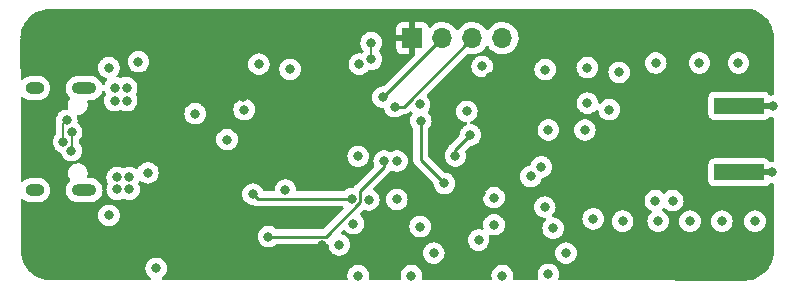
<source format=gbl>
%TF.GenerationSoftware,KiCad,Pcbnew,(6.0.4)*%
%TF.CreationDate,2022-11-28T16:04:11+01:00*%
%TF.ProjectId,STM32F103RF,53544d33-3246-4313-9033-52462e6b6963,1*%
%TF.SameCoordinates,Original*%
%TF.FileFunction,Copper,L4,Bot*%
%TF.FilePolarity,Positive*%
%FSLAX46Y46*%
G04 Gerber Fmt 4.6, Leading zero omitted, Abs format (unit mm)*
G04 Created by KiCad (PCBNEW (6.0.4)) date 2022-11-28 16:04:11*
%MOMM*%
%LPD*%
G01*
G04 APERTURE LIST*
%TA.AperFunction,ComponentPad*%
%ADD10R,1.700000X1.700000*%
%TD*%
%TA.AperFunction,ComponentPad*%
%ADD11O,1.700000X1.700000*%
%TD*%
%TA.AperFunction,ComponentPad*%
%ADD12O,1.600000X1.000000*%
%TD*%
%TA.AperFunction,ComponentPad*%
%ADD13O,2.100000X1.000000*%
%TD*%
%TA.AperFunction,SMDPad,CuDef*%
%ADD14R,4.200000X1.350000*%
%TD*%
%TA.AperFunction,ViaPad*%
%ADD15C,0.800000*%
%TD*%
%TA.AperFunction,Conductor*%
%ADD16C,0.508000*%
%TD*%
%TA.AperFunction,Conductor*%
%ADD17C,0.250000*%
%TD*%
%TA.AperFunction,Conductor*%
%ADD18C,0.200000*%
%TD*%
G04 APERTURE END LIST*
D10*
X100968750Y-54237500D03*
D11*
X103508750Y-54237500D03*
X106048750Y-54237500D03*
X108588750Y-54237500D03*
D12*
X68981250Y-67107500D03*
D13*
X73161250Y-58467500D03*
D12*
X68981250Y-58467500D03*
D13*
X73161250Y-67107500D03*
D14*
X128637500Y-65612500D03*
X128637500Y-59962500D03*
D15*
X112200000Y-56900000D03*
X131387500Y-65612500D03*
X131500000Y-60000000D03*
X111868750Y-65137500D03*
X75268750Y-69237500D03*
X76968750Y-66037500D03*
X90605635Y-56872290D03*
X123006250Y-68000000D03*
X100868750Y-74337500D03*
X112468750Y-74237500D03*
X112168750Y-68537500D03*
X110993250Y-65937500D03*
X97268750Y-67937500D03*
X99648788Y-67892940D03*
X116268750Y-69537500D03*
X95968750Y-69937500D03*
X113968750Y-72437500D03*
X112468750Y-62013000D03*
X75768750Y-59537500D03*
X101618750Y-70187500D03*
X108568750Y-74337500D03*
X112881000Y-70325250D03*
X127168750Y-69737500D03*
X115568750Y-62013000D03*
X82568750Y-60637500D03*
X105568750Y-60437500D03*
X94768750Y-71737500D03*
X75268750Y-56737500D03*
X96368750Y-64237500D03*
X76968750Y-67037500D03*
X118468750Y-57137500D03*
X106568750Y-71337500D03*
X125268750Y-56337500D03*
X107868750Y-67737500D03*
X115768750Y-56737500D03*
X121768750Y-69737500D03*
X77768750Y-56237500D03*
X87968750Y-56437500D03*
X124468750Y-69737500D03*
X96468750Y-56437500D03*
X101568750Y-59837500D03*
X99668750Y-64637500D03*
X96368750Y-74337500D03*
X129968750Y-69737500D03*
X117618750Y-60287500D03*
X107868750Y-70037500D03*
X86718810Y-60287500D03*
X75968750Y-66037500D03*
X102768750Y-72437500D03*
X121568750Y-56337500D03*
X75768750Y-58437500D03*
X90200000Y-67100000D03*
X106868750Y-56637500D03*
X118768750Y-69737500D03*
X79268750Y-73737500D03*
X76768750Y-59537500D03*
X75968750Y-67037500D03*
X78568750Y-65637500D03*
X128568750Y-56337500D03*
X115768750Y-59737500D03*
X85268750Y-62837500D03*
X121531250Y-68000000D03*
X76768750Y-58437500D03*
X94668750Y-65837500D03*
X113668750Y-59637500D03*
X93268750Y-71762000D03*
X78268750Y-54237500D03*
X92368750Y-60137500D03*
X92368750Y-63437500D03*
X106768750Y-67337500D03*
X102768750Y-67537500D03*
X86589056Y-59184770D03*
X95068750Y-56937500D03*
X93168750Y-69737500D03*
X91268750Y-60137500D03*
X91268750Y-63437500D03*
X107568750Y-57537500D03*
X88768750Y-71037500D03*
X98568750Y-64637500D03*
X87468750Y-67437500D03*
X95819739Y-67837500D03*
X71698189Y-61208061D03*
X71416186Y-63034295D03*
X97489895Y-56025360D03*
X72115686Y-62190564D03*
X97468750Y-54626349D03*
X72096328Y-63766697D03*
X101668750Y-61237500D03*
X103668750Y-66537500D03*
X105868750Y-62437500D03*
X104606451Y-64199799D03*
X98468750Y-59237511D03*
X99468750Y-60037500D03*
D16*
X128637500Y-65612500D02*
X131387500Y-65612500D01*
X131462500Y-59962500D02*
X131500000Y-60000000D01*
X128637500Y-59962500D02*
X131462500Y-59962500D01*
D17*
X87868750Y-67837500D02*
X87468750Y-67437500D01*
X95819739Y-67837500D02*
X87868750Y-67837500D01*
X93644353Y-71037500D02*
X88768750Y-71037500D01*
X96544250Y-68137603D02*
X93644353Y-71037500D01*
X96544250Y-67155750D02*
X96544250Y-68137603D01*
X98568750Y-64637500D02*
X98568750Y-65131250D01*
X98568750Y-65131250D02*
X96544250Y-67155750D01*
D18*
X71416186Y-63034295D02*
X71416186Y-61490064D01*
X71416186Y-61490064D02*
X71698189Y-61208061D01*
X72096328Y-63766697D02*
X72115686Y-63747339D01*
X97468750Y-56004215D02*
X97489895Y-56025360D01*
X97468750Y-54626349D02*
X97468750Y-56004215D01*
X72115686Y-63747339D02*
X72115686Y-62190564D01*
D17*
X101668750Y-64537500D02*
X101668750Y-61237500D01*
X103668750Y-66537500D02*
X101668750Y-64537500D01*
X104606451Y-64199799D02*
X104606451Y-63699799D01*
X104606451Y-63699799D02*
X105868750Y-62437500D01*
X98468750Y-59237511D02*
X98508739Y-59237511D01*
X98508739Y-59237511D02*
X103508750Y-54237500D01*
X99468750Y-60037500D02*
X100248750Y-60037500D01*
X100248750Y-60037500D02*
X106048750Y-54237500D01*
%TA.AperFunction,Conductor*%
G36*
X129048771Y-51731340D02*
G01*
X129072385Y-51735017D01*
X129081288Y-51733853D01*
X129081289Y-51733853D01*
X129089580Y-51732769D01*
X129113525Y-51731936D01*
X129371370Y-51747539D01*
X129386473Y-51749373D01*
X129667421Y-51800864D01*
X129682194Y-51804506D01*
X129954876Y-51889482D01*
X129969102Y-51894877D01*
X130229564Y-52012105D01*
X130243036Y-52019176D01*
X130487462Y-52166939D01*
X130499984Y-52175582D01*
X130724829Y-52351737D01*
X130736217Y-52361827D01*
X130938173Y-52563783D01*
X130948263Y-52575171D01*
X131124418Y-52800016D01*
X131133061Y-52812538D01*
X131280824Y-53056964D01*
X131287895Y-53070436D01*
X131405123Y-53330898D01*
X131410518Y-53345124D01*
X131495494Y-53617806D01*
X131499136Y-53632579D01*
X131550627Y-53913527D01*
X131552461Y-53928630D01*
X131567627Y-54179242D01*
X131566366Y-54206039D01*
X131566364Y-54206193D01*
X131564983Y-54215063D01*
X131568554Y-54242365D01*
X131569110Y-54246618D01*
X131570174Y-54262958D01*
X131570180Y-58681727D01*
X131570180Y-58965500D01*
X131550178Y-59033621D01*
X131496522Y-59080114D01*
X131444180Y-59091500D01*
X131404513Y-59091500D01*
X131398060Y-59092872D01*
X131398056Y-59092872D01*
X131344247Y-59104310D01*
X131325936Y-59108202D01*
X131255146Y-59102800D01*
X131198514Y-59059983D01*
X131190778Y-59047898D01*
X131188115Y-59040795D01*
X131182730Y-59033610D01*
X131182729Y-59033608D01*
X131106142Y-58931419D01*
X131100761Y-58924239D01*
X130984205Y-58836885D01*
X130847816Y-58785755D01*
X130785634Y-58779000D01*
X126489366Y-58779000D01*
X126427184Y-58785755D01*
X126290795Y-58836885D01*
X126174239Y-58924239D01*
X126086885Y-59040795D01*
X126035755Y-59177184D01*
X126029000Y-59239366D01*
X126029000Y-60685634D01*
X126035755Y-60747816D01*
X126086885Y-60884205D01*
X126174239Y-61000761D01*
X126290795Y-61088115D01*
X126427184Y-61139245D01*
X126489366Y-61146000D01*
X130785634Y-61146000D01*
X130847816Y-61139245D01*
X130984205Y-61088115D01*
X131100761Y-61000761D01*
X131141802Y-60946000D01*
X131153865Y-60929905D01*
X131210725Y-60887390D01*
X131280888Y-60882223D01*
X131398056Y-60907128D01*
X131398061Y-60907128D01*
X131404513Y-60908500D01*
X131444183Y-60908500D01*
X131512304Y-60928502D01*
X131558797Y-60982158D01*
X131570183Y-61034500D01*
X131570185Y-62154751D01*
X131570188Y-64312000D01*
X131570188Y-64578000D01*
X131550186Y-64646121D01*
X131496530Y-64692614D01*
X131444188Y-64704000D01*
X131292013Y-64704000D01*
X131285556Y-64705372D01*
X131278985Y-64706063D01*
X131278732Y-64703659D01*
X131218901Y-64699103D01*
X131162649Y-64656816D01*
X131153093Y-64644065D01*
X131100761Y-64574239D01*
X130984205Y-64486885D01*
X130847816Y-64435755D01*
X130785634Y-64429000D01*
X126489366Y-64429000D01*
X126427184Y-64435755D01*
X126290795Y-64486885D01*
X126174239Y-64574239D01*
X126086885Y-64690795D01*
X126035755Y-64827184D01*
X126029000Y-64889366D01*
X126029000Y-66335634D01*
X126035755Y-66397816D01*
X126086885Y-66534205D01*
X126174239Y-66650761D01*
X126290795Y-66738115D01*
X126427184Y-66789245D01*
X126489366Y-66796000D01*
X130785634Y-66796000D01*
X130847816Y-66789245D01*
X130984205Y-66738115D01*
X131100761Y-66650761D01*
X131162649Y-66568184D01*
X131219508Y-66525669D01*
X131278735Y-66521313D01*
X131278985Y-66518937D01*
X131285556Y-66519628D01*
X131292013Y-66521000D01*
X131444190Y-66521000D01*
X131512311Y-66541002D01*
X131558804Y-66594658D01*
X131570190Y-66647000D01*
X131570198Y-72229323D01*
X131568697Y-72248711D01*
X131565007Y-72272405D01*
X131566171Y-72281309D01*
X131567255Y-72289601D01*
X131568088Y-72313545D01*
X131554910Y-72531303D01*
X131552484Y-72571387D01*
X131550649Y-72586492D01*
X131499155Y-72867441D01*
X131495514Y-72882212D01*
X131410538Y-73154893D01*
X131405144Y-73169116D01*
X131309981Y-73380554D01*
X131287914Y-73429582D01*
X131280846Y-73443049D01*
X131150517Y-73658634D01*
X131133076Y-73687484D01*
X131124437Y-73700000D01*
X130994427Y-73865944D01*
X130948280Y-73924846D01*
X130938190Y-73936234D01*
X130736234Y-74138190D01*
X130724846Y-74148280D01*
X130500000Y-74324437D01*
X130487489Y-74333073D01*
X130243049Y-74480846D01*
X130229587Y-74487911D01*
X129969116Y-74605144D01*
X129954893Y-74610538D01*
X129682212Y-74695514D01*
X129667441Y-74699155D01*
X129386491Y-74750649D01*
X129371392Y-74752483D01*
X129183115Y-74763877D01*
X129120775Y-74767650D01*
X129093965Y-74766389D01*
X129093824Y-74766387D01*
X129084957Y-74765007D01*
X129076058Y-74766171D01*
X129076055Y-74766171D01*
X129053747Y-74769089D01*
X129037272Y-74770153D01*
X117472898Y-74757856D01*
X113429616Y-74753556D01*
X113361517Y-74733481D01*
X113315081Y-74679776D01*
X113305052Y-74609492D01*
X113309917Y-74588619D01*
X113310582Y-74586575D01*
X113362292Y-74427428D01*
X113382254Y-74237500D01*
X113381492Y-74230247D01*
X113362982Y-74054135D01*
X113362982Y-74054133D01*
X113362292Y-74047572D01*
X113303277Y-73865944D01*
X113207790Y-73700556D01*
X113080003Y-73558634D01*
X112925502Y-73446382D01*
X112919474Y-73443698D01*
X112919472Y-73443697D01*
X112757069Y-73371391D01*
X112757068Y-73371391D01*
X112751038Y-73368706D01*
X112657637Y-73348853D01*
X112570694Y-73330372D01*
X112570689Y-73330372D01*
X112564237Y-73329000D01*
X112373263Y-73329000D01*
X112366811Y-73330372D01*
X112366806Y-73330372D01*
X112279863Y-73348853D01*
X112186462Y-73368706D01*
X112180432Y-73371391D01*
X112180431Y-73371391D01*
X112018028Y-73443697D01*
X112018026Y-73443698D01*
X112011998Y-73446382D01*
X111857497Y-73558634D01*
X111729710Y-73700556D01*
X111634223Y-73865944D01*
X111575208Y-74047572D01*
X111574518Y-74054133D01*
X111574518Y-74054135D01*
X111556008Y-74230247D01*
X111555246Y-74237500D01*
X111575208Y-74427428D01*
X111589485Y-74471367D01*
X111626918Y-74586575D01*
X111628946Y-74657543D01*
X111592283Y-74718340D01*
X111528571Y-74749666D01*
X111506951Y-74751511D01*
X109563444Y-74749444D01*
X109495345Y-74729369D01*
X109448909Y-74675664D01*
X109438880Y-74605380D01*
X109443743Y-74584515D01*
X109462292Y-74527428D01*
X109472143Y-74433706D01*
X109481564Y-74344065D01*
X109482254Y-74337500D01*
X109480881Y-74324433D01*
X109462982Y-74154135D01*
X109462982Y-74154133D01*
X109462292Y-74147572D01*
X109403277Y-73965944D01*
X109385166Y-73934574D01*
X109350039Y-73873733D01*
X109307790Y-73800556D01*
X109180003Y-73658634D01*
X109044840Y-73560432D01*
X109030844Y-73550263D01*
X109030843Y-73550262D01*
X109025502Y-73546382D01*
X109019474Y-73543698D01*
X109019472Y-73543697D01*
X108857069Y-73471391D01*
X108857068Y-73471391D01*
X108851038Y-73468706D01*
X108757638Y-73448853D01*
X108670694Y-73430372D01*
X108670689Y-73430372D01*
X108664237Y-73429000D01*
X108473263Y-73429000D01*
X108466811Y-73430372D01*
X108466806Y-73430372D01*
X108379862Y-73448853D01*
X108286462Y-73468706D01*
X108280432Y-73471391D01*
X108280431Y-73471391D01*
X108118028Y-73543697D01*
X108118026Y-73543698D01*
X108111998Y-73546382D01*
X108106657Y-73550262D01*
X108106656Y-73550263D01*
X108092660Y-73560432D01*
X107957497Y-73658634D01*
X107829710Y-73800556D01*
X107787461Y-73873733D01*
X107752335Y-73934574D01*
X107734223Y-73965944D01*
X107675208Y-74147572D01*
X107674518Y-74154133D01*
X107674518Y-74154135D01*
X107656619Y-74324433D01*
X107655246Y-74337500D01*
X107655936Y-74344065D01*
X107665358Y-74433706D01*
X107675208Y-74527428D01*
X107693067Y-74582392D01*
X107695095Y-74653358D01*
X107658433Y-74714156D01*
X107594721Y-74745481D01*
X107573100Y-74747327D01*
X106289470Y-74745962D01*
X101866103Y-74741259D01*
X101798005Y-74721184D01*
X101751569Y-74667479D01*
X101741540Y-74597195D01*
X101746405Y-74576323D01*
X101755597Y-74548033D01*
X101762292Y-74527428D01*
X101772143Y-74433706D01*
X101781564Y-74344065D01*
X101782254Y-74337500D01*
X101780881Y-74324433D01*
X101762982Y-74154135D01*
X101762982Y-74154133D01*
X101762292Y-74147572D01*
X101703277Y-73965944D01*
X101685166Y-73934574D01*
X101650039Y-73873733D01*
X101607790Y-73800556D01*
X101480003Y-73658634D01*
X101344840Y-73560432D01*
X101330844Y-73550263D01*
X101330843Y-73550262D01*
X101325502Y-73546382D01*
X101319474Y-73543698D01*
X101319472Y-73543697D01*
X101157069Y-73471391D01*
X101157068Y-73471391D01*
X101151038Y-73468706D01*
X101057638Y-73448853D01*
X100970694Y-73430372D01*
X100970689Y-73430372D01*
X100964237Y-73429000D01*
X100773263Y-73429000D01*
X100766811Y-73430372D01*
X100766806Y-73430372D01*
X100679862Y-73448853D01*
X100586462Y-73468706D01*
X100580432Y-73471391D01*
X100580431Y-73471391D01*
X100418028Y-73543697D01*
X100418026Y-73543698D01*
X100411998Y-73546382D01*
X100406657Y-73550262D01*
X100406656Y-73550263D01*
X100392660Y-73560432D01*
X100257497Y-73658634D01*
X100129710Y-73800556D01*
X100087461Y-73873733D01*
X100052335Y-73934574D01*
X100034223Y-73965944D01*
X99975208Y-74147572D01*
X99974518Y-74154133D01*
X99974518Y-74154135D01*
X99956619Y-74324433D01*
X99955246Y-74337500D01*
X99955936Y-74344065D01*
X99965358Y-74433706D01*
X99975208Y-74527428D01*
X99977247Y-74533702D01*
X99977248Y-74533706D01*
X99990405Y-74574200D01*
X99992432Y-74645168D01*
X99955770Y-74705966D01*
X99892057Y-74737291D01*
X99870438Y-74739136D01*
X99045703Y-74738259D01*
X97367656Y-74736475D01*
X97299559Y-74716400D01*
X97253123Y-74662695D01*
X97243094Y-74592411D01*
X97247957Y-74571545D01*
X97262292Y-74527428D01*
X97272143Y-74433706D01*
X97281564Y-74344065D01*
X97282254Y-74337500D01*
X97280881Y-74324433D01*
X97262982Y-74154135D01*
X97262982Y-74154133D01*
X97262292Y-74147572D01*
X97203277Y-73965944D01*
X97185166Y-73934574D01*
X97150039Y-73873733D01*
X97107790Y-73800556D01*
X96980003Y-73658634D01*
X96844840Y-73560432D01*
X96830844Y-73550263D01*
X96830843Y-73550262D01*
X96825502Y-73546382D01*
X96819474Y-73543698D01*
X96819472Y-73543697D01*
X96657069Y-73471391D01*
X96657068Y-73471391D01*
X96651038Y-73468706D01*
X96557638Y-73448853D01*
X96470694Y-73430372D01*
X96470689Y-73430372D01*
X96464237Y-73429000D01*
X96273263Y-73429000D01*
X96266811Y-73430372D01*
X96266806Y-73430372D01*
X96179862Y-73448853D01*
X96086462Y-73468706D01*
X96080432Y-73471391D01*
X96080431Y-73471391D01*
X95918028Y-73543697D01*
X95918026Y-73543698D01*
X95911998Y-73546382D01*
X95906657Y-73550262D01*
X95906656Y-73550263D01*
X95892660Y-73560432D01*
X95757497Y-73658634D01*
X95629710Y-73800556D01*
X95587461Y-73873733D01*
X95552335Y-73934574D01*
X95534223Y-73965944D01*
X95475208Y-74147572D01*
X95474518Y-74154133D01*
X95474518Y-74154135D01*
X95456619Y-74324433D01*
X95455246Y-74337500D01*
X95455936Y-74344065D01*
X95465358Y-74433706D01*
X95475208Y-74527428D01*
X95481167Y-74545766D01*
X95488850Y-74569412D01*
X95490878Y-74640380D01*
X95454216Y-74701178D01*
X95390503Y-74732503D01*
X95368888Y-74734349D01*
X79852700Y-74717849D01*
X79784603Y-74697774D01*
X79738167Y-74644069D01*
X79728138Y-74573785D01*
X79757699Y-74509235D01*
X79778775Y-74489913D01*
X79817062Y-74462095D01*
X79880003Y-74416366D01*
X80007790Y-74274444D01*
X80084664Y-74141294D01*
X80099973Y-74114779D01*
X80099974Y-74114778D01*
X80103277Y-74109056D01*
X80162292Y-73927428D01*
X80176143Y-73795648D01*
X80181564Y-73744065D01*
X80182254Y-73737500D01*
X80162292Y-73547572D01*
X80103277Y-73365944D01*
X80082740Y-73330372D01*
X80025542Y-73231303D01*
X80007790Y-73200556D01*
X79880003Y-73058634D01*
X79725502Y-72946382D01*
X79719474Y-72943698D01*
X79719472Y-72943697D01*
X79557069Y-72871391D01*
X79557068Y-72871391D01*
X79551038Y-72868706D01*
X79457638Y-72848853D01*
X79370694Y-72830372D01*
X79370689Y-72830372D01*
X79364237Y-72829000D01*
X79173263Y-72829000D01*
X79166811Y-72830372D01*
X79166806Y-72830372D01*
X79079862Y-72848853D01*
X78986462Y-72868706D01*
X78980432Y-72871391D01*
X78980431Y-72871391D01*
X78818028Y-72943697D01*
X78818026Y-72943698D01*
X78811998Y-72946382D01*
X78657497Y-73058634D01*
X78529710Y-73200556D01*
X78511958Y-73231303D01*
X78454761Y-73330372D01*
X78434223Y-73365944D01*
X78375208Y-73547572D01*
X78355246Y-73737500D01*
X78355936Y-73744065D01*
X78361358Y-73795648D01*
X78375208Y-73927428D01*
X78434223Y-74109056D01*
X78437526Y-74114778D01*
X78437527Y-74114779D01*
X78452836Y-74141294D01*
X78529710Y-74274444D01*
X78657497Y-74416366D01*
X78662839Y-74420247D01*
X78662841Y-74420249D01*
X78757012Y-74488668D01*
X78800366Y-74544890D01*
X78806441Y-74615626D01*
X78773310Y-74678418D01*
X78711489Y-74713330D01*
X78682817Y-74716604D01*
X70339636Y-74707732D01*
X70320389Y-74706232D01*
X70296351Y-74702489D01*
X70285927Y-74703852D01*
X70279158Y-74704737D01*
X70255212Y-74705571D01*
X69997370Y-74689971D01*
X69982266Y-74688137D01*
X69701326Y-74636650D01*
X69686553Y-74633009D01*
X69413863Y-74548033D01*
X69399636Y-74542637D01*
X69139180Y-74425413D01*
X69125708Y-74418342D01*
X68881279Y-74270577D01*
X68868757Y-74261933D01*
X68731166Y-74154135D01*
X68643930Y-74085789D01*
X68632542Y-74075701D01*
X68610977Y-74054135D01*
X68430578Y-73873733D01*
X68420488Y-73862344D01*
X68244341Y-73637505D01*
X68235698Y-73624983D01*
X68087938Y-73380554D01*
X68080867Y-73367081D01*
X67963646Y-73106621D01*
X67958251Y-73092395D01*
X67919715Y-72968726D01*
X67873279Y-72819702D01*
X67869640Y-72804936D01*
X67833491Y-72607666D01*
X67818158Y-72523996D01*
X67816324Y-72508892D01*
X67803904Y-72303541D01*
X67801152Y-72258043D01*
X67802369Y-72232192D01*
X67802380Y-72231332D01*
X67803761Y-72222459D01*
X67801648Y-72206294D01*
X67799585Y-72190517D01*
X67798521Y-72174329D01*
X67798521Y-72173754D01*
X67795240Y-69407666D01*
X67795038Y-69237500D01*
X74355246Y-69237500D01*
X74355936Y-69244065D01*
X74372985Y-69406274D01*
X74375208Y-69427428D01*
X74434223Y-69609056D01*
X74437526Y-69614778D01*
X74437527Y-69614779D01*
X74455349Y-69645648D01*
X74529710Y-69774444D01*
X74657497Y-69916366D01*
X74811998Y-70028618D01*
X74818026Y-70031302D01*
X74818028Y-70031303D01*
X74902082Y-70068726D01*
X74986462Y-70106294D01*
X75055013Y-70120865D01*
X75166806Y-70144628D01*
X75166811Y-70144628D01*
X75173263Y-70146000D01*
X75364237Y-70146000D01*
X75370689Y-70144628D01*
X75370694Y-70144628D01*
X75482487Y-70120865D01*
X75551038Y-70106294D01*
X75635418Y-70068726D01*
X75719472Y-70031303D01*
X75719474Y-70031302D01*
X75725502Y-70028618D01*
X75880003Y-69916366D01*
X76007790Y-69774444D01*
X76082151Y-69645648D01*
X76099973Y-69614779D01*
X76099974Y-69614778D01*
X76103277Y-69609056D01*
X76162292Y-69427428D01*
X76164516Y-69406274D01*
X76181564Y-69244065D01*
X76182254Y-69237500D01*
X76165632Y-69079347D01*
X76162982Y-69054135D01*
X76162982Y-69054133D01*
X76162292Y-69047572D01*
X76103277Y-68865944D01*
X76082740Y-68830372D01*
X76050933Y-68775282D01*
X76007790Y-68700556D01*
X75983839Y-68673955D01*
X75884425Y-68563545D01*
X75884424Y-68563544D01*
X75880003Y-68558634D01*
X75764126Y-68474444D01*
X75730844Y-68450263D01*
X75730843Y-68450262D01*
X75725502Y-68446382D01*
X75719474Y-68443698D01*
X75719472Y-68443697D01*
X75557069Y-68371391D01*
X75557068Y-68371391D01*
X75551038Y-68368706D01*
X75451611Y-68347572D01*
X75370694Y-68330372D01*
X75370689Y-68330372D01*
X75364237Y-68329000D01*
X75173263Y-68329000D01*
X75166811Y-68330372D01*
X75166806Y-68330372D01*
X75085889Y-68347572D01*
X74986462Y-68368706D01*
X74980432Y-68371391D01*
X74980431Y-68371391D01*
X74818028Y-68443697D01*
X74818026Y-68443698D01*
X74811998Y-68446382D01*
X74806657Y-68450262D01*
X74806656Y-68450263D01*
X74773374Y-68474444D01*
X74657497Y-68558634D01*
X74653076Y-68563544D01*
X74653075Y-68563545D01*
X74553662Y-68673955D01*
X74529710Y-68700556D01*
X74486567Y-68775282D01*
X74454761Y-68830372D01*
X74434223Y-68865944D01*
X74375208Y-69047572D01*
X74374518Y-69054133D01*
X74374518Y-69054135D01*
X74371868Y-69079347D01*
X74355246Y-69237500D01*
X67795038Y-69237500D01*
X67793511Y-67949514D01*
X67813432Y-67881370D01*
X67867033Y-67834814D01*
X67937295Y-67824626D01*
X68000499Y-67852842D01*
X68108724Y-67943654D01*
X68114122Y-67946621D01*
X68114127Y-67946625D01*
X68212229Y-68000556D01*
X68282037Y-68038933D01*
X68287904Y-68040794D01*
X68287906Y-68040795D01*
X68464686Y-68096873D01*
X68470556Y-68098735D01*
X68624477Y-68116000D01*
X69331019Y-68116000D01*
X69334075Y-68115700D01*
X69334082Y-68115700D01*
X69401838Y-68109056D01*
X69478083Y-68101580D01*
X69483984Y-68099798D01*
X69483986Y-68099798D01*
X69561798Y-68076305D01*
X69667419Y-68044416D01*
X69842046Y-67951566D01*
X69985198Y-67834814D01*
X69990537Y-67830460D01*
X69990540Y-67830457D01*
X69995312Y-67826565D01*
X70003618Y-67816525D01*
X70117451Y-67678925D01*
X70117453Y-67678921D01*
X70121380Y-67674175D01*
X70215448Y-67500201D01*
X70273932Y-67311268D01*
X70280627Y-67247572D01*
X70293961Y-67120704D01*
X70293961Y-67120702D01*
X70294605Y-67114575D01*
X70293317Y-67100425D01*
X71597895Y-67100425D01*
X71604041Y-67167960D01*
X71611884Y-67254135D01*
X71615820Y-67297388D01*
X71617558Y-67303294D01*
X71617559Y-67303298D01*
X71646835Y-67402771D01*
X71671660Y-67487119D01*
X71674513Y-67492577D01*
X71674515Y-67492581D01*
X71686581Y-67515661D01*
X71763290Y-67662390D01*
X71887218Y-67816525D01*
X71891942Y-67820489D01*
X71894632Y-67822746D01*
X72038724Y-67943654D01*
X72044122Y-67946621D01*
X72044127Y-67946625D01*
X72142229Y-68000556D01*
X72212037Y-68038933D01*
X72217904Y-68040794D01*
X72217906Y-68040795D01*
X72394686Y-68096873D01*
X72400556Y-68098735D01*
X72554477Y-68116000D01*
X73761019Y-68116000D01*
X73764075Y-68115700D01*
X73764082Y-68115700D01*
X73831838Y-68109056D01*
X73908083Y-68101580D01*
X73913984Y-68099798D01*
X73913986Y-68099798D01*
X73991798Y-68076305D01*
X74097419Y-68044416D01*
X74272046Y-67951566D01*
X74415198Y-67834814D01*
X74420537Y-67830460D01*
X74420540Y-67830457D01*
X74425312Y-67826565D01*
X74433618Y-67816525D01*
X74547451Y-67678925D01*
X74547453Y-67678921D01*
X74551380Y-67674175D01*
X74645448Y-67500201D01*
X74703932Y-67311268D01*
X74710627Y-67247572D01*
X74723961Y-67120704D01*
X74723961Y-67120702D01*
X74724605Y-67114575D01*
X74717591Y-67037500D01*
X75055246Y-67037500D01*
X75055936Y-67044065D01*
X75074321Y-67218985D01*
X75075208Y-67227428D01*
X75134223Y-67409056D01*
X75137526Y-67414778D01*
X75137527Y-67414779D01*
X75155553Y-67446000D01*
X75229710Y-67574444D01*
X75234128Y-67579351D01*
X75234129Y-67579352D01*
X75273179Y-67622721D01*
X75357497Y-67716366D01*
X75456593Y-67788364D01*
X75506504Y-67824626D01*
X75511998Y-67828618D01*
X75518026Y-67831302D01*
X75518028Y-67831303D01*
X75680431Y-67903609D01*
X75686462Y-67906294D01*
X75755013Y-67920865D01*
X75866806Y-67944628D01*
X75866811Y-67944628D01*
X75873263Y-67946000D01*
X76064237Y-67946000D01*
X76070689Y-67944628D01*
X76070694Y-67944628D01*
X76182487Y-67920865D01*
X76251038Y-67906294D01*
X76266287Y-67899505D01*
X76347054Y-67863545D01*
X76417502Y-67832180D01*
X76487868Y-67822746D01*
X76519997Y-67832180D01*
X76590446Y-67863545D01*
X76671214Y-67899505D01*
X76686462Y-67906294D01*
X76755013Y-67920865D01*
X76866806Y-67944628D01*
X76866811Y-67944628D01*
X76873263Y-67946000D01*
X77064237Y-67946000D01*
X77070689Y-67944628D01*
X77070694Y-67944628D01*
X77182487Y-67920865D01*
X77251038Y-67906294D01*
X77257069Y-67903609D01*
X77419472Y-67831303D01*
X77419474Y-67831302D01*
X77425502Y-67828618D01*
X77430997Y-67824626D01*
X77480907Y-67788364D01*
X77580003Y-67716366D01*
X77664321Y-67622721D01*
X77703371Y-67579352D01*
X77703372Y-67579351D01*
X77707790Y-67574444D01*
X77781947Y-67446000D01*
X77786855Y-67437500D01*
X86555246Y-67437500D01*
X86555936Y-67444065D01*
X86570799Y-67585474D01*
X86575208Y-67627428D01*
X86634223Y-67809056D01*
X86637526Y-67814778D01*
X86637527Y-67814779D01*
X86647067Y-67831303D01*
X86729710Y-67974444D01*
X86734128Y-67979351D01*
X86734129Y-67979352D01*
X86821426Y-68076305D01*
X86857497Y-68116366D01*
X87011998Y-68228618D01*
X87018026Y-68231302D01*
X87018028Y-68231303D01*
X87114925Y-68274444D01*
X87186462Y-68306294D01*
X87279862Y-68326147D01*
X87366806Y-68344628D01*
X87366811Y-68344628D01*
X87373263Y-68346000D01*
X87446370Y-68346000D01*
X87507081Y-68361591D01*
X87511191Y-68363851D01*
X87527706Y-68374699D01*
X87543709Y-68387113D01*
X87584293Y-68404676D01*
X87594923Y-68409883D01*
X87633690Y-68431195D01*
X87641367Y-68433166D01*
X87641372Y-68433168D01*
X87653308Y-68436232D01*
X87672016Y-68442637D01*
X87690605Y-68450681D01*
X87698430Y-68451920D01*
X87698432Y-68451921D01*
X87734269Y-68457597D01*
X87745890Y-68460004D01*
X87779863Y-68468726D01*
X87788720Y-68471000D01*
X87808981Y-68471000D01*
X87828690Y-68472551D01*
X87848693Y-68475719D01*
X87856585Y-68474973D01*
X87861812Y-68474479D01*
X87892704Y-68471559D01*
X87904561Y-68471000D01*
X95010759Y-68471000D01*
X95078880Y-68491002D01*
X95125373Y-68544658D01*
X95135477Y-68614932D01*
X95105983Y-68679512D01*
X95099855Y-68686094D01*
X94255013Y-69530935D01*
X93418853Y-70367095D01*
X93356541Y-70401121D01*
X93329758Y-70404000D01*
X89476950Y-70404000D01*
X89408829Y-70383998D01*
X89389603Y-70367657D01*
X89389330Y-70367960D01*
X89384418Y-70363537D01*
X89380003Y-70358634D01*
X89310199Y-70307918D01*
X89230844Y-70250263D01*
X89230843Y-70250262D01*
X89225502Y-70246382D01*
X89219474Y-70243698D01*
X89219472Y-70243697D01*
X89057069Y-70171391D01*
X89057068Y-70171391D01*
X89051038Y-70168706D01*
X88957637Y-70148853D01*
X88870694Y-70130372D01*
X88870689Y-70130372D01*
X88864237Y-70129000D01*
X88673263Y-70129000D01*
X88666811Y-70130372D01*
X88666806Y-70130372D01*
X88579863Y-70148853D01*
X88486462Y-70168706D01*
X88480432Y-70171391D01*
X88480431Y-70171391D01*
X88318028Y-70243697D01*
X88318026Y-70243698D01*
X88311998Y-70246382D01*
X88157497Y-70358634D01*
X88153076Y-70363544D01*
X88153075Y-70363545D01*
X88119242Y-70401121D01*
X88029710Y-70500556D01*
X88003252Y-70546382D01*
X87946510Y-70644663D01*
X87934223Y-70665944D01*
X87875208Y-70847572D01*
X87874518Y-70854133D01*
X87874518Y-70854135D01*
X87865986Y-70935317D01*
X87855246Y-71037500D01*
X87855936Y-71044065D01*
X87872985Y-71206274D01*
X87875208Y-71227428D01*
X87934223Y-71409056D01*
X88029710Y-71574444D01*
X88034128Y-71579351D01*
X88034129Y-71579352D01*
X88116202Y-71670503D01*
X88157497Y-71716366D01*
X88311998Y-71828618D01*
X88318026Y-71831302D01*
X88318028Y-71831303D01*
X88473574Y-71900556D01*
X88486462Y-71906294D01*
X88555013Y-71920865D01*
X88666806Y-71944628D01*
X88666811Y-71944628D01*
X88673263Y-71946000D01*
X88864237Y-71946000D01*
X88870689Y-71944628D01*
X88870694Y-71944628D01*
X88982487Y-71920865D01*
X89051038Y-71906294D01*
X89063926Y-71900556D01*
X89219472Y-71831303D01*
X89219474Y-71831302D01*
X89225502Y-71828618D01*
X89380003Y-71716366D01*
X89384418Y-71711463D01*
X89389330Y-71707040D01*
X89390455Y-71708289D01*
X89443764Y-71675449D01*
X89476950Y-71671000D01*
X93565586Y-71671000D01*
X93576769Y-71671527D01*
X93584262Y-71673202D01*
X93592188Y-71672953D01*
X93592189Y-71672953D01*
X93652339Y-71671062D01*
X93656298Y-71671000D01*
X93684209Y-71671000D01*
X93688144Y-71670503D01*
X93688209Y-71670495D01*
X93700044Y-71669563D01*
X93730589Y-71668602D01*
X93799303Y-71686454D01*
X93847459Y-71738622D01*
X93859857Y-71781370D01*
X93872985Y-71906274D01*
X93875208Y-71927428D01*
X93934223Y-72109056D01*
X94029710Y-72274444D01*
X94034128Y-72279351D01*
X94034129Y-72279352D01*
X94153075Y-72411455D01*
X94157497Y-72416366D01*
X94256593Y-72488364D01*
X94284848Y-72508892D01*
X94311998Y-72528618D01*
X94318026Y-72531302D01*
X94318028Y-72531303D01*
X94480431Y-72603609D01*
X94486462Y-72606294D01*
X94555013Y-72620865D01*
X94666806Y-72644628D01*
X94666811Y-72644628D01*
X94673263Y-72646000D01*
X94864237Y-72646000D01*
X94870689Y-72644628D01*
X94870694Y-72644628D01*
X94982487Y-72620865D01*
X95051038Y-72606294D01*
X95057069Y-72603609D01*
X95219472Y-72531303D01*
X95219474Y-72531302D01*
X95225502Y-72528618D01*
X95252653Y-72508892D01*
X95280907Y-72488364D01*
X95350915Y-72437500D01*
X101855246Y-72437500D01*
X101855936Y-72444065D01*
X101872705Y-72603609D01*
X101875208Y-72627428D01*
X101934223Y-72809056D01*
X102029710Y-72974444D01*
X102034128Y-72979351D01*
X102034129Y-72979352D01*
X102153075Y-73111455D01*
X102157497Y-73116366D01*
X102311998Y-73228618D01*
X102318026Y-73231302D01*
X102318028Y-73231303D01*
X102328268Y-73235862D01*
X102486462Y-73306294D01*
X102579862Y-73326147D01*
X102666806Y-73344628D01*
X102666811Y-73344628D01*
X102673263Y-73346000D01*
X102864237Y-73346000D01*
X102870689Y-73344628D01*
X102870694Y-73344628D01*
X102957638Y-73326147D01*
X103051038Y-73306294D01*
X103209232Y-73235862D01*
X103219472Y-73231303D01*
X103219474Y-73231302D01*
X103225502Y-73228618D01*
X103380003Y-73116366D01*
X103384425Y-73111455D01*
X103503371Y-72979352D01*
X103503372Y-72979351D01*
X103507790Y-72974444D01*
X103603277Y-72809056D01*
X103662292Y-72627428D01*
X103664796Y-72603609D01*
X103681564Y-72444065D01*
X103682254Y-72437500D01*
X113055246Y-72437500D01*
X113055936Y-72444065D01*
X113072705Y-72603609D01*
X113075208Y-72627428D01*
X113134223Y-72809056D01*
X113229710Y-72974444D01*
X113234128Y-72979351D01*
X113234129Y-72979352D01*
X113353075Y-73111455D01*
X113357497Y-73116366D01*
X113511998Y-73228618D01*
X113518026Y-73231302D01*
X113518028Y-73231303D01*
X113528268Y-73235862D01*
X113686462Y-73306294D01*
X113779862Y-73326147D01*
X113866806Y-73344628D01*
X113866811Y-73344628D01*
X113873263Y-73346000D01*
X114064237Y-73346000D01*
X114070689Y-73344628D01*
X114070694Y-73344628D01*
X114157638Y-73326147D01*
X114251038Y-73306294D01*
X114409232Y-73235862D01*
X114419472Y-73231303D01*
X114419474Y-73231302D01*
X114425502Y-73228618D01*
X114580003Y-73116366D01*
X114584425Y-73111455D01*
X114703371Y-72979352D01*
X114703372Y-72979351D01*
X114707790Y-72974444D01*
X114803277Y-72809056D01*
X114862292Y-72627428D01*
X114864796Y-72603609D01*
X114881564Y-72444065D01*
X114882254Y-72437500D01*
X114867964Y-72301534D01*
X114862982Y-72254135D01*
X114862982Y-72254133D01*
X114862292Y-72247572D01*
X114803277Y-72065944D01*
X114707790Y-71900556D01*
X114645435Y-71831303D01*
X114584425Y-71763545D01*
X114584424Y-71763544D01*
X114580003Y-71758634D01*
X114465509Y-71675449D01*
X114430844Y-71650263D01*
X114430843Y-71650262D01*
X114425502Y-71646382D01*
X114419474Y-71643698D01*
X114419472Y-71643697D01*
X114257069Y-71571391D01*
X114257068Y-71571391D01*
X114251038Y-71568706D01*
X114151611Y-71547572D01*
X114070694Y-71530372D01*
X114070689Y-71530372D01*
X114064237Y-71529000D01*
X113873263Y-71529000D01*
X113866811Y-71530372D01*
X113866806Y-71530372D01*
X113785889Y-71547572D01*
X113686462Y-71568706D01*
X113680432Y-71571391D01*
X113680431Y-71571391D01*
X113518028Y-71643697D01*
X113518026Y-71643698D01*
X113511998Y-71646382D01*
X113506657Y-71650262D01*
X113506656Y-71650263D01*
X113471991Y-71675449D01*
X113357497Y-71758634D01*
X113353076Y-71763544D01*
X113353075Y-71763545D01*
X113292066Y-71831303D01*
X113229710Y-71900556D01*
X113134223Y-72065944D01*
X113075208Y-72247572D01*
X113074518Y-72254133D01*
X113074518Y-72254135D01*
X113069536Y-72301534D01*
X113055246Y-72437500D01*
X103682254Y-72437500D01*
X103667964Y-72301534D01*
X103662982Y-72254135D01*
X103662982Y-72254133D01*
X103662292Y-72247572D01*
X103603277Y-72065944D01*
X103507790Y-71900556D01*
X103445435Y-71831303D01*
X103384425Y-71763545D01*
X103384424Y-71763544D01*
X103380003Y-71758634D01*
X103265509Y-71675449D01*
X103230844Y-71650263D01*
X103230843Y-71650262D01*
X103225502Y-71646382D01*
X103219474Y-71643698D01*
X103219472Y-71643697D01*
X103057069Y-71571391D01*
X103057068Y-71571391D01*
X103051038Y-71568706D01*
X102951611Y-71547572D01*
X102870694Y-71530372D01*
X102870689Y-71530372D01*
X102864237Y-71529000D01*
X102673263Y-71529000D01*
X102666811Y-71530372D01*
X102666806Y-71530372D01*
X102585889Y-71547572D01*
X102486462Y-71568706D01*
X102480432Y-71571391D01*
X102480431Y-71571391D01*
X102318028Y-71643697D01*
X102318026Y-71643698D01*
X102311998Y-71646382D01*
X102306657Y-71650262D01*
X102306656Y-71650263D01*
X102271991Y-71675449D01*
X102157497Y-71758634D01*
X102153076Y-71763544D01*
X102153075Y-71763545D01*
X102092066Y-71831303D01*
X102029710Y-71900556D01*
X101934223Y-72065944D01*
X101875208Y-72247572D01*
X101874518Y-72254133D01*
X101874518Y-72254135D01*
X101869536Y-72301534D01*
X101855246Y-72437500D01*
X95350915Y-72437500D01*
X95380003Y-72416366D01*
X95384425Y-72411455D01*
X95503371Y-72279352D01*
X95503372Y-72279351D01*
X95507790Y-72274444D01*
X95603277Y-72109056D01*
X95662292Y-71927428D01*
X95664516Y-71906274D01*
X95681564Y-71744065D01*
X95682254Y-71737500D01*
X95665632Y-71579352D01*
X95662982Y-71554135D01*
X95662982Y-71554133D01*
X95662292Y-71547572D01*
X95603277Y-71365944D01*
X95586855Y-71337500D01*
X105655246Y-71337500D01*
X105675208Y-71527428D01*
X105734223Y-71709056D01*
X105829710Y-71874444D01*
X105834128Y-71879351D01*
X105834129Y-71879352D01*
X105877417Y-71927428D01*
X105957497Y-72016366D01*
X106111998Y-72128618D01*
X106118026Y-72131302D01*
X106118028Y-72131303D01*
X106214667Y-72174329D01*
X106286462Y-72206294D01*
X106362512Y-72222459D01*
X106466806Y-72244628D01*
X106466811Y-72244628D01*
X106473263Y-72246000D01*
X106664237Y-72246000D01*
X106670689Y-72244628D01*
X106670694Y-72244628D01*
X106774988Y-72222459D01*
X106851038Y-72206294D01*
X106922833Y-72174329D01*
X107019472Y-72131303D01*
X107019474Y-72131302D01*
X107025502Y-72128618D01*
X107180003Y-72016366D01*
X107260083Y-71927428D01*
X107303371Y-71879352D01*
X107303372Y-71879351D01*
X107307790Y-71874444D01*
X107403277Y-71709056D01*
X107462292Y-71527428D01*
X107482254Y-71337500D01*
X107467321Y-71195416D01*
X107462982Y-71154135D01*
X107462982Y-71154133D01*
X107462292Y-71147572D01*
X107436139Y-71067082D01*
X107434111Y-70996115D01*
X107470774Y-70935317D01*
X107534486Y-70903991D01*
X107586166Y-70907688D01*
X107586462Y-70906294D01*
X107766806Y-70944628D01*
X107766811Y-70944628D01*
X107773263Y-70946000D01*
X107964237Y-70946000D01*
X107970689Y-70944628D01*
X107970694Y-70944628D01*
X108057637Y-70926147D01*
X108151038Y-70906294D01*
X108231997Y-70870249D01*
X108319472Y-70831303D01*
X108319474Y-70831302D01*
X108325502Y-70828618D01*
X108480003Y-70716366D01*
X108607790Y-70574444D01*
X108681947Y-70446000D01*
X108699973Y-70414779D01*
X108699974Y-70414778D01*
X108703277Y-70409056D01*
X108762292Y-70227428D01*
X108772143Y-70133706D01*
X108781564Y-70044065D01*
X108782254Y-70037500D01*
X108769931Y-69920249D01*
X108762982Y-69854135D01*
X108762982Y-69854133D01*
X108762292Y-69847572D01*
X108703277Y-69665944D01*
X108697716Y-69656311D01*
X108659391Y-69589932D01*
X108607790Y-69500556D01*
X108576678Y-69466002D01*
X108484425Y-69363545D01*
X108484424Y-69363544D01*
X108480003Y-69358634D01*
X108349125Y-69263545D01*
X108330844Y-69250263D01*
X108330843Y-69250262D01*
X108325502Y-69246382D01*
X108319474Y-69243698D01*
X108319472Y-69243697D01*
X108157069Y-69171391D01*
X108157068Y-69171391D01*
X108151038Y-69168706D01*
X108057637Y-69148853D01*
X107970694Y-69130372D01*
X107970689Y-69130372D01*
X107964237Y-69129000D01*
X107773263Y-69129000D01*
X107766811Y-69130372D01*
X107766806Y-69130372D01*
X107679863Y-69148853D01*
X107586462Y-69168706D01*
X107580432Y-69171391D01*
X107580431Y-69171391D01*
X107418028Y-69243697D01*
X107418026Y-69243698D01*
X107411998Y-69246382D01*
X107406657Y-69250262D01*
X107406656Y-69250263D01*
X107388375Y-69263545D01*
X107257497Y-69358634D01*
X107253076Y-69363544D01*
X107253075Y-69363545D01*
X107160823Y-69466002D01*
X107129710Y-69500556D01*
X107078109Y-69589932D01*
X107039785Y-69656311D01*
X107034223Y-69665944D01*
X106975208Y-69847572D01*
X106974518Y-69854133D01*
X106974518Y-69854135D01*
X106967569Y-69920249D01*
X106955246Y-70037500D01*
X106955936Y-70044065D01*
X106965358Y-70133706D01*
X106975208Y-70227428D01*
X106977248Y-70233706D01*
X107001361Y-70307918D01*
X107003389Y-70378885D01*
X106966726Y-70439683D01*
X106903014Y-70471009D01*
X106851334Y-70467312D01*
X106851038Y-70468706D01*
X106670694Y-70430372D01*
X106670689Y-70430372D01*
X106664237Y-70429000D01*
X106473263Y-70429000D01*
X106466811Y-70430372D01*
X106466806Y-70430372D01*
X106379863Y-70448853D01*
X106286462Y-70468706D01*
X106280432Y-70471391D01*
X106280431Y-70471391D01*
X106118028Y-70543697D01*
X106118026Y-70543698D01*
X106111998Y-70546382D01*
X105957497Y-70658634D01*
X105953076Y-70663544D01*
X105953075Y-70663545D01*
X105892066Y-70731303D01*
X105829710Y-70800556D01*
X105789473Y-70870249D01*
X105751906Y-70935317D01*
X105734223Y-70965944D01*
X105675208Y-71147572D01*
X105674518Y-71154133D01*
X105674518Y-71154135D01*
X105670179Y-71195416D01*
X105655246Y-71337500D01*
X95586855Y-71337500D01*
X95507790Y-71200556D01*
X95465993Y-71154135D01*
X95384425Y-71063545D01*
X95384424Y-71063544D01*
X95380003Y-71058634D01*
X95225502Y-70946382D01*
X95219474Y-70943698D01*
X95219472Y-70943697D01*
X95057069Y-70871391D01*
X95057068Y-70871391D01*
X95051038Y-70868706D01*
X95044583Y-70867334D01*
X95044574Y-70867331D01*
X94995991Y-70857004D01*
X94933518Y-70823276D01*
X94899197Y-70761126D01*
X94903926Y-70690287D01*
X94933094Y-70644663D01*
X95075937Y-70501820D01*
X95138249Y-70467794D01*
X95209064Y-70472859D01*
X95258668Y-70506605D01*
X95280906Y-70531303D01*
X95346011Y-70603609D01*
X95357497Y-70616366D01*
X95398285Y-70646000D01*
X95495135Y-70716366D01*
X95511998Y-70728618D01*
X95518026Y-70731302D01*
X95518028Y-70731303D01*
X95673574Y-70800556D01*
X95686462Y-70806294D01*
X95766356Y-70823276D01*
X95866806Y-70844628D01*
X95866811Y-70844628D01*
X95873263Y-70846000D01*
X96064237Y-70846000D01*
X96070689Y-70844628D01*
X96070694Y-70844628D01*
X96171144Y-70823276D01*
X96251038Y-70806294D01*
X96263926Y-70800556D01*
X96419472Y-70731303D01*
X96419474Y-70731302D01*
X96425502Y-70728618D01*
X96442366Y-70716366D01*
X96539215Y-70646000D01*
X96580003Y-70616366D01*
X96589072Y-70606294D01*
X96703371Y-70479352D01*
X96703372Y-70479351D01*
X96707790Y-70474444D01*
X96791983Y-70328618D01*
X96799973Y-70314779D01*
X96799974Y-70314778D01*
X96803277Y-70309056D01*
X96842773Y-70187500D01*
X100705246Y-70187500D01*
X100705936Y-70194065D01*
X100723233Y-70358634D01*
X100725208Y-70377428D01*
X100784223Y-70559056D01*
X100879710Y-70724444D01*
X100884128Y-70729351D01*
X100884129Y-70729352D01*
X100975926Y-70831303D01*
X101007497Y-70866366D01*
X101161998Y-70978618D01*
X101168026Y-70981302D01*
X101168028Y-70981303D01*
X101308995Y-71044065D01*
X101336462Y-71056294D01*
X101429862Y-71076147D01*
X101516806Y-71094628D01*
X101516811Y-71094628D01*
X101523263Y-71096000D01*
X101714237Y-71096000D01*
X101720689Y-71094628D01*
X101720694Y-71094628D01*
X101807638Y-71076147D01*
X101901038Y-71056294D01*
X101928505Y-71044065D01*
X102069472Y-70981303D01*
X102069474Y-70981302D01*
X102075502Y-70978618D01*
X102230003Y-70866366D01*
X102261574Y-70831303D01*
X102353371Y-70729352D01*
X102353372Y-70729351D01*
X102357790Y-70724444D01*
X102453277Y-70559056D01*
X102512292Y-70377428D01*
X102514268Y-70358634D01*
X102531564Y-70194065D01*
X102532254Y-70187500D01*
X102530279Y-70168706D01*
X102512982Y-70004135D01*
X102512982Y-70004133D01*
X102512292Y-69997572D01*
X102453277Y-69815944D01*
X102440622Y-69794024D01*
X102363370Y-69660221D01*
X102357790Y-69650556D01*
X102252962Y-69534132D01*
X102234425Y-69513545D01*
X102234424Y-69513544D01*
X102230003Y-69508634D01*
X102109200Y-69420865D01*
X102080844Y-69400263D01*
X102080843Y-69400262D01*
X102075502Y-69396382D01*
X102069474Y-69393698D01*
X102069472Y-69393697D01*
X101907069Y-69321391D01*
X101907068Y-69321391D01*
X101901038Y-69318706D01*
X101807638Y-69298853D01*
X101720694Y-69280372D01*
X101720689Y-69280372D01*
X101714237Y-69279000D01*
X101523263Y-69279000D01*
X101516811Y-69280372D01*
X101516806Y-69280372D01*
X101429862Y-69298853D01*
X101336462Y-69318706D01*
X101330432Y-69321391D01*
X101330431Y-69321391D01*
X101168028Y-69393697D01*
X101168026Y-69393698D01*
X101161998Y-69396382D01*
X101156657Y-69400262D01*
X101156656Y-69400263D01*
X101128300Y-69420865D01*
X101007497Y-69508634D01*
X101003076Y-69513544D01*
X101003075Y-69513545D01*
X100984539Y-69534132D01*
X100879710Y-69650556D01*
X100874130Y-69660221D01*
X100796879Y-69794024D01*
X100784223Y-69815944D01*
X100725208Y-69997572D01*
X100724518Y-70004133D01*
X100724518Y-70004135D01*
X100707221Y-70168706D01*
X100705246Y-70187500D01*
X96842773Y-70187500D01*
X96862292Y-70127428D01*
X96863622Y-70114779D01*
X96881564Y-69944065D01*
X96882254Y-69937500D01*
X96872802Y-69847572D01*
X96862982Y-69754135D01*
X96862982Y-69754133D01*
X96862292Y-69747572D01*
X96803277Y-69565944D01*
X96707790Y-69400556D01*
X96665993Y-69354135D01*
X96584425Y-69263545D01*
X96584424Y-69263544D01*
X96580003Y-69258634D01*
X96574656Y-69254749D01*
X96548254Y-69235566D01*
X96504900Y-69179343D01*
X96498826Y-69108607D01*
X96533221Y-69044536D01*
X96776463Y-68801294D01*
X96838775Y-68767268D01*
X96909590Y-68772333D01*
X96916806Y-68775282D01*
X96980427Y-68803608D01*
X96980435Y-68803611D01*
X96986462Y-68806294D01*
X97079863Y-68826147D01*
X97166806Y-68844628D01*
X97166811Y-68844628D01*
X97173263Y-68846000D01*
X97364237Y-68846000D01*
X97370689Y-68844628D01*
X97370694Y-68844628D01*
X97457637Y-68826147D01*
X97551038Y-68806294D01*
X97557071Y-68803608D01*
X97719472Y-68731303D01*
X97719474Y-68731302D01*
X97725502Y-68728618D01*
X97880003Y-68616366D01*
X97889870Y-68605408D01*
X98003371Y-68479352D01*
X98003372Y-68479351D01*
X98007790Y-68474444D01*
X98081947Y-68346000D01*
X98099973Y-68314779D01*
X98099974Y-68314778D01*
X98103277Y-68309056D01*
X98162292Y-68127428D01*
X98163535Y-68115607D01*
X98181564Y-67944065D01*
X98182254Y-67937500D01*
X98177570Y-67892940D01*
X98735284Y-67892940D01*
X98735974Y-67899505D01*
X98751205Y-68044416D01*
X98755246Y-68082868D01*
X98814261Y-68264496D01*
X98909748Y-68429884D01*
X98914166Y-68434791D01*
X98914167Y-68434792D01*
X99000997Y-68531226D01*
X99037535Y-68571806D01*
X99192036Y-68684058D01*
X99198064Y-68686742D01*
X99198066Y-68686743D01*
X99360469Y-68759049D01*
X99366500Y-68761734D01*
X99459900Y-68781587D01*
X99546844Y-68800068D01*
X99546849Y-68800068D01*
X99553301Y-68801440D01*
X99744275Y-68801440D01*
X99750727Y-68800068D01*
X99750732Y-68800068D01*
X99837676Y-68781587D01*
X99931076Y-68761734D01*
X99937107Y-68759049D01*
X100099510Y-68686743D01*
X100099512Y-68686742D01*
X100105540Y-68684058D01*
X100260041Y-68571806D01*
X100296579Y-68531226D01*
X100383409Y-68434792D01*
X100383410Y-68434791D01*
X100387828Y-68429884D01*
X100483315Y-68264496D01*
X100542330Y-68082868D01*
X100546372Y-68044416D01*
X100561602Y-67899505D01*
X100562292Y-67892940D01*
X100561076Y-67881370D01*
X100545955Y-67737500D01*
X106955246Y-67737500D01*
X106955936Y-67744065D01*
X106972705Y-67903609D01*
X106975208Y-67927428D01*
X107034223Y-68109056D01*
X107129710Y-68274444D01*
X107134128Y-68279351D01*
X107134129Y-68279352D01*
X107233992Y-68390261D01*
X107257497Y-68416366D01*
X107356593Y-68488364D01*
X107395135Y-68516366D01*
X107411998Y-68528618D01*
X107418026Y-68531302D01*
X107418028Y-68531303D01*
X107580431Y-68603609D01*
X107586462Y-68606294D01*
X107652115Y-68620249D01*
X107766806Y-68644628D01*
X107766811Y-68644628D01*
X107773263Y-68646000D01*
X107964237Y-68646000D01*
X107970689Y-68644628D01*
X107970694Y-68644628D01*
X108085385Y-68620249D01*
X108151038Y-68606294D01*
X108157069Y-68603609D01*
X108305553Y-68537500D01*
X111255246Y-68537500D01*
X111255936Y-68544065D01*
X111272985Y-68706274D01*
X111275208Y-68727428D01*
X111334223Y-68909056D01*
X111429710Y-69074444D01*
X111557497Y-69216366D01*
X111711998Y-69328618D01*
X111718026Y-69331302D01*
X111718028Y-69331303D01*
X111864199Y-69396382D01*
X111886462Y-69406294D01*
X111955013Y-69420865D01*
X112066806Y-69444628D01*
X112066811Y-69444628D01*
X112073263Y-69446000D01*
X112167174Y-69446000D01*
X112235295Y-69466002D01*
X112281788Y-69519658D01*
X112291892Y-69589932D01*
X112260811Y-69656308D01*
X112141960Y-69788306D01*
X112126003Y-69815944D01*
X112055823Y-69937500D01*
X112046473Y-69953694D01*
X111987458Y-70135322D01*
X111986768Y-70141883D01*
X111986768Y-70141885D01*
X111976067Y-70243697D01*
X111967496Y-70325250D01*
X111968186Y-70331815D01*
X111983693Y-70479352D01*
X111987458Y-70515178D01*
X112046473Y-70696806D01*
X112049776Y-70702528D01*
X112049777Y-70702529D01*
X112060008Y-70720249D01*
X112141960Y-70862194D01*
X112146378Y-70867101D01*
X112146379Y-70867102D01*
X112249206Y-70981303D01*
X112269747Y-71004116D01*
X112306660Y-71030935D01*
X112394326Y-71094628D01*
X112424248Y-71116368D01*
X112430276Y-71119052D01*
X112430278Y-71119053D01*
X112509074Y-71154135D01*
X112598712Y-71194044D01*
X112692113Y-71213897D01*
X112779056Y-71232378D01*
X112779061Y-71232378D01*
X112785513Y-71233750D01*
X112976487Y-71233750D01*
X112982939Y-71232378D01*
X112982944Y-71232378D01*
X113069887Y-71213897D01*
X113163288Y-71194044D01*
X113252926Y-71154135D01*
X113331722Y-71119053D01*
X113331724Y-71119052D01*
X113337752Y-71116368D01*
X113367675Y-71094628D01*
X113455340Y-71030935D01*
X113492253Y-71004116D01*
X113512794Y-70981303D01*
X113615621Y-70867102D01*
X113615622Y-70867101D01*
X113620040Y-70862194D01*
X113701992Y-70720249D01*
X113712223Y-70702529D01*
X113712224Y-70702528D01*
X113715527Y-70696806D01*
X113774542Y-70515178D01*
X113778308Y-70479352D01*
X113793814Y-70331815D01*
X113794504Y-70325250D01*
X113785933Y-70243697D01*
X113775232Y-70141885D01*
X113775232Y-70141883D01*
X113774542Y-70135322D01*
X113715527Y-69953694D01*
X113706178Y-69937500D01*
X113635997Y-69815944D01*
X113620040Y-69788306D01*
X113492253Y-69646384D01*
X113365284Y-69554135D01*
X113343094Y-69538013D01*
X113343093Y-69538012D01*
X113342388Y-69537500D01*
X115355246Y-69537500D01*
X115355936Y-69544065D01*
X115367730Y-69656274D01*
X115375208Y-69727428D01*
X115434223Y-69909056D01*
X115529710Y-70074444D01*
X115534128Y-70079351D01*
X115534129Y-70079352D01*
X115577417Y-70127428D01*
X115657497Y-70216366D01*
X115811998Y-70328618D01*
X115818026Y-70331302D01*
X115818028Y-70331303D01*
X115974843Y-70401121D01*
X115986462Y-70406294D01*
X116052115Y-70420249D01*
X116166806Y-70444628D01*
X116166811Y-70444628D01*
X116173263Y-70446000D01*
X116364237Y-70446000D01*
X116370689Y-70444628D01*
X116370694Y-70444628D01*
X116485385Y-70420249D01*
X116551038Y-70406294D01*
X116562657Y-70401121D01*
X116719472Y-70331303D01*
X116719474Y-70331302D01*
X116725502Y-70328618D01*
X116880003Y-70216366D01*
X116960083Y-70127428D01*
X117003371Y-70079352D01*
X117003372Y-70079351D01*
X117007790Y-70074444D01*
X117103277Y-69909056D01*
X117159019Y-69737500D01*
X117855246Y-69737500D01*
X117855936Y-69744065D01*
X117873879Y-69914779D01*
X117875208Y-69927428D01*
X117934223Y-70109056D01*
X117937526Y-70114778D01*
X117937527Y-70114779D01*
X117955553Y-70146000D01*
X118029710Y-70274444D01*
X118034128Y-70279351D01*
X118034129Y-70279352D01*
X118148428Y-70406294D01*
X118157497Y-70416366D01*
X118256593Y-70488364D01*
X118293500Y-70515178D01*
X118311998Y-70528618D01*
X118318026Y-70531302D01*
X118318028Y-70531303D01*
X118380363Y-70559056D01*
X118486462Y-70606294D01*
X118552115Y-70620249D01*
X118666806Y-70644628D01*
X118666811Y-70644628D01*
X118673263Y-70646000D01*
X118864237Y-70646000D01*
X118870689Y-70644628D01*
X118870694Y-70644628D01*
X118985385Y-70620249D01*
X119051038Y-70606294D01*
X119157137Y-70559056D01*
X119219472Y-70531303D01*
X119219474Y-70531302D01*
X119225502Y-70528618D01*
X119244001Y-70515178D01*
X119280907Y-70488364D01*
X119380003Y-70416366D01*
X119389072Y-70406294D01*
X119503371Y-70279352D01*
X119503372Y-70279351D01*
X119507790Y-70274444D01*
X119581947Y-70146000D01*
X119599973Y-70114779D01*
X119599974Y-70114778D01*
X119603277Y-70109056D01*
X119662292Y-69927428D01*
X119663622Y-69914779D01*
X119681564Y-69744065D01*
X119682254Y-69737500D01*
X119673116Y-69650556D01*
X119662982Y-69554135D01*
X119662982Y-69554133D01*
X119662292Y-69547572D01*
X119603277Y-69365944D01*
X119507790Y-69200556D01*
X119461237Y-69148853D01*
X119384425Y-69063545D01*
X119384424Y-69063544D01*
X119380003Y-69058634D01*
X119225502Y-68946382D01*
X119219474Y-68943698D01*
X119219472Y-68943697D01*
X119057069Y-68871391D01*
X119057068Y-68871391D01*
X119051038Y-68868706D01*
X118957638Y-68848853D01*
X118870694Y-68830372D01*
X118870689Y-68830372D01*
X118864237Y-68829000D01*
X118673263Y-68829000D01*
X118666811Y-68830372D01*
X118666806Y-68830372D01*
X118579862Y-68848853D01*
X118486462Y-68868706D01*
X118480432Y-68871391D01*
X118480431Y-68871391D01*
X118318028Y-68943697D01*
X118318026Y-68943698D01*
X118311998Y-68946382D01*
X118157497Y-69058634D01*
X118153076Y-69063544D01*
X118153075Y-69063545D01*
X118076264Y-69148853D01*
X118029710Y-69200556D01*
X117934223Y-69365944D01*
X117875208Y-69547572D01*
X117874518Y-69554133D01*
X117874518Y-69554135D01*
X117864384Y-69650556D01*
X117855246Y-69737500D01*
X117159019Y-69737500D01*
X117162292Y-69727428D01*
X117169771Y-69656274D01*
X117181564Y-69544065D01*
X117182254Y-69537500D01*
X117163971Y-69363545D01*
X117162982Y-69354135D01*
X117162982Y-69354133D01*
X117162292Y-69347572D01*
X117103277Y-69165944D01*
X117093410Y-69148853D01*
X117039082Y-69054755D01*
X117007790Y-69000556D01*
X116926784Y-68910589D01*
X116884425Y-68863545D01*
X116884424Y-68863544D01*
X116880003Y-68858634D01*
X116725502Y-68746382D01*
X116719474Y-68743698D01*
X116719472Y-68743697D01*
X116557069Y-68671391D01*
X116557068Y-68671391D01*
X116551038Y-68668706D01*
X116457638Y-68648853D01*
X116370694Y-68630372D01*
X116370689Y-68630372D01*
X116364237Y-68629000D01*
X116173263Y-68629000D01*
X116166811Y-68630372D01*
X116166806Y-68630372D01*
X116079862Y-68648853D01*
X115986462Y-68668706D01*
X115980432Y-68671391D01*
X115980431Y-68671391D01*
X115818028Y-68743697D01*
X115818026Y-68743698D01*
X115811998Y-68746382D01*
X115657497Y-68858634D01*
X115653076Y-68863544D01*
X115653075Y-68863545D01*
X115610717Y-68910589D01*
X115529710Y-69000556D01*
X115498418Y-69054755D01*
X115444091Y-69148853D01*
X115434223Y-69165944D01*
X115375208Y-69347572D01*
X115374518Y-69354133D01*
X115374518Y-69354135D01*
X115373529Y-69363545D01*
X115355246Y-69537500D01*
X113342388Y-69537500D01*
X113337752Y-69534132D01*
X113331724Y-69531448D01*
X113331722Y-69531447D01*
X113169319Y-69459141D01*
X113169318Y-69459141D01*
X113163288Y-69456456D01*
X113069888Y-69436603D01*
X112982944Y-69418122D01*
X112982939Y-69418122D01*
X112976487Y-69416750D01*
X112882576Y-69416750D01*
X112814455Y-69396748D01*
X112767962Y-69343092D01*
X112757858Y-69272818D01*
X112788939Y-69206442D01*
X112907790Y-69074444D01*
X113003277Y-68909056D01*
X113062292Y-68727428D01*
X113064516Y-68706274D01*
X113081564Y-68544065D01*
X113082254Y-68537500D01*
X113077367Y-68491002D01*
X113062982Y-68354135D01*
X113062982Y-68354133D01*
X113062292Y-68347572D01*
X113003277Y-68165944D01*
X112907790Y-68000556D01*
X112907289Y-68000000D01*
X120617746Y-68000000D01*
X120618436Y-68006565D01*
X120630385Y-68120249D01*
X120637708Y-68189928D01*
X120696723Y-68371556D01*
X120792210Y-68536944D01*
X120796628Y-68541851D01*
X120796629Y-68541852D01*
X120910849Y-68668706D01*
X120919997Y-68678866D01*
X121004223Y-68740060D01*
X121034055Y-68761734D01*
X121074498Y-68791118D01*
X121080526Y-68793802D01*
X121080528Y-68793803D01*
X121154890Y-68826911D01*
X121208986Y-68872891D01*
X121229635Y-68940819D01*
X121210283Y-69009127D01*
X121177705Y-69043952D01*
X121157497Y-69058634D01*
X121153076Y-69063544D01*
X121153075Y-69063545D01*
X121076264Y-69148853D01*
X121029710Y-69200556D01*
X120934223Y-69365944D01*
X120875208Y-69547572D01*
X120874518Y-69554133D01*
X120874518Y-69554135D01*
X120864384Y-69650556D01*
X120855246Y-69737500D01*
X120855936Y-69744065D01*
X120873879Y-69914779D01*
X120875208Y-69927428D01*
X120934223Y-70109056D01*
X120937526Y-70114778D01*
X120937527Y-70114779D01*
X120955553Y-70146000D01*
X121029710Y-70274444D01*
X121034128Y-70279351D01*
X121034129Y-70279352D01*
X121148428Y-70406294D01*
X121157497Y-70416366D01*
X121256593Y-70488364D01*
X121293500Y-70515178D01*
X121311998Y-70528618D01*
X121318026Y-70531302D01*
X121318028Y-70531303D01*
X121380363Y-70559056D01*
X121486462Y-70606294D01*
X121552115Y-70620249D01*
X121666806Y-70644628D01*
X121666811Y-70644628D01*
X121673263Y-70646000D01*
X121864237Y-70646000D01*
X121870689Y-70644628D01*
X121870694Y-70644628D01*
X121985385Y-70620249D01*
X122051038Y-70606294D01*
X122157137Y-70559056D01*
X122219472Y-70531303D01*
X122219474Y-70531302D01*
X122225502Y-70528618D01*
X122244001Y-70515178D01*
X122280907Y-70488364D01*
X122380003Y-70416366D01*
X122389072Y-70406294D01*
X122503371Y-70279352D01*
X122503372Y-70279351D01*
X122507790Y-70274444D01*
X122581947Y-70146000D01*
X122599973Y-70114779D01*
X122599974Y-70114778D01*
X122603277Y-70109056D01*
X122662292Y-69927428D01*
X122663622Y-69914779D01*
X122681564Y-69744065D01*
X122682254Y-69737500D01*
X123555246Y-69737500D01*
X123555936Y-69744065D01*
X123573879Y-69914779D01*
X123575208Y-69927428D01*
X123634223Y-70109056D01*
X123637526Y-70114778D01*
X123637527Y-70114779D01*
X123655553Y-70146000D01*
X123729710Y-70274444D01*
X123734128Y-70279351D01*
X123734129Y-70279352D01*
X123848428Y-70406294D01*
X123857497Y-70416366D01*
X123956593Y-70488364D01*
X123993500Y-70515178D01*
X124011998Y-70528618D01*
X124018026Y-70531302D01*
X124018028Y-70531303D01*
X124080363Y-70559056D01*
X124186462Y-70606294D01*
X124252115Y-70620249D01*
X124366806Y-70644628D01*
X124366811Y-70644628D01*
X124373263Y-70646000D01*
X124564237Y-70646000D01*
X124570689Y-70644628D01*
X124570694Y-70644628D01*
X124685385Y-70620249D01*
X124751038Y-70606294D01*
X124857137Y-70559056D01*
X124919472Y-70531303D01*
X124919474Y-70531302D01*
X124925502Y-70528618D01*
X124944001Y-70515178D01*
X124980907Y-70488364D01*
X125080003Y-70416366D01*
X125089072Y-70406294D01*
X125203371Y-70279352D01*
X125203372Y-70279351D01*
X125207790Y-70274444D01*
X125281947Y-70146000D01*
X125299973Y-70114779D01*
X125299974Y-70114778D01*
X125303277Y-70109056D01*
X125362292Y-69927428D01*
X125363622Y-69914779D01*
X125381564Y-69744065D01*
X125382254Y-69737500D01*
X126255246Y-69737500D01*
X126255936Y-69744065D01*
X126273879Y-69914779D01*
X126275208Y-69927428D01*
X126334223Y-70109056D01*
X126337526Y-70114778D01*
X126337527Y-70114779D01*
X126355553Y-70146000D01*
X126429710Y-70274444D01*
X126434128Y-70279351D01*
X126434129Y-70279352D01*
X126548428Y-70406294D01*
X126557497Y-70416366D01*
X126656593Y-70488364D01*
X126693500Y-70515178D01*
X126711998Y-70528618D01*
X126718026Y-70531302D01*
X126718028Y-70531303D01*
X126780363Y-70559056D01*
X126886462Y-70606294D01*
X126952115Y-70620249D01*
X127066806Y-70644628D01*
X127066811Y-70644628D01*
X127073263Y-70646000D01*
X127264237Y-70646000D01*
X127270689Y-70644628D01*
X127270694Y-70644628D01*
X127385385Y-70620249D01*
X127451038Y-70606294D01*
X127557137Y-70559056D01*
X127619472Y-70531303D01*
X127619474Y-70531302D01*
X127625502Y-70528618D01*
X127644001Y-70515178D01*
X127680907Y-70488364D01*
X127780003Y-70416366D01*
X127789072Y-70406294D01*
X127903371Y-70279352D01*
X127903372Y-70279351D01*
X127907790Y-70274444D01*
X127981947Y-70146000D01*
X127999973Y-70114779D01*
X127999974Y-70114778D01*
X128003277Y-70109056D01*
X128062292Y-69927428D01*
X128063622Y-69914779D01*
X128081564Y-69744065D01*
X128082254Y-69737500D01*
X129055246Y-69737500D01*
X129055936Y-69744065D01*
X129073879Y-69914779D01*
X129075208Y-69927428D01*
X129134223Y-70109056D01*
X129137526Y-70114778D01*
X129137527Y-70114779D01*
X129155553Y-70146000D01*
X129229710Y-70274444D01*
X129234128Y-70279351D01*
X129234129Y-70279352D01*
X129348428Y-70406294D01*
X129357497Y-70416366D01*
X129456593Y-70488364D01*
X129493500Y-70515178D01*
X129511998Y-70528618D01*
X129518026Y-70531302D01*
X129518028Y-70531303D01*
X129580363Y-70559056D01*
X129686462Y-70606294D01*
X129752115Y-70620249D01*
X129866806Y-70644628D01*
X129866811Y-70644628D01*
X129873263Y-70646000D01*
X130064237Y-70646000D01*
X130070689Y-70644628D01*
X130070694Y-70644628D01*
X130185385Y-70620249D01*
X130251038Y-70606294D01*
X130357137Y-70559056D01*
X130419472Y-70531303D01*
X130419474Y-70531302D01*
X130425502Y-70528618D01*
X130444001Y-70515178D01*
X130480907Y-70488364D01*
X130580003Y-70416366D01*
X130589072Y-70406294D01*
X130703371Y-70279352D01*
X130703372Y-70279351D01*
X130707790Y-70274444D01*
X130781947Y-70146000D01*
X130799973Y-70114779D01*
X130799974Y-70114778D01*
X130803277Y-70109056D01*
X130862292Y-69927428D01*
X130863622Y-69914779D01*
X130881564Y-69744065D01*
X130882254Y-69737500D01*
X130873116Y-69650556D01*
X130862982Y-69554135D01*
X130862982Y-69554133D01*
X130862292Y-69547572D01*
X130803277Y-69365944D01*
X130707790Y-69200556D01*
X130661237Y-69148853D01*
X130584425Y-69063545D01*
X130584424Y-69063544D01*
X130580003Y-69058634D01*
X130425502Y-68946382D01*
X130419474Y-68943698D01*
X130419472Y-68943697D01*
X130257069Y-68871391D01*
X130257068Y-68871391D01*
X130251038Y-68868706D01*
X130157638Y-68848853D01*
X130070694Y-68830372D01*
X130070689Y-68830372D01*
X130064237Y-68829000D01*
X129873263Y-68829000D01*
X129866811Y-68830372D01*
X129866806Y-68830372D01*
X129779862Y-68848853D01*
X129686462Y-68868706D01*
X129680432Y-68871391D01*
X129680431Y-68871391D01*
X129518028Y-68943697D01*
X129518026Y-68943698D01*
X129511998Y-68946382D01*
X129357497Y-69058634D01*
X129353076Y-69063544D01*
X129353075Y-69063545D01*
X129276264Y-69148853D01*
X129229710Y-69200556D01*
X129134223Y-69365944D01*
X129075208Y-69547572D01*
X129074518Y-69554133D01*
X129074518Y-69554135D01*
X129064384Y-69650556D01*
X129055246Y-69737500D01*
X128082254Y-69737500D01*
X128073116Y-69650556D01*
X128062982Y-69554135D01*
X128062982Y-69554133D01*
X128062292Y-69547572D01*
X128003277Y-69365944D01*
X127907790Y-69200556D01*
X127861237Y-69148853D01*
X127784425Y-69063545D01*
X127784424Y-69063544D01*
X127780003Y-69058634D01*
X127625502Y-68946382D01*
X127619474Y-68943698D01*
X127619472Y-68943697D01*
X127457069Y-68871391D01*
X127457068Y-68871391D01*
X127451038Y-68868706D01*
X127357638Y-68848853D01*
X127270694Y-68830372D01*
X127270689Y-68830372D01*
X127264237Y-68829000D01*
X127073263Y-68829000D01*
X127066811Y-68830372D01*
X127066806Y-68830372D01*
X126979862Y-68848853D01*
X126886462Y-68868706D01*
X126880432Y-68871391D01*
X126880431Y-68871391D01*
X126718028Y-68943697D01*
X126718026Y-68943698D01*
X126711998Y-68946382D01*
X126557497Y-69058634D01*
X126553076Y-69063544D01*
X126553075Y-69063545D01*
X126476264Y-69148853D01*
X126429710Y-69200556D01*
X126334223Y-69365944D01*
X126275208Y-69547572D01*
X126274518Y-69554133D01*
X126274518Y-69554135D01*
X126264384Y-69650556D01*
X126255246Y-69737500D01*
X125382254Y-69737500D01*
X125373116Y-69650556D01*
X125362982Y-69554135D01*
X125362982Y-69554133D01*
X125362292Y-69547572D01*
X125303277Y-69365944D01*
X125207790Y-69200556D01*
X125161237Y-69148853D01*
X125084425Y-69063545D01*
X125084424Y-69063544D01*
X125080003Y-69058634D01*
X124925502Y-68946382D01*
X124919474Y-68943698D01*
X124919472Y-68943697D01*
X124757069Y-68871391D01*
X124757068Y-68871391D01*
X124751038Y-68868706D01*
X124657638Y-68848853D01*
X124570694Y-68830372D01*
X124570689Y-68830372D01*
X124564237Y-68829000D01*
X124373263Y-68829000D01*
X124366811Y-68830372D01*
X124366806Y-68830372D01*
X124279862Y-68848853D01*
X124186462Y-68868706D01*
X124180432Y-68871391D01*
X124180431Y-68871391D01*
X124018028Y-68943697D01*
X124018026Y-68943698D01*
X124011998Y-68946382D01*
X123857497Y-69058634D01*
X123853076Y-69063544D01*
X123853075Y-69063545D01*
X123776264Y-69148853D01*
X123729710Y-69200556D01*
X123634223Y-69365944D01*
X123575208Y-69547572D01*
X123574518Y-69554133D01*
X123574518Y-69554135D01*
X123564384Y-69650556D01*
X123555246Y-69737500D01*
X122682254Y-69737500D01*
X122673116Y-69650556D01*
X122662982Y-69554135D01*
X122662982Y-69554133D01*
X122662292Y-69547572D01*
X122603277Y-69365944D01*
X122507790Y-69200556D01*
X122461237Y-69148853D01*
X122384425Y-69063545D01*
X122384424Y-69063544D01*
X122380003Y-69058634D01*
X122225502Y-68946382D01*
X122219474Y-68943698D01*
X122219472Y-68943697D01*
X122145110Y-68910589D01*
X122091014Y-68864609D01*
X122070365Y-68796681D01*
X122089717Y-68728373D01*
X122122295Y-68693548D01*
X122142503Y-68678866D01*
X122175115Y-68642646D01*
X122235560Y-68605408D01*
X122306544Y-68606760D01*
X122362385Y-68642646D01*
X122394997Y-68678866D01*
X122479223Y-68740060D01*
X122509055Y-68761734D01*
X122549498Y-68791118D01*
X122555526Y-68793802D01*
X122555528Y-68793803D01*
X122717931Y-68866109D01*
X122723962Y-68868794D01*
X122817363Y-68888647D01*
X122904306Y-68907128D01*
X122904311Y-68907128D01*
X122910763Y-68908500D01*
X123101737Y-68908500D01*
X123108189Y-68907128D01*
X123108194Y-68907128D01*
X123195137Y-68888647D01*
X123288538Y-68868794D01*
X123294569Y-68866109D01*
X123456972Y-68793803D01*
X123456974Y-68793802D01*
X123463002Y-68791118D01*
X123503446Y-68761734D01*
X123533277Y-68740060D01*
X123617503Y-68678866D01*
X123626651Y-68668706D01*
X123740871Y-68541852D01*
X123740872Y-68541851D01*
X123745290Y-68536944D01*
X123840777Y-68371556D01*
X123899792Y-68189928D01*
X123907116Y-68120249D01*
X123919064Y-68006565D01*
X123919754Y-68000000D01*
X123912495Y-67930935D01*
X123900482Y-67816635D01*
X123900482Y-67816633D01*
X123899792Y-67810072D01*
X123840777Y-67628444D01*
X123745290Y-67463056D01*
X123728698Y-67444628D01*
X123621925Y-67326045D01*
X123621921Y-67326041D01*
X123617503Y-67321134D01*
X123463002Y-67208882D01*
X123456974Y-67206198D01*
X123456972Y-67206197D01*
X123294569Y-67133891D01*
X123294568Y-67133891D01*
X123288538Y-67131206D01*
X123195138Y-67111353D01*
X123108194Y-67092872D01*
X123108189Y-67092872D01*
X123101737Y-67091500D01*
X122910763Y-67091500D01*
X122904311Y-67092872D01*
X122904306Y-67092872D01*
X122817362Y-67111353D01*
X122723962Y-67131206D01*
X122717932Y-67133891D01*
X122717931Y-67133891D01*
X122555528Y-67206197D01*
X122555526Y-67206198D01*
X122549498Y-67208882D01*
X122394997Y-67321134D01*
X122362385Y-67357354D01*
X122301940Y-67394592D01*
X122230956Y-67393240D01*
X122175115Y-67357354D01*
X122142503Y-67321134D01*
X121988002Y-67208882D01*
X121981974Y-67206198D01*
X121981972Y-67206197D01*
X121819569Y-67133891D01*
X121819568Y-67133891D01*
X121813538Y-67131206D01*
X121720138Y-67111353D01*
X121633194Y-67092872D01*
X121633189Y-67092872D01*
X121626737Y-67091500D01*
X121435763Y-67091500D01*
X121429311Y-67092872D01*
X121429306Y-67092872D01*
X121342362Y-67111353D01*
X121248962Y-67131206D01*
X121242932Y-67133891D01*
X121242931Y-67133891D01*
X121080528Y-67206197D01*
X121080526Y-67206198D01*
X121074498Y-67208882D01*
X120919997Y-67321134D01*
X120915579Y-67326041D01*
X120915575Y-67326045D01*
X120808803Y-67444628D01*
X120792210Y-67463056D01*
X120696723Y-67628444D01*
X120637708Y-67810072D01*
X120637018Y-67816633D01*
X120637018Y-67816635D01*
X120625005Y-67930935D01*
X120617746Y-68000000D01*
X112907289Y-68000000D01*
X112859231Y-67946625D01*
X112784425Y-67863545D01*
X112784424Y-67863544D01*
X112780003Y-67858634D01*
X112625502Y-67746382D01*
X112619474Y-67743698D01*
X112619472Y-67743697D01*
X112457069Y-67671391D01*
X112457068Y-67671391D01*
X112451038Y-67668706D01*
X112357637Y-67648853D01*
X112270694Y-67630372D01*
X112270689Y-67630372D01*
X112264237Y-67629000D01*
X112073263Y-67629000D01*
X112066811Y-67630372D01*
X112066806Y-67630372D01*
X111979863Y-67648853D01*
X111886462Y-67668706D01*
X111880432Y-67671391D01*
X111880431Y-67671391D01*
X111718028Y-67743697D01*
X111718026Y-67743698D01*
X111711998Y-67746382D01*
X111557497Y-67858634D01*
X111553076Y-67863544D01*
X111553075Y-67863545D01*
X111478270Y-67946625D01*
X111429710Y-68000556D01*
X111334223Y-68165944D01*
X111275208Y-68347572D01*
X111274518Y-68354133D01*
X111274518Y-68354135D01*
X111260133Y-68491002D01*
X111255246Y-68537500D01*
X108305553Y-68537500D01*
X108319472Y-68531303D01*
X108319474Y-68531302D01*
X108325502Y-68528618D01*
X108342366Y-68516366D01*
X108380907Y-68488364D01*
X108480003Y-68416366D01*
X108503508Y-68390261D01*
X108603371Y-68279352D01*
X108603372Y-68279351D01*
X108607790Y-68274444D01*
X108703277Y-68109056D01*
X108762292Y-67927428D01*
X108764796Y-67903609D01*
X108781564Y-67744065D01*
X108782254Y-67737500D01*
X108773786Y-67656932D01*
X108762982Y-67554135D01*
X108762982Y-67554133D01*
X108762292Y-67547572D01*
X108703277Y-67365944D01*
X108607790Y-67200556D01*
X108578441Y-67167960D01*
X108484425Y-67063545D01*
X108484424Y-67063544D01*
X108480003Y-67058634D01*
X108325502Y-66946382D01*
X108319474Y-66943698D01*
X108319472Y-66943697D01*
X108157069Y-66871391D01*
X108157068Y-66871391D01*
X108151038Y-66868706D01*
X108051611Y-66847572D01*
X107970694Y-66830372D01*
X107970689Y-66830372D01*
X107964237Y-66829000D01*
X107773263Y-66829000D01*
X107766811Y-66830372D01*
X107766806Y-66830372D01*
X107685889Y-66847572D01*
X107586462Y-66868706D01*
X107580432Y-66871391D01*
X107580431Y-66871391D01*
X107418028Y-66943697D01*
X107418026Y-66943698D01*
X107411998Y-66946382D01*
X107257497Y-67058634D01*
X107253076Y-67063544D01*
X107253075Y-67063545D01*
X107159060Y-67167960D01*
X107129710Y-67200556D01*
X107034223Y-67365944D01*
X106975208Y-67547572D01*
X106974518Y-67554133D01*
X106974518Y-67554135D01*
X106963714Y-67656932D01*
X106955246Y-67737500D01*
X100545955Y-67737500D01*
X100543020Y-67709575D01*
X100543020Y-67709573D01*
X100542330Y-67703012D01*
X100483315Y-67521384D01*
X100387828Y-67355996D01*
X100365595Y-67331303D01*
X100264463Y-67218985D01*
X100264462Y-67218984D01*
X100260041Y-67214074D01*
X100149679Y-67133891D01*
X100110882Y-67105703D01*
X100110881Y-67105702D01*
X100105540Y-67101822D01*
X100099512Y-67099138D01*
X100099510Y-67099137D01*
X99937107Y-67026831D01*
X99937106Y-67026831D01*
X99931076Y-67024146D01*
X99837675Y-67004293D01*
X99750732Y-66985812D01*
X99750727Y-66985812D01*
X99744275Y-66984440D01*
X99553301Y-66984440D01*
X99546849Y-66985812D01*
X99546844Y-66985812D01*
X99459901Y-67004293D01*
X99366500Y-67024146D01*
X99360470Y-67026831D01*
X99360469Y-67026831D01*
X99198066Y-67099137D01*
X99198064Y-67099138D01*
X99192036Y-67101822D01*
X99186695Y-67105702D01*
X99186694Y-67105703D01*
X99147897Y-67133891D01*
X99037535Y-67214074D01*
X99033114Y-67218984D01*
X99033113Y-67218985D01*
X98931982Y-67331303D01*
X98909748Y-67355996D01*
X98814261Y-67521384D01*
X98755246Y-67703012D01*
X98754556Y-67709573D01*
X98754556Y-67709575D01*
X98736500Y-67881370D01*
X98735284Y-67892940D01*
X98177570Y-67892940D01*
X98173356Y-67852844D01*
X98162982Y-67754135D01*
X98162982Y-67754133D01*
X98162292Y-67747572D01*
X98103277Y-67565944D01*
X98007790Y-67400556D01*
X97945435Y-67331303D01*
X97884425Y-67263545D01*
X97884424Y-67263544D01*
X97880003Y-67258634D01*
X97777276Y-67183998D01*
X97730844Y-67150263D01*
X97730843Y-67150262D01*
X97725502Y-67146382D01*
X97702024Y-67135929D01*
X97647929Y-67089951D01*
X97627278Y-67022024D01*
X97646629Y-66953715D01*
X97664177Y-66931727D01*
X98960997Y-65634907D01*
X98969287Y-65627363D01*
X98975768Y-65623250D01*
X99022409Y-65573582D01*
X99025163Y-65570741D01*
X99044884Y-65551020D01*
X99047362Y-65547825D01*
X99055068Y-65538803D01*
X99079908Y-65512351D01*
X99085336Y-65506571D01*
X99089156Y-65499622D01*
X99093814Y-65493211D01*
X99094995Y-65494069D01*
X99139187Y-65450120D01*
X99208603Y-65435220D01*
X99250515Y-65445767D01*
X99274153Y-65456291D01*
X99362551Y-65495648D01*
X99386462Y-65506294D01*
X99479863Y-65526147D01*
X99566806Y-65544628D01*
X99566811Y-65544628D01*
X99573263Y-65546000D01*
X99764237Y-65546000D01*
X99770689Y-65544628D01*
X99770694Y-65544628D01*
X99857637Y-65526147D01*
X99951038Y-65506294D01*
X99963926Y-65500556D01*
X100119472Y-65431303D01*
X100119474Y-65431302D01*
X100125502Y-65428618D01*
X100280003Y-65316366D01*
X100284425Y-65311455D01*
X100403371Y-65179352D01*
X100403372Y-65179351D01*
X100407790Y-65174444D01*
X100503277Y-65009056D01*
X100562292Y-64827428D01*
X100563096Y-64819785D01*
X100581564Y-64644065D01*
X100582254Y-64637500D01*
X100575933Y-64577356D01*
X100562982Y-64454135D01*
X100562982Y-64454133D01*
X100562292Y-64447572D01*
X100503277Y-64265944D01*
X100482740Y-64230372D01*
X100461298Y-64193234D01*
X100407790Y-64100556D01*
X100365993Y-64054135D01*
X100284425Y-63963545D01*
X100284424Y-63963544D01*
X100280003Y-63958634D01*
X100125502Y-63846382D01*
X100119474Y-63843698D01*
X100119472Y-63843697D01*
X99957069Y-63771391D01*
X99957068Y-63771391D01*
X99951038Y-63768706D01*
X99857638Y-63748853D01*
X99770694Y-63730372D01*
X99770689Y-63730372D01*
X99764237Y-63729000D01*
X99573263Y-63729000D01*
X99566811Y-63730372D01*
X99566806Y-63730372D01*
X99479862Y-63748853D01*
X99386462Y-63768706D01*
X99380432Y-63771391D01*
X99380431Y-63771391D01*
X99218028Y-63843697D01*
X99218026Y-63843698D01*
X99211998Y-63846382D01*
X99205565Y-63851056D01*
X99192810Y-63860323D01*
X99125942Y-63884181D01*
X99056791Y-63868100D01*
X99044690Y-63860323D01*
X99031935Y-63851056D01*
X99025502Y-63846382D01*
X99019474Y-63843698D01*
X99019472Y-63843697D01*
X98857069Y-63771391D01*
X98857068Y-63771391D01*
X98851038Y-63768706D01*
X98757638Y-63748853D01*
X98670694Y-63730372D01*
X98670689Y-63730372D01*
X98664237Y-63729000D01*
X98473263Y-63729000D01*
X98466811Y-63730372D01*
X98466806Y-63730372D01*
X98379862Y-63748853D01*
X98286462Y-63768706D01*
X98280432Y-63771391D01*
X98280431Y-63771391D01*
X98118028Y-63843697D01*
X98118026Y-63843698D01*
X98111998Y-63846382D01*
X97957497Y-63958634D01*
X97953076Y-63963544D01*
X97953075Y-63963545D01*
X97871508Y-64054135D01*
X97829710Y-64100556D01*
X97776202Y-64193234D01*
X97754761Y-64230372D01*
X97734223Y-64265944D01*
X97675208Y-64447572D01*
X97674518Y-64454133D01*
X97674518Y-64454135D01*
X97661567Y-64577356D01*
X97655246Y-64637500D01*
X97655936Y-64644065D01*
X97674405Y-64819785D01*
X97675208Y-64827428D01*
X97677248Y-64833706D01*
X97725277Y-64981525D01*
X97727304Y-65052493D01*
X97694539Y-65109556D01*
X96151997Y-66652098D01*
X96143711Y-66659638D01*
X96137232Y-66663750D01*
X96131807Y-66669527D01*
X96090607Y-66713401D01*
X96087852Y-66716243D01*
X96068115Y-66735980D01*
X96065635Y-66739177D01*
X96057932Y-66748197D01*
X96027664Y-66780429D01*
X96023845Y-66787375D01*
X96023843Y-66787378D01*
X96017902Y-66798184D01*
X96007051Y-66814703D01*
X95994636Y-66830709D01*
X95988613Y-66844628D01*
X95984972Y-66853041D01*
X95939561Y-66907615D01*
X95869335Y-66929000D01*
X95724252Y-66929000D01*
X95717800Y-66930372D01*
X95717795Y-66930372D01*
X95630851Y-66948853D01*
X95537451Y-66968706D01*
X95531421Y-66971391D01*
X95531420Y-66971391D01*
X95369017Y-67043697D01*
X95369015Y-67043698D01*
X95362987Y-67046382D01*
X95357646Y-67050262D01*
X95357645Y-67050263D01*
X95260692Y-67120704D01*
X95208486Y-67158634D01*
X95204071Y-67163537D01*
X95199159Y-67167960D01*
X95198034Y-67166711D01*
X95144725Y-67199551D01*
X95111539Y-67204000D01*
X91237886Y-67204000D01*
X91169765Y-67183998D01*
X91123272Y-67130342D01*
X91112576Y-67091170D01*
X91094232Y-66916635D01*
X91094232Y-66916633D01*
X91093542Y-66910072D01*
X91034527Y-66728444D01*
X91031049Y-66722419D01*
X90992783Y-66656142D01*
X90939040Y-66563056D01*
X90929635Y-66552610D01*
X90815675Y-66426045D01*
X90815674Y-66426044D01*
X90811253Y-66421134D01*
X90667053Y-66316366D01*
X90662094Y-66312763D01*
X90662093Y-66312762D01*
X90656752Y-66308882D01*
X90650724Y-66306198D01*
X90650722Y-66306197D01*
X90488319Y-66233891D01*
X90488318Y-66233891D01*
X90482288Y-66231206D01*
X90388887Y-66211353D01*
X90301944Y-66192872D01*
X90301939Y-66192872D01*
X90295487Y-66191500D01*
X90104513Y-66191500D01*
X90098061Y-66192872D01*
X90098056Y-66192872D01*
X90011113Y-66211353D01*
X89917712Y-66231206D01*
X89911682Y-66233891D01*
X89911681Y-66233891D01*
X89749278Y-66306197D01*
X89749276Y-66306198D01*
X89743248Y-66308882D01*
X89737907Y-66312762D01*
X89737906Y-66312763D01*
X89732947Y-66316366D01*
X89588747Y-66421134D01*
X89584326Y-66426044D01*
X89584325Y-66426045D01*
X89470366Y-66552610D01*
X89460960Y-66563056D01*
X89407217Y-66656142D01*
X89368952Y-66722419D01*
X89365473Y-66728444D01*
X89306458Y-66910072D01*
X89305768Y-66916633D01*
X89305768Y-66916635D01*
X89287424Y-67091170D01*
X89260411Y-67156827D01*
X89202189Y-67197457D01*
X89162114Y-67204000D01*
X88439678Y-67204000D01*
X88371557Y-67183998D01*
X88325064Y-67130342D01*
X88319845Y-67116935D01*
X88305320Y-67072231D01*
X88305319Y-67072229D01*
X88303277Y-67065944D01*
X88207790Y-66900556D01*
X88165993Y-66854135D01*
X88084425Y-66763545D01*
X88084424Y-66763544D01*
X88080003Y-66758634D01*
X87941965Y-66658343D01*
X87930844Y-66650263D01*
X87930843Y-66650262D01*
X87925502Y-66646382D01*
X87919474Y-66643698D01*
X87919472Y-66643697D01*
X87757069Y-66571391D01*
X87757068Y-66571391D01*
X87751038Y-66568706D01*
X87645373Y-66546246D01*
X87570694Y-66530372D01*
X87570689Y-66530372D01*
X87564237Y-66529000D01*
X87373263Y-66529000D01*
X87366811Y-66530372D01*
X87366806Y-66530372D01*
X87292127Y-66546246D01*
X87186462Y-66568706D01*
X87180432Y-66571391D01*
X87180431Y-66571391D01*
X87018028Y-66643697D01*
X87018026Y-66643698D01*
X87011998Y-66646382D01*
X87006657Y-66650262D01*
X87006656Y-66650263D01*
X86995535Y-66658343D01*
X86857497Y-66758634D01*
X86853076Y-66763544D01*
X86853075Y-66763545D01*
X86771508Y-66854135D01*
X86729710Y-66900556D01*
X86634223Y-67065944D01*
X86575208Y-67247572D01*
X86574518Y-67254133D01*
X86574518Y-67254135D01*
X86567476Y-67321134D01*
X86555246Y-67437500D01*
X77786855Y-67437500D01*
X77799973Y-67414779D01*
X77799974Y-67414778D01*
X77803277Y-67409056D01*
X77862292Y-67227428D01*
X77863180Y-67218985D01*
X77881564Y-67044065D01*
X77882254Y-67037500D01*
X77869977Y-66920690D01*
X77862982Y-66854135D01*
X77862982Y-66854133D01*
X77862292Y-66847572D01*
X77803277Y-66665944D01*
X77799896Y-66660087D01*
X77765493Y-66600500D01*
X77748755Y-66531505D01*
X77765493Y-66474500D01*
X77799973Y-66414779D01*
X77799974Y-66414778D01*
X77803277Y-66409056D01*
X77805319Y-66402771D01*
X77808003Y-66396743D01*
X77810654Y-66397923D01*
X77843521Y-66349796D01*
X77908902Y-66322122D01*
X77978866Y-66334188D01*
X77997398Y-66345356D01*
X78096353Y-66417251D01*
X78111998Y-66428618D01*
X78118026Y-66431302D01*
X78118028Y-66431303D01*
X78280431Y-66503609D01*
X78286462Y-66506294D01*
X78377614Y-66525669D01*
X78466806Y-66544628D01*
X78466811Y-66544628D01*
X78473263Y-66546000D01*
X78664237Y-66546000D01*
X78670689Y-66544628D01*
X78670694Y-66544628D01*
X78759886Y-66525669D01*
X78851038Y-66506294D01*
X78857069Y-66503609D01*
X79019472Y-66431303D01*
X79019474Y-66431302D01*
X79025502Y-66428618D01*
X79180003Y-66316366D01*
X79230268Y-66260541D01*
X79303371Y-66179352D01*
X79303372Y-66179351D01*
X79307790Y-66174444D01*
X79403277Y-66009056D01*
X79462292Y-65827428D01*
X79482254Y-65637500D01*
X79475386Y-65572155D01*
X79462982Y-65454135D01*
X79462982Y-65454133D01*
X79462292Y-65447572D01*
X79403277Y-65265944D01*
X79307790Y-65100556D01*
X79279011Y-65068593D01*
X79184425Y-64963545D01*
X79184424Y-64963544D01*
X79180003Y-64958634D01*
X79025502Y-64846382D01*
X79019474Y-64843698D01*
X79019472Y-64843697D01*
X78857069Y-64771391D01*
X78857068Y-64771391D01*
X78851038Y-64768706D01*
X78756645Y-64748642D01*
X78670694Y-64730372D01*
X78670689Y-64730372D01*
X78664237Y-64729000D01*
X78473263Y-64729000D01*
X78466811Y-64730372D01*
X78466806Y-64730372D01*
X78380855Y-64748642D01*
X78286462Y-64768706D01*
X78280432Y-64771391D01*
X78280431Y-64771391D01*
X78118028Y-64843697D01*
X78118026Y-64843698D01*
X78111998Y-64846382D01*
X77957497Y-64958634D01*
X77953076Y-64963544D01*
X77953075Y-64963545D01*
X77858490Y-65068593D01*
X77829710Y-65100556D01*
X77734223Y-65265944D01*
X77732181Y-65272228D01*
X77729497Y-65278257D01*
X77726846Y-65277077D01*
X77693979Y-65325204D01*
X77628598Y-65352878D01*
X77558634Y-65340812D01*
X77540102Y-65329644D01*
X77430844Y-65250263D01*
X77430843Y-65250262D01*
X77425502Y-65246382D01*
X77419474Y-65243698D01*
X77419472Y-65243697D01*
X77257069Y-65171391D01*
X77257068Y-65171391D01*
X77251038Y-65168706D01*
X77157637Y-65148853D01*
X77070694Y-65130372D01*
X77070689Y-65130372D01*
X77064237Y-65129000D01*
X76873263Y-65129000D01*
X76866811Y-65130372D01*
X76866806Y-65130372D01*
X76779863Y-65148853D01*
X76686462Y-65168706D01*
X76680432Y-65171391D01*
X76680431Y-65171391D01*
X76618661Y-65198893D01*
X76519998Y-65242820D01*
X76449632Y-65252254D01*
X76417503Y-65242820D01*
X76318839Y-65198893D01*
X76257069Y-65171391D01*
X76257068Y-65171391D01*
X76251038Y-65168706D01*
X76157637Y-65148853D01*
X76070694Y-65130372D01*
X76070689Y-65130372D01*
X76064237Y-65129000D01*
X75873263Y-65129000D01*
X75866811Y-65130372D01*
X75866806Y-65130372D01*
X75779863Y-65148853D01*
X75686462Y-65168706D01*
X75680432Y-65171391D01*
X75680431Y-65171391D01*
X75518028Y-65243697D01*
X75518026Y-65243698D01*
X75511998Y-65246382D01*
X75506657Y-65250262D01*
X75506656Y-65250263D01*
X75468126Y-65278257D01*
X75357497Y-65358634D01*
X75353076Y-65363544D01*
X75353075Y-65363545D01*
X75271508Y-65454135D01*
X75229710Y-65500556D01*
X75187548Y-65573583D01*
X75154761Y-65630372D01*
X75134223Y-65665944D01*
X75075208Y-65847572D01*
X75055246Y-66037500D01*
X75055936Y-66044065D01*
X75070122Y-66179033D01*
X75075208Y-66227428D01*
X75134223Y-66409056D01*
X75137526Y-66414778D01*
X75137527Y-66414779D01*
X75172007Y-66474500D01*
X75188745Y-66543495D01*
X75172007Y-66600500D01*
X75137605Y-66660087D01*
X75134223Y-66665944D01*
X75075208Y-66847572D01*
X75074518Y-66854133D01*
X75074518Y-66854135D01*
X75067523Y-66920690D01*
X75055246Y-67037500D01*
X74717591Y-67037500D01*
X74709966Y-66953715D01*
X74707239Y-66923751D01*
X74707238Y-66923748D01*
X74706680Y-66917612D01*
X74702614Y-66903794D01*
X74655546Y-66743870D01*
X74650840Y-66727881D01*
X74647173Y-66720865D01*
X74592541Y-66616366D01*
X74559210Y-66552610D01*
X74435282Y-66398475D01*
X74428977Y-66393184D01*
X74371977Y-66345356D01*
X74283776Y-66271346D01*
X74278378Y-66268379D01*
X74278373Y-66268375D01*
X74115858Y-66179033D01*
X74115859Y-66179033D01*
X74110463Y-66176067D01*
X74104596Y-66174206D01*
X74104594Y-66174205D01*
X73927814Y-66118127D01*
X73927813Y-66118127D01*
X73921944Y-66116265D01*
X73768023Y-66099000D01*
X73546473Y-66099000D01*
X73478352Y-66078998D01*
X73431859Y-66025342D01*
X73421755Y-65955068D01*
X73429484Y-65926208D01*
X73436245Y-65909303D01*
X73438780Y-65902966D01*
X73439894Y-65896238D01*
X73439895Y-65896234D01*
X73467243Y-65731039D01*
X73467243Y-65731036D01*
X73468358Y-65724302D01*
X73466003Y-65679352D01*
X73459237Y-65550266D01*
X73458880Y-65543453D01*
X73448640Y-65506274D01*
X73412602Y-65375441D01*
X73410789Y-65368859D01*
X73326328Y-65208664D01*
X73321923Y-65203451D01*
X73321920Y-65203447D01*
X73213844Y-65075557D01*
X73213840Y-65075553D01*
X73209437Y-65070343D01*
X73204012Y-65066195D01*
X73070993Y-64964494D01*
X73070989Y-64964491D01*
X73065572Y-64960350D01*
X72953369Y-64908029D01*
X72907619Y-64886695D01*
X72907616Y-64886694D01*
X72901442Y-64883815D01*
X72894794Y-64882329D01*
X72894791Y-64882328D01*
X72751339Y-64850263D01*
X72724707Y-64844310D01*
X72719162Y-64844000D01*
X72586006Y-64844000D01*
X72582609Y-64844369D01*
X72492129Y-64854198D01*
X72422246Y-64841670D01*
X72384191Y-64806318D01*
X72374577Y-64849521D01*
X72324136Y-64899484D01*
X72304468Y-64908028D01*
X72279575Y-64916406D01*
X72124345Y-65009677D01*
X72119388Y-65014365D01*
X72119385Y-65014367D01*
X71998165Y-65129000D01*
X71992765Y-65134107D01*
X71988933Y-65139745D01*
X71988930Y-65139749D01*
X71895602Y-65277077D01*
X71890973Y-65283888D01*
X71823720Y-65452034D01*
X71822606Y-65458762D01*
X71822605Y-65458766D01*
X71797734Y-65608998D01*
X71794142Y-65630698D01*
X71794499Y-65637515D01*
X71794499Y-65637519D01*
X71799401Y-65731039D01*
X71803620Y-65811547D01*
X71805431Y-65818120D01*
X71805431Y-65818123D01*
X71836505Y-65930935D01*
X71851711Y-65986141D01*
X71936172Y-66146336D01*
X71940580Y-66151552D01*
X71958622Y-66172902D01*
X71987313Y-66237843D01*
X71976340Y-66307986D01*
X71942018Y-66351872D01*
X71901968Y-66384536D01*
X71901965Y-66384539D01*
X71897188Y-66388435D01*
X71893261Y-66393182D01*
X71893259Y-66393184D01*
X71775049Y-66536075D01*
X71775047Y-66536079D01*
X71771120Y-66540825D01*
X71677052Y-66714799D01*
X71618568Y-66903732D01*
X71617924Y-66909857D01*
X71617924Y-66909858D01*
X71601227Y-67068726D01*
X71597895Y-67100425D01*
X70293317Y-67100425D01*
X70279966Y-66953715D01*
X70277239Y-66923751D01*
X70277238Y-66923748D01*
X70276680Y-66917612D01*
X70272614Y-66903794D01*
X70225546Y-66743870D01*
X70220840Y-66727881D01*
X70217173Y-66720865D01*
X70162541Y-66616366D01*
X70129210Y-66552610D01*
X70005282Y-66398475D01*
X69998977Y-66393184D01*
X69941977Y-66345356D01*
X69853776Y-66271346D01*
X69848378Y-66268379D01*
X69848373Y-66268375D01*
X69685858Y-66179033D01*
X69685859Y-66179033D01*
X69680463Y-66176067D01*
X69674596Y-66174206D01*
X69674594Y-66174205D01*
X69497814Y-66118127D01*
X69497813Y-66118127D01*
X69491944Y-66116265D01*
X69338023Y-66099000D01*
X68631481Y-66099000D01*
X68628425Y-66099300D01*
X68628418Y-66099300D01*
X68569910Y-66105037D01*
X68484417Y-66113420D01*
X68478516Y-66115202D01*
X68478514Y-66115202D01*
X68417227Y-66133706D01*
X68295081Y-66170584D01*
X68120454Y-66263434D01*
X68115679Y-66267328D01*
X68115678Y-66267329D01*
X68065828Y-66307986D01*
X68024989Y-66341294D01*
X67997151Y-66363998D01*
X67931719Y-66391552D01*
X67861778Y-66379357D01*
X67809533Y-66331284D01*
X67791515Y-66266504D01*
X67787682Y-63034295D01*
X70502682Y-63034295D01*
X70522644Y-63224223D01*
X70581659Y-63405851D01*
X70677146Y-63571239D01*
X70681564Y-63576146D01*
X70681565Y-63576147D01*
X70725316Y-63624737D01*
X70804933Y-63713161D01*
X70959434Y-63825413D01*
X70965462Y-63828097D01*
X70965464Y-63828098D01*
X71046666Y-63864251D01*
X71131292Y-63901929D01*
X71131294Y-63901930D01*
X71133898Y-63903089D01*
X71133686Y-63903565D01*
X71188751Y-63941215D01*
X71211044Y-63982040D01*
X71261801Y-64138253D01*
X71357288Y-64303641D01*
X71361706Y-64308548D01*
X71361707Y-64308549D01*
X71480653Y-64440652D01*
X71485075Y-64445563D01*
X71539818Y-64485336D01*
X71628056Y-64549445D01*
X71639576Y-64557815D01*
X71645604Y-64560499D01*
X71645606Y-64560500D01*
X71803807Y-64630935D01*
X71814040Y-64635491D01*
X71907440Y-64655344D01*
X71994384Y-64673825D01*
X71994389Y-64673825D01*
X72000841Y-64675197D01*
X72191815Y-64675197D01*
X72198267Y-64673825D01*
X72198272Y-64673825D01*
X72238081Y-64665363D01*
X72308872Y-64670765D01*
X72358099Y-64707983D01*
X72374942Y-64657189D01*
X72427272Y-64613828D01*
X72547050Y-64560500D01*
X72547052Y-64560499D01*
X72553080Y-64557815D01*
X72564601Y-64549445D01*
X72652838Y-64485336D01*
X72707581Y-64445563D01*
X72712003Y-64440652D01*
X72830949Y-64308549D01*
X72830950Y-64308548D01*
X72835368Y-64303641D01*
X72873555Y-64237500D01*
X95455246Y-64237500D01*
X95455936Y-64244065D01*
X95471246Y-64389727D01*
X95475208Y-64427428D01*
X95534223Y-64609056D01*
X95537526Y-64614778D01*
X95537527Y-64614779D01*
X95561797Y-64656816D01*
X95629710Y-64774444D01*
X95634128Y-64779351D01*
X95634129Y-64779352D01*
X95736263Y-64892783D01*
X95757497Y-64916366D01*
X95911998Y-65028618D01*
X95918026Y-65031302D01*
X95918028Y-65031303D01*
X96073574Y-65100556D01*
X96086462Y-65106294D01*
X96179863Y-65126147D01*
X96266806Y-65144628D01*
X96266811Y-65144628D01*
X96273263Y-65146000D01*
X96464237Y-65146000D01*
X96470689Y-65144628D01*
X96470694Y-65144628D01*
X96557637Y-65126147D01*
X96651038Y-65106294D01*
X96663926Y-65100556D01*
X96819472Y-65031303D01*
X96819474Y-65031302D01*
X96825502Y-65028618D01*
X96980003Y-64916366D01*
X97001237Y-64892783D01*
X97103371Y-64779352D01*
X97103372Y-64779351D01*
X97107790Y-64774444D01*
X97175703Y-64656816D01*
X97199973Y-64614779D01*
X97199974Y-64614778D01*
X97203277Y-64609056D01*
X97262292Y-64427428D01*
X97266255Y-64389727D01*
X97281564Y-64244065D01*
X97282254Y-64237500D01*
X97262292Y-64047572D01*
X97203277Y-63865944D01*
X97194682Y-63851056D01*
X97148687Y-63771391D01*
X97107790Y-63700556D01*
X97078993Y-63668573D01*
X96984425Y-63563545D01*
X96984424Y-63563544D01*
X96980003Y-63558634D01*
X96825502Y-63446382D01*
X96819474Y-63443698D01*
X96819472Y-63443697D01*
X96657069Y-63371391D01*
X96657068Y-63371391D01*
X96651038Y-63368706D01*
X96557638Y-63348853D01*
X96470694Y-63330372D01*
X96470689Y-63330372D01*
X96464237Y-63329000D01*
X96273263Y-63329000D01*
X96266811Y-63330372D01*
X96266806Y-63330372D01*
X96179862Y-63348853D01*
X96086462Y-63368706D01*
X96080432Y-63371391D01*
X96080431Y-63371391D01*
X95918028Y-63443697D01*
X95918026Y-63443698D01*
X95911998Y-63446382D01*
X95757497Y-63558634D01*
X95753076Y-63563544D01*
X95753075Y-63563545D01*
X95658508Y-63668573D01*
X95629710Y-63700556D01*
X95588813Y-63771391D01*
X95542819Y-63851056D01*
X95534223Y-63865944D01*
X95475208Y-64047572D01*
X95455246Y-64237500D01*
X72873555Y-64237500D01*
X72930855Y-64138253D01*
X72989870Y-63956625D01*
X73009832Y-63766697D01*
X73007657Y-63746000D01*
X72990560Y-63583332D01*
X72990560Y-63583330D01*
X72989870Y-63576769D01*
X72930855Y-63395141D01*
X72900309Y-63342233D01*
X72838671Y-63235474D01*
X72835368Y-63229753D01*
X72824480Y-63217660D01*
X72756550Y-63142217D01*
X72725833Y-63078209D01*
X72724186Y-63057906D01*
X72724186Y-62920854D01*
X72744188Y-62852733D01*
X72755820Y-62837500D01*
X84355246Y-62837500D01*
X84375208Y-63027428D01*
X84434223Y-63209056D01*
X84437526Y-63214778D01*
X84437527Y-63214779D01*
X84442980Y-63224223D01*
X84529710Y-63374444D01*
X84534128Y-63379351D01*
X84534129Y-63379352D01*
X84637327Y-63493965D01*
X84657497Y-63516366D01*
X84811998Y-63628618D01*
X84818026Y-63631302D01*
X84818028Y-63631303D01*
X84973574Y-63700556D01*
X84986462Y-63706294D01*
X85065175Y-63723025D01*
X85166806Y-63744628D01*
X85166811Y-63744628D01*
X85173263Y-63746000D01*
X85364237Y-63746000D01*
X85370689Y-63744628D01*
X85370694Y-63744628D01*
X85472325Y-63723025D01*
X85551038Y-63706294D01*
X85563926Y-63700556D01*
X85719472Y-63631303D01*
X85719474Y-63631302D01*
X85725502Y-63628618D01*
X85880003Y-63516366D01*
X85900173Y-63493965D01*
X86003371Y-63379352D01*
X86003372Y-63379351D01*
X86007790Y-63374444D01*
X86094520Y-63224223D01*
X86099973Y-63214779D01*
X86099974Y-63214778D01*
X86103277Y-63209056D01*
X86162292Y-63027428D01*
X86182254Y-62837500D01*
X86167356Y-62695749D01*
X86162982Y-62654135D01*
X86162982Y-62654133D01*
X86162292Y-62647572D01*
X86103277Y-62465944D01*
X86007790Y-62300556D01*
X85965993Y-62254135D01*
X85884425Y-62163545D01*
X85884424Y-62163544D01*
X85880003Y-62158634D01*
X85725502Y-62046382D01*
X85719474Y-62043698D01*
X85719472Y-62043697D01*
X85557069Y-61971391D01*
X85557068Y-61971391D01*
X85551038Y-61968706D01*
X85457638Y-61948853D01*
X85370694Y-61930372D01*
X85370689Y-61930372D01*
X85364237Y-61929000D01*
X85173263Y-61929000D01*
X85166811Y-61930372D01*
X85166806Y-61930372D01*
X85079862Y-61948853D01*
X84986462Y-61968706D01*
X84980432Y-61971391D01*
X84980431Y-61971391D01*
X84818028Y-62043697D01*
X84818026Y-62043698D01*
X84811998Y-62046382D01*
X84657497Y-62158634D01*
X84653076Y-62163544D01*
X84653075Y-62163545D01*
X84571508Y-62254135D01*
X84529710Y-62300556D01*
X84434223Y-62465944D01*
X84375208Y-62647572D01*
X84374518Y-62654133D01*
X84374518Y-62654135D01*
X84370144Y-62695749D01*
X84355246Y-62837500D01*
X72755820Y-62837500D01*
X72756550Y-62836544D01*
X72850307Y-62732416D01*
X72850308Y-62732415D01*
X72854726Y-62727508D01*
X72913000Y-62626574D01*
X72946909Y-62567843D01*
X72946910Y-62567842D01*
X72950213Y-62562120D01*
X73009228Y-62380492D01*
X73012073Y-62353429D01*
X73028500Y-62197129D01*
X73029190Y-62190564D01*
X73013754Y-62043697D01*
X73009918Y-62007199D01*
X73009918Y-62007197D01*
X73009228Y-62000636D01*
X72950213Y-61819008D01*
X72854726Y-61653620D01*
X72819754Y-61614779D01*
X72731361Y-61516609D01*
X72731360Y-61516608D01*
X72726939Y-61511698D01*
X72721390Y-61507666D01*
X72649073Y-61455125D01*
X72605719Y-61398903D01*
X72597824Y-61340019D01*
X72611003Y-61214626D01*
X72611693Y-61208061D01*
X72604982Y-61144206D01*
X72592421Y-61024696D01*
X72592421Y-61024694D01*
X72591731Y-61018133D01*
X72552026Y-60895934D01*
X72549998Y-60824969D01*
X72586660Y-60764171D01*
X72650372Y-60732846D01*
X72669680Y-60731187D01*
X72669680Y-60731184D01*
X72669781Y-60731179D01*
X72671859Y-60731000D01*
X72676494Y-60731000D01*
X72811287Y-60716357D01*
X72939519Y-60673202D01*
X72976454Y-60660772D01*
X72976456Y-60660771D01*
X72982925Y-60658594D01*
X73018032Y-60637500D01*
X81655246Y-60637500D01*
X81655936Y-60644065D01*
X81673879Y-60814779D01*
X81675208Y-60827428D01*
X81734223Y-61009056D01*
X81737526Y-61014778D01*
X81737527Y-61014779D01*
X81743253Y-61024696D01*
X81829710Y-61174444D01*
X81834128Y-61179351D01*
X81834129Y-61179352D01*
X81948428Y-61306294D01*
X81957497Y-61316366D01*
X81996396Y-61344628D01*
X82099666Y-61419658D01*
X82111998Y-61428618D01*
X82118026Y-61431302D01*
X82118028Y-61431303D01*
X82268399Y-61498252D01*
X82286462Y-61506294D01*
X82379863Y-61526147D01*
X82466806Y-61544628D01*
X82466811Y-61544628D01*
X82473263Y-61546000D01*
X82664237Y-61546000D01*
X82670689Y-61544628D01*
X82670694Y-61544628D01*
X82757637Y-61526147D01*
X82851038Y-61506294D01*
X82869101Y-61498252D01*
X83019472Y-61431303D01*
X83019474Y-61431302D01*
X83025502Y-61428618D01*
X83037835Y-61419658D01*
X83141104Y-61344628D01*
X83180003Y-61316366D01*
X83189072Y-61306294D01*
X83303371Y-61179352D01*
X83303372Y-61179351D01*
X83307790Y-61174444D01*
X83394247Y-61024696D01*
X83399973Y-61014779D01*
X83399974Y-61014778D01*
X83403277Y-61009056D01*
X83462292Y-60827428D01*
X83463622Y-60814779D01*
X83481564Y-60644065D01*
X83482254Y-60637500D01*
X83477513Y-60592390D01*
X83462982Y-60454135D01*
X83462982Y-60454133D01*
X83462292Y-60447572D01*
X83410281Y-60287500D01*
X85805306Y-60287500D01*
X85805996Y-60294065D01*
X85821821Y-60444628D01*
X85825268Y-60477428D01*
X85884283Y-60659056D01*
X85887586Y-60664778D01*
X85887587Y-60664779D01*
X85890887Y-60670495D01*
X85979770Y-60824444D01*
X85984188Y-60829351D01*
X85984189Y-60829352D01*
X86051050Y-60903609D01*
X86107557Y-60966366D01*
X86262058Y-61078618D01*
X86268086Y-61081302D01*
X86268088Y-61081303D01*
X86412572Y-61145631D01*
X86436522Y-61156294D01*
X86521911Y-61174444D01*
X86616866Y-61194628D01*
X86616871Y-61194628D01*
X86623323Y-61196000D01*
X86814297Y-61196000D01*
X86820749Y-61194628D01*
X86820754Y-61194628D01*
X86915709Y-61174444D01*
X87001098Y-61156294D01*
X87025048Y-61145631D01*
X87169532Y-61081303D01*
X87169534Y-61081302D01*
X87175562Y-61078618D01*
X87330063Y-60966366D01*
X87386570Y-60903609D01*
X87453431Y-60829352D01*
X87453432Y-60829351D01*
X87457850Y-60824444D01*
X87546733Y-60670495D01*
X87550033Y-60664779D01*
X87550034Y-60664778D01*
X87553337Y-60659056D01*
X87612352Y-60477428D01*
X87615800Y-60444628D01*
X87631624Y-60294065D01*
X87632314Y-60287500D01*
X87624671Y-60214779D01*
X87613042Y-60104135D01*
X87613042Y-60104133D01*
X87612352Y-60097572D01*
X87553337Y-59915944D01*
X87457850Y-59750556D01*
X87452006Y-59744065D01*
X87334485Y-59613545D01*
X87334484Y-59613544D01*
X87330063Y-59608634D01*
X87175562Y-59496382D01*
X87169534Y-59493698D01*
X87169532Y-59493697D01*
X87007129Y-59421391D01*
X87007128Y-59421391D01*
X87001098Y-59418706D01*
X86894120Y-59395967D01*
X86820754Y-59380372D01*
X86820749Y-59380372D01*
X86814297Y-59379000D01*
X86623323Y-59379000D01*
X86616871Y-59380372D01*
X86616866Y-59380372D01*
X86543500Y-59395967D01*
X86436522Y-59418706D01*
X86430492Y-59421391D01*
X86430491Y-59421391D01*
X86268088Y-59493697D01*
X86268086Y-59493698D01*
X86262058Y-59496382D01*
X86107557Y-59608634D01*
X86103136Y-59613544D01*
X86103135Y-59613545D01*
X85985615Y-59744065D01*
X85979770Y-59750556D01*
X85884283Y-59915944D01*
X85825268Y-60097572D01*
X85824578Y-60104133D01*
X85824578Y-60104135D01*
X85812949Y-60214779D01*
X85805306Y-60287500D01*
X83410281Y-60287500D01*
X83403277Y-60265944D01*
X83307790Y-60100556D01*
X83299451Y-60091294D01*
X83184425Y-59963545D01*
X83184424Y-59963544D01*
X83180003Y-59958634D01*
X83040831Y-59857519D01*
X83030844Y-59850263D01*
X83030843Y-59850262D01*
X83025502Y-59846382D01*
X83019474Y-59843698D01*
X83019472Y-59843697D01*
X82857069Y-59771391D01*
X82857068Y-59771391D01*
X82851038Y-59768706D01*
X82757638Y-59748853D01*
X82670694Y-59730372D01*
X82670689Y-59730372D01*
X82664237Y-59729000D01*
X82473263Y-59729000D01*
X82466811Y-59730372D01*
X82466806Y-59730372D01*
X82379862Y-59748853D01*
X82286462Y-59768706D01*
X82280432Y-59771391D01*
X82280431Y-59771391D01*
X82118028Y-59843697D01*
X82118026Y-59843698D01*
X82111998Y-59846382D01*
X82106657Y-59850262D01*
X82106656Y-59850263D01*
X82096669Y-59857519D01*
X81957497Y-59958634D01*
X81953076Y-59963544D01*
X81953075Y-59963545D01*
X81838050Y-60091294D01*
X81829710Y-60100556D01*
X81734223Y-60265944D01*
X81675208Y-60447572D01*
X81674518Y-60454133D01*
X81674518Y-60454135D01*
X81659987Y-60592390D01*
X81655246Y-60637500D01*
X73018032Y-60637500D01*
X73138155Y-60565323D01*
X73143112Y-60560635D01*
X73143115Y-60560633D01*
X73264777Y-60445582D01*
X73264779Y-60445580D01*
X73269735Y-60440893D01*
X73273567Y-60435255D01*
X73273570Y-60435251D01*
X73367692Y-60296755D01*
X73371527Y-60291112D01*
X73438780Y-60122966D01*
X73439894Y-60116238D01*
X73439895Y-60116234D01*
X73467243Y-59951039D01*
X73467243Y-59951036D01*
X73468358Y-59944302D01*
X73467202Y-59922229D01*
X73459237Y-59770266D01*
X73458880Y-59763453D01*
X73451732Y-59737500D01*
X73423625Y-59635460D01*
X73424819Y-59564473D01*
X73464202Y-59505401D01*
X73529269Y-59476999D01*
X73545101Y-59476000D01*
X73761019Y-59476000D01*
X73764075Y-59475700D01*
X73764082Y-59475700D01*
X73822590Y-59469963D01*
X73908083Y-59461580D01*
X73913984Y-59459798D01*
X73913986Y-59459798D01*
X73987303Y-59437662D01*
X74097419Y-59404416D01*
X74272046Y-59311566D01*
X74379123Y-59224236D01*
X74420537Y-59190460D01*
X74420540Y-59190457D01*
X74425312Y-59186565D01*
X74439194Y-59169785D01*
X74547451Y-59038925D01*
X74547453Y-59038921D01*
X74551380Y-59034175D01*
X74645448Y-58860201D01*
X74668757Y-58784902D01*
X74676990Y-58758305D01*
X74716241Y-58699145D01*
X74781246Y-58670598D01*
X74851365Y-58681727D01*
X74904336Y-58728998D01*
X74917188Y-58756628D01*
X74934223Y-58809056D01*
X74997618Y-58918858D01*
X75000875Y-58924500D01*
X75017613Y-58993495D01*
X75000875Y-59050499D01*
X74934223Y-59165944D01*
X74875208Y-59347572D01*
X74874518Y-59354133D01*
X74874518Y-59354135D01*
X74867449Y-59421391D01*
X74855246Y-59537500D01*
X74855936Y-59544065D01*
X74868554Y-59664115D01*
X74875208Y-59727428D01*
X74934223Y-59909056D01*
X74937526Y-59914778D01*
X74937527Y-59914779D01*
X74941041Y-59920865D01*
X75029710Y-60074444D01*
X75034128Y-60079351D01*
X75034129Y-60079352D01*
X75053221Y-60100556D01*
X75157497Y-60216366D01*
X75246368Y-60280935D01*
X75268750Y-60297196D01*
X75311998Y-60328618D01*
X75318026Y-60331302D01*
X75318028Y-60331303D01*
X75414925Y-60374444D01*
X75486462Y-60406294D01*
X75579862Y-60426147D01*
X75666806Y-60444628D01*
X75666811Y-60444628D01*
X75673263Y-60446000D01*
X75864237Y-60446000D01*
X75870689Y-60444628D01*
X75870694Y-60444628D01*
X75957638Y-60426147D01*
X76051038Y-60406294D01*
X76217502Y-60332180D01*
X76287868Y-60322746D01*
X76319997Y-60332180D01*
X76486462Y-60406294D01*
X76579862Y-60426147D01*
X76666806Y-60444628D01*
X76666811Y-60444628D01*
X76673263Y-60446000D01*
X76864237Y-60446000D01*
X76870689Y-60444628D01*
X76870694Y-60444628D01*
X76957638Y-60426147D01*
X77051038Y-60406294D01*
X77122575Y-60374444D01*
X77219472Y-60331303D01*
X77219474Y-60331302D01*
X77225502Y-60328618D01*
X77268751Y-60297196D01*
X77291132Y-60280935D01*
X77380003Y-60216366D01*
X77484279Y-60100556D01*
X77503371Y-60079352D01*
X77503372Y-60079351D01*
X77507790Y-60074444D01*
X77596459Y-59920865D01*
X77599973Y-59914779D01*
X77599974Y-59914778D01*
X77603277Y-59909056D01*
X77662292Y-59727428D01*
X77668947Y-59664115D01*
X77681564Y-59544065D01*
X77682254Y-59537500D01*
X77670051Y-59421391D01*
X77662982Y-59354135D01*
X77662982Y-59354133D01*
X77662292Y-59347572D01*
X77626531Y-59237511D01*
X97555246Y-59237511D01*
X97555936Y-59244076D01*
X97572408Y-59400795D01*
X97575208Y-59427439D01*
X97634223Y-59609067D01*
X97637526Y-59614789D01*
X97637527Y-59614790D01*
X97660243Y-59654135D01*
X97729710Y-59774455D01*
X97734128Y-59779362D01*
X97734129Y-59779363D01*
X97843252Y-59900556D01*
X97857497Y-59916377D01*
X98011998Y-60028629D01*
X98018026Y-60031313D01*
X98018028Y-60031314D01*
X98166847Y-60097572D01*
X98186462Y-60106305D01*
X98279862Y-60126158D01*
X98366806Y-60144639D01*
X98366811Y-60144639D01*
X98373263Y-60146011D01*
X98457210Y-60146011D01*
X98525331Y-60166013D01*
X98571824Y-60219669D01*
X98577042Y-60233072D01*
X98634223Y-60409056D01*
X98637526Y-60414778D01*
X98637527Y-60414779D01*
X98663703Y-60460116D01*
X98729710Y-60574444D01*
X98734128Y-60579351D01*
X98734129Y-60579352D01*
X98821903Y-60676835D01*
X98857497Y-60716366D01*
X99011998Y-60828618D01*
X99018026Y-60831302D01*
X99018028Y-60831303D01*
X99180431Y-60903609D01*
X99186462Y-60906294D01*
X99279862Y-60926147D01*
X99366806Y-60944628D01*
X99366811Y-60944628D01*
X99373263Y-60946000D01*
X99564237Y-60946000D01*
X99570689Y-60944628D01*
X99570694Y-60944628D01*
X99657638Y-60926147D01*
X99751038Y-60906294D01*
X99757069Y-60903609D01*
X99919472Y-60831303D01*
X99919474Y-60831302D01*
X99925502Y-60828618D01*
X100080003Y-60716366D01*
X100084418Y-60711463D01*
X100089330Y-60707040D01*
X100090613Y-60708464D01*
X100143208Y-60676058D01*
X100185205Y-60672430D01*
X100188659Y-60673202D01*
X100196584Y-60672953D01*
X100196585Y-60672953D01*
X100256736Y-60671062D01*
X100260695Y-60671000D01*
X100288606Y-60671000D01*
X100292541Y-60670503D01*
X100292606Y-60670495D01*
X100304443Y-60669562D01*
X100336701Y-60668548D01*
X100340720Y-60668422D01*
X100348639Y-60668173D01*
X100368093Y-60662521D01*
X100387450Y-60658513D01*
X100399680Y-60656968D01*
X100399681Y-60656968D01*
X100407547Y-60655974D01*
X100414918Y-60653055D01*
X100414920Y-60653055D01*
X100448662Y-60639696D01*
X100459892Y-60635851D01*
X100494733Y-60625729D01*
X100494734Y-60625729D01*
X100502343Y-60623518D01*
X100509162Y-60619485D01*
X100509167Y-60619483D01*
X100519778Y-60613207D01*
X100537526Y-60604512D01*
X100556367Y-60597052D01*
X100592137Y-60571064D01*
X100602057Y-60564548D01*
X100633285Y-60546080D01*
X100633288Y-60546078D01*
X100640112Y-60542042D01*
X100654433Y-60527721D01*
X100669467Y-60514880D01*
X100685857Y-60502972D01*
X100714048Y-60468895D01*
X100722038Y-60460116D01*
X100725400Y-60456754D01*
X100787712Y-60422728D01*
X100858527Y-60427793D01*
X100908130Y-60461538D01*
X100939940Y-60496866D01*
X100950613Y-60508720D01*
X100981330Y-60572727D01*
X100972566Y-60643181D01*
X100950613Y-60677341D01*
X100929710Y-60700556D01*
X100926409Y-60706274D01*
X100926407Y-60706277D01*
X100837825Y-60859706D01*
X100834223Y-60865944D01*
X100775208Y-61047572D01*
X100774518Y-61054133D01*
X100774518Y-61054135D01*
X100759752Y-61194628D01*
X100755246Y-61237500D01*
X100755936Y-61244065D01*
X100773430Y-61410508D01*
X100775208Y-61427428D01*
X100834223Y-61609056D01*
X100929710Y-61774444D01*
X101002887Y-61855715D01*
X101033603Y-61919721D01*
X101035250Y-61940024D01*
X101035250Y-64458733D01*
X101034723Y-64469916D01*
X101033048Y-64477409D01*
X101033297Y-64485335D01*
X101033297Y-64485336D01*
X101035188Y-64545486D01*
X101035250Y-64549445D01*
X101035250Y-64577356D01*
X101035747Y-64581290D01*
X101035747Y-64581291D01*
X101035755Y-64581356D01*
X101036688Y-64593193D01*
X101038077Y-64637389D01*
X101043721Y-64656816D01*
X101043728Y-64656839D01*
X101047737Y-64676200D01*
X101050276Y-64696297D01*
X101053195Y-64703668D01*
X101053195Y-64703670D01*
X101066554Y-64737412D01*
X101070399Y-64748642D01*
X101077895Y-64774444D01*
X101082732Y-64791093D01*
X101086765Y-64797912D01*
X101086767Y-64797917D01*
X101093043Y-64808528D01*
X101101738Y-64826276D01*
X101109198Y-64845117D01*
X101113860Y-64851533D01*
X101113860Y-64851534D01*
X101135186Y-64880887D01*
X101141702Y-64890807D01*
X101156818Y-64916366D01*
X101164208Y-64928862D01*
X101178529Y-64943183D01*
X101191369Y-64958216D01*
X101203278Y-64974607D01*
X101226239Y-64993602D01*
X101237355Y-65002798D01*
X101246134Y-65010788D01*
X102721628Y-66486283D01*
X102755654Y-66548595D01*
X102757843Y-66562206D01*
X102763019Y-66611455D01*
X102773881Y-66714799D01*
X102775208Y-66727428D01*
X102834223Y-66909056D01*
X102929710Y-67074444D01*
X102934128Y-67079351D01*
X102934129Y-67079352D01*
X103048341Y-67206197D01*
X103057497Y-67216366D01*
X103211998Y-67328618D01*
X103218026Y-67331302D01*
X103218028Y-67331303D01*
X103373574Y-67400556D01*
X103386462Y-67406294D01*
X103479862Y-67426147D01*
X103566806Y-67444628D01*
X103566811Y-67444628D01*
X103573263Y-67446000D01*
X103764237Y-67446000D01*
X103770689Y-67444628D01*
X103770694Y-67444628D01*
X103857638Y-67426147D01*
X103951038Y-67406294D01*
X103963926Y-67400556D01*
X104119472Y-67331303D01*
X104119474Y-67331302D01*
X104125502Y-67328618D01*
X104280003Y-67216366D01*
X104289159Y-67206197D01*
X104403371Y-67079352D01*
X104403372Y-67079351D01*
X104407790Y-67074444D01*
X104503277Y-66909056D01*
X104562292Y-66727428D01*
X104563620Y-66714799D01*
X104581564Y-66544065D01*
X104582254Y-66537500D01*
X104576871Y-66486283D01*
X104562982Y-66354135D01*
X104562982Y-66354133D01*
X104562292Y-66347572D01*
X104503277Y-66165944D01*
X104407790Y-66000556D01*
X104366833Y-65955068D01*
X104351015Y-65937500D01*
X110079746Y-65937500D01*
X110080436Y-65944065D01*
X110098463Y-66115579D01*
X110099708Y-66127428D01*
X110158723Y-66309056D01*
X110254210Y-66474444D01*
X110258628Y-66479351D01*
X110258629Y-66479352D01*
X110337848Y-66567334D01*
X110381997Y-66616366D01*
X110431178Y-66652098D01*
X110528382Y-66722721D01*
X110536498Y-66728618D01*
X110542526Y-66731302D01*
X110542528Y-66731303D01*
X110704931Y-66803609D01*
X110710962Y-66806294D01*
X110796374Y-66824449D01*
X110891306Y-66844628D01*
X110891311Y-66844628D01*
X110897763Y-66846000D01*
X111088737Y-66846000D01*
X111095189Y-66844628D01*
X111095194Y-66844628D01*
X111190126Y-66824449D01*
X111275538Y-66806294D01*
X111281569Y-66803609D01*
X111443972Y-66731303D01*
X111443974Y-66731302D01*
X111450002Y-66728618D01*
X111458119Y-66722721D01*
X111555322Y-66652098D01*
X111604503Y-66616366D01*
X111648652Y-66567334D01*
X111727871Y-66479352D01*
X111727872Y-66479351D01*
X111732290Y-66474444D01*
X111827777Y-66309056D01*
X111886792Y-66127428D01*
X111889588Y-66128337D01*
X111917180Y-66077159D01*
X111980552Y-66042532D01*
X112151038Y-66006294D01*
X112163926Y-66000556D01*
X112319472Y-65931303D01*
X112319474Y-65931302D01*
X112325502Y-65928618D01*
X112480003Y-65816366D01*
X112484425Y-65811455D01*
X112603371Y-65679352D01*
X112603372Y-65679351D01*
X112607790Y-65674444D01*
X112681947Y-65546000D01*
X112699973Y-65514779D01*
X112699974Y-65514778D01*
X112703277Y-65509056D01*
X112762292Y-65327428D01*
X112769523Y-65258634D01*
X112781564Y-65144065D01*
X112782254Y-65137500D01*
X112774760Y-65066195D01*
X112762982Y-64954135D01*
X112762982Y-64954133D01*
X112762292Y-64947572D01*
X112703277Y-64765944D01*
X112689991Y-64742931D01*
X112632910Y-64644065D01*
X112607790Y-64600556D01*
X112586651Y-64577078D01*
X112484425Y-64463545D01*
X112484424Y-64463544D01*
X112480003Y-64458634D01*
X112325502Y-64346382D01*
X112319474Y-64343698D01*
X112319472Y-64343697D01*
X112157069Y-64271391D01*
X112157068Y-64271391D01*
X112151038Y-64268706D01*
X112035112Y-64244065D01*
X111970694Y-64230372D01*
X111970689Y-64230372D01*
X111964237Y-64229000D01*
X111773263Y-64229000D01*
X111766811Y-64230372D01*
X111766806Y-64230372D01*
X111702388Y-64244065D01*
X111586462Y-64268706D01*
X111580432Y-64271391D01*
X111580431Y-64271391D01*
X111418028Y-64343697D01*
X111418026Y-64343698D01*
X111411998Y-64346382D01*
X111257497Y-64458634D01*
X111253076Y-64463544D01*
X111253075Y-64463545D01*
X111150850Y-64577078D01*
X111129710Y-64600556D01*
X111104590Y-64644065D01*
X111047510Y-64742931D01*
X111034223Y-64765944D01*
X110975208Y-64947572D01*
X110972412Y-64946663D01*
X110944820Y-64997841D01*
X110881448Y-65032468D01*
X110710962Y-65068706D01*
X110704932Y-65071391D01*
X110704931Y-65071391D01*
X110542528Y-65143697D01*
X110542526Y-65143698D01*
X110536498Y-65146382D01*
X110381997Y-65258634D01*
X110377576Y-65263544D01*
X110377575Y-65263545D01*
X110276824Y-65375441D01*
X110254210Y-65400556D01*
X110196475Y-65500556D01*
X110165722Y-65553822D01*
X110158723Y-65565944D01*
X110099708Y-65747572D01*
X110099018Y-65754133D01*
X110099018Y-65754135D01*
X110089198Y-65847572D01*
X110079746Y-65937500D01*
X104351015Y-65937500D01*
X104284425Y-65863545D01*
X104284424Y-65863544D01*
X104280003Y-65858634D01*
X104125502Y-65746382D01*
X104119474Y-65743698D01*
X104119472Y-65743697D01*
X103957069Y-65671391D01*
X103957068Y-65671391D01*
X103951038Y-65668706D01*
X103835112Y-65644065D01*
X103770694Y-65630372D01*
X103770689Y-65630372D01*
X103764237Y-65629000D01*
X103708344Y-65629000D01*
X103640223Y-65608998D01*
X103619249Y-65592095D01*
X102339155Y-64312000D01*
X102305129Y-64249688D01*
X102302250Y-64222905D01*
X102302250Y-64199799D01*
X103692947Y-64199799D01*
X103693637Y-64206364D01*
X103700472Y-64271391D01*
X103712909Y-64389727D01*
X103771924Y-64571355D01*
X103775227Y-64577077D01*
X103775228Y-64577078D01*
X103793691Y-64609056D01*
X103867411Y-64736743D01*
X103871829Y-64741650D01*
X103871830Y-64741651D01*
X103966130Y-64846382D01*
X103995198Y-64878665D01*
X104064288Y-64928862D01*
X104118424Y-64968194D01*
X104149699Y-64990917D01*
X104155727Y-64993601D01*
X104155729Y-64993602D01*
X104318132Y-65065908D01*
X104324163Y-65068593D01*
X104417563Y-65088446D01*
X104504507Y-65106927D01*
X104504512Y-65106927D01*
X104510964Y-65108299D01*
X104701938Y-65108299D01*
X104708390Y-65106927D01*
X104708395Y-65106927D01*
X104795339Y-65088446D01*
X104888739Y-65068593D01*
X104894770Y-65065908D01*
X105057173Y-64993602D01*
X105057175Y-64993601D01*
X105063203Y-64990917D01*
X105094479Y-64968194D01*
X105148614Y-64928862D01*
X105217704Y-64878665D01*
X105246772Y-64846382D01*
X105341072Y-64741651D01*
X105341073Y-64741650D01*
X105345491Y-64736743D01*
X105419211Y-64609056D01*
X105437674Y-64577078D01*
X105437675Y-64577077D01*
X105440978Y-64571355D01*
X105499993Y-64389727D01*
X105512431Y-64271391D01*
X105519265Y-64206364D01*
X105519955Y-64199799D01*
X105509524Y-64100556D01*
X105500683Y-64016434D01*
X105500683Y-64016432D01*
X105499993Y-64009871D01*
X105455270Y-63872229D01*
X105448391Y-63851056D01*
X105446364Y-63780088D01*
X105479129Y-63723025D01*
X105819249Y-63382905D01*
X105881561Y-63348879D01*
X105908344Y-63346000D01*
X105964237Y-63346000D01*
X105970689Y-63344628D01*
X105970694Y-63344628D01*
X106065489Y-63324478D01*
X106151038Y-63306294D01*
X106182586Y-63292248D01*
X106319472Y-63231303D01*
X106319474Y-63231302D01*
X106325502Y-63228618D01*
X106340585Y-63217660D01*
X106444422Y-63142217D01*
X106480003Y-63116366D01*
X106560083Y-63027428D01*
X106603371Y-62979352D01*
X106603372Y-62979351D01*
X106607790Y-62974444D01*
X106703277Y-62809056D01*
X106762292Y-62627428D01*
X106775964Y-62497351D01*
X106781564Y-62444065D01*
X106782254Y-62437500D01*
X106776029Y-62378271D01*
X106762982Y-62254135D01*
X106762982Y-62254133D01*
X106762292Y-62247572D01*
X106703277Y-62065944D01*
X106672710Y-62013000D01*
X111555246Y-62013000D01*
X111555936Y-62019565D01*
X111573909Y-62190564D01*
X111575208Y-62202928D01*
X111634223Y-62384556D01*
X111729710Y-62549944D01*
X111734128Y-62554851D01*
X111734129Y-62554852D01*
X111823524Y-62654135D01*
X111857497Y-62691866D01*
X112011998Y-62804118D01*
X112018026Y-62806802D01*
X112018028Y-62806803D01*
X112163184Y-62871430D01*
X112186462Y-62881794D01*
X112279862Y-62901647D01*
X112366806Y-62920128D01*
X112366811Y-62920128D01*
X112373263Y-62921500D01*
X112564237Y-62921500D01*
X112570689Y-62920128D01*
X112570694Y-62920128D01*
X112657638Y-62901647D01*
X112751038Y-62881794D01*
X112774316Y-62871430D01*
X112919472Y-62806803D01*
X112919474Y-62806802D01*
X112925502Y-62804118D01*
X113080003Y-62691866D01*
X113113976Y-62654135D01*
X113203371Y-62554852D01*
X113203372Y-62554851D01*
X113207790Y-62549944D01*
X113303277Y-62384556D01*
X113362292Y-62202928D01*
X113363592Y-62190564D01*
X113381564Y-62019565D01*
X113382254Y-62013000D01*
X114655246Y-62013000D01*
X114655936Y-62019565D01*
X114673909Y-62190564D01*
X114675208Y-62202928D01*
X114734223Y-62384556D01*
X114829710Y-62549944D01*
X114834128Y-62554851D01*
X114834129Y-62554852D01*
X114923524Y-62654135D01*
X114957497Y-62691866D01*
X115111998Y-62804118D01*
X115118026Y-62806802D01*
X115118028Y-62806803D01*
X115263184Y-62871430D01*
X115286462Y-62881794D01*
X115379862Y-62901647D01*
X115466806Y-62920128D01*
X115466811Y-62920128D01*
X115473263Y-62921500D01*
X115664237Y-62921500D01*
X115670689Y-62920128D01*
X115670694Y-62920128D01*
X115757638Y-62901647D01*
X115851038Y-62881794D01*
X115874316Y-62871430D01*
X116019472Y-62806803D01*
X116019474Y-62806802D01*
X116025502Y-62804118D01*
X116180003Y-62691866D01*
X116213976Y-62654135D01*
X116303371Y-62554852D01*
X116303372Y-62554851D01*
X116307790Y-62549944D01*
X116403277Y-62384556D01*
X116462292Y-62202928D01*
X116463592Y-62190564D01*
X116481564Y-62019565D01*
X116482254Y-62013000D01*
X116462292Y-61823072D01*
X116403277Y-61641444D01*
X116307790Y-61476056D01*
X116280891Y-61446181D01*
X116184425Y-61339045D01*
X116184424Y-61339044D01*
X116180003Y-61334134D01*
X116038469Y-61231303D01*
X116030844Y-61225763D01*
X116030843Y-61225762D01*
X116025502Y-61221882D01*
X116019474Y-61219198D01*
X116019472Y-61219197D01*
X115857069Y-61146891D01*
X115857068Y-61146891D01*
X115851038Y-61144206D01*
X115738330Y-61120249D01*
X115670694Y-61105872D01*
X115670689Y-61105872D01*
X115664237Y-61104500D01*
X115473263Y-61104500D01*
X115466811Y-61105872D01*
X115466806Y-61105872D01*
X115399170Y-61120249D01*
X115286462Y-61144206D01*
X115280432Y-61146891D01*
X115280431Y-61146891D01*
X115118028Y-61219197D01*
X115118026Y-61219198D01*
X115111998Y-61221882D01*
X115106657Y-61225762D01*
X115106656Y-61225763D01*
X115099031Y-61231303D01*
X114957497Y-61334134D01*
X114953076Y-61339044D01*
X114953075Y-61339045D01*
X114856610Y-61446181D01*
X114829710Y-61476056D01*
X114734223Y-61641444D01*
X114675208Y-61823072D01*
X114655246Y-62013000D01*
X113382254Y-62013000D01*
X113362292Y-61823072D01*
X113303277Y-61641444D01*
X113207790Y-61476056D01*
X113180891Y-61446181D01*
X113084425Y-61339045D01*
X113084424Y-61339044D01*
X113080003Y-61334134D01*
X112938469Y-61231303D01*
X112930844Y-61225763D01*
X112930843Y-61225762D01*
X112925502Y-61221882D01*
X112919474Y-61219198D01*
X112919472Y-61219197D01*
X112757069Y-61146891D01*
X112757068Y-61146891D01*
X112751038Y-61144206D01*
X112638330Y-61120249D01*
X112570694Y-61105872D01*
X112570689Y-61105872D01*
X112564237Y-61104500D01*
X112373263Y-61104500D01*
X112366811Y-61105872D01*
X112366806Y-61105872D01*
X112299170Y-61120249D01*
X112186462Y-61144206D01*
X112180432Y-61146891D01*
X112180431Y-61146891D01*
X112018028Y-61219197D01*
X112018026Y-61219198D01*
X112011998Y-61221882D01*
X112006657Y-61225762D01*
X112006656Y-61225763D01*
X111999031Y-61231303D01*
X111857497Y-61334134D01*
X111853076Y-61339044D01*
X111853075Y-61339045D01*
X111756610Y-61446181D01*
X111729710Y-61476056D01*
X111634223Y-61641444D01*
X111575208Y-61823072D01*
X111555246Y-62013000D01*
X106672710Y-62013000D01*
X106669361Y-62007199D01*
X106648687Y-61971391D01*
X106607790Y-61900556D01*
X106532371Y-61816794D01*
X106484425Y-61763545D01*
X106484424Y-61763544D01*
X106480003Y-61758634D01*
X106380907Y-61686636D01*
X106330844Y-61650263D01*
X106330843Y-61650262D01*
X106325502Y-61646382D01*
X106319474Y-61643698D01*
X106319472Y-61643697D01*
X106157069Y-61571391D01*
X106157068Y-61571391D01*
X106151038Y-61568706D01*
X106057637Y-61548853D01*
X105970694Y-61530372D01*
X105970689Y-61530372D01*
X105964237Y-61529000D01*
X105943617Y-61529000D01*
X105875496Y-61508998D01*
X105829003Y-61455342D01*
X105818899Y-61385068D01*
X105848393Y-61320488D01*
X105892368Y-61287893D01*
X106019472Y-61231303D01*
X106019474Y-61231302D01*
X106025502Y-61228618D01*
X106034774Y-61221882D01*
X106080907Y-61188364D01*
X106180003Y-61116366D01*
X106211574Y-61081303D01*
X106303371Y-60979352D01*
X106303372Y-60979351D01*
X106307790Y-60974444D01*
X106390433Y-60831303D01*
X106399973Y-60814779D01*
X106399974Y-60814778D01*
X106403277Y-60809056D01*
X106462292Y-60627428D01*
X106464796Y-60603609D01*
X106481564Y-60444065D01*
X106482254Y-60437500D01*
X106478067Y-60397659D01*
X106462982Y-60254135D01*
X106462982Y-60254133D01*
X106462292Y-60247572D01*
X106403277Y-60065944D01*
X106379493Y-60024748D01*
X106341321Y-59958634D01*
X106307790Y-59900556D01*
X106269040Y-59857519D01*
X106184425Y-59763545D01*
X106184424Y-59763544D01*
X106180003Y-59758634D01*
X106150915Y-59737500D01*
X114855246Y-59737500D01*
X114855936Y-59744065D01*
X114874455Y-59920260D01*
X114875208Y-59927428D01*
X114934223Y-60109056D01*
X114937526Y-60114778D01*
X114937527Y-60114779D01*
X114952147Y-60140101D01*
X115029710Y-60274444D01*
X115034128Y-60279351D01*
X115034129Y-60279352D01*
X115148428Y-60406294D01*
X115157497Y-60416366D01*
X115229797Y-60468895D01*
X115295135Y-60516366D01*
X115311998Y-60528618D01*
X115318026Y-60531302D01*
X115318028Y-60531303D01*
X115480431Y-60603609D01*
X115486462Y-60606294D01*
X115555013Y-60620865D01*
X115666806Y-60644628D01*
X115666811Y-60644628D01*
X115673263Y-60646000D01*
X115864237Y-60646000D01*
X115870689Y-60644628D01*
X115870694Y-60644628D01*
X115982487Y-60620865D01*
X116051038Y-60606294D01*
X116057069Y-60603609D01*
X116219472Y-60531303D01*
X116219474Y-60531302D01*
X116225502Y-60528618D01*
X116242366Y-60516366D01*
X116307703Y-60468895D01*
X116380003Y-60416366D01*
X116391490Y-60403609D01*
X116494013Y-60289745D01*
X116554459Y-60252505D01*
X116625443Y-60253857D01*
X116684427Y-60293370D01*
X116712959Y-60360885D01*
X116721761Y-60444628D01*
X116725208Y-60477428D01*
X116784223Y-60659056D01*
X116787526Y-60664778D01*
X116787527Y-60664779D01*
X116790827Y-60670495D01*
X116879710Y-60824444D01*
X116884128Y-60829351D01*
X116884129Y-60829352D01*
X116950990Y-60903609D01*
X117007497Y-60966366D01*
X117161998Y-61078618D01*
X117168026Y-61081302D01*
X117168028Y-61081303D01*
X117312512Y-61145631D01*
X117336462Y-61156294D01*
X117421851Y-61174444D01*
X117516806Y-61194628D01*
X117516811Y-61194628D01*
X117523263Y-61196000D01*
X117714237Y-61196000D01*
X117720689Y-61194628D01*
X117720694Y-61194628D01*
X117815649Y-61174444D01*
X117901038Y-61156294D01*
X117924988Y-61145631D01*
X118069472Y-61081303D01*
X118069474Y-61081302D01*
X118075502Y-61078618D01*
X118230003Y-60966366D01*
X118286510Y-60903609D01*
X118353371Y-60829352D01*
X118353372Y-60829351D01*
X118357790Y-60824444D01*
X118446673Y-60670495D01*
X118449973Y-60664779D01*
X118449974Y-60664778D01*
X118453277Y-60659056D01*
X118512292Y-60477428D01*
X118515740Y-60444628D01*
X118531564Y-60294065D01*
X118532254Y-60287500D01*
X118524611Y-60214779D01*
X118512982Y-60104135D01*
X118512982Y-60104133D01*
X118512292Y-60097572D01*
X118453277Y-59915944D01*
X118357790Y-59750556D01*
X118351946Y-59744065D01*
X118234425Y-59613545D01*
X118234424Y-59613544D01*
X118230003Y-59608634D01*
X118075502Y-59496382D01*
X118069474Y-59493698D01*
X118069472Y-59493697D01*
X117907069Y-59421391D01*
X117907068Y-59421391D01*
X117901038Y-59418706D01*
X117794060Y-59395967D01*
X117720694Y-59380372D01*
X117720689Y-59380372D01*
X117714237Y-59379000D01*
X117523263Y-59379000D01*
X117516811Y-59380372D01*
X117516806Y-59380372D01*
X117443440Y-59395967D01*
X117336462Y-59418706D01*
X117330432Y-59421391D01*
X117330431Y-59421391D01*
X117168028Y-59493697D01*
X117168026Y-59493698D01*
X117161998Y-59496382D01*
X117007497Y-59608634D01*
X117003076Y-59613544D01*
X117003075Y-59613545D01*
X116893487Y-59735255D01*
X116833041Y-59772495D01*
X116762057Y-59771143D01*
X116703073Y-59731630D01*
X116674541Y-59664115D01*
X116662982Y-59554135D01*
X116662982Y-59554133D01*
X116662292Y-59547572D01*
X116603277Y-59365944D01*
X116596574Y-59354333D01*
X116563035Y-59296243D01*
X116507790Y-59200556D01*
X116495193Y-59186565D01*
X116384425Y-59063545D01*
X116384424Y-59063544D01*
X116380003Y-59058634D01*
X116280907Y-58986636D01*
X116230844Y-58950263D01*
X116230843Y-58950262D01*
X116225502Y-58946382D01*
X116219474Y-58943698D01*
X116219472Y-58943697D01*
X116057069Y-58871391D01*
X116057068Y-58871391D01*
X116051038Y-58868706D01*
X115949480Y-58847119D01*
X115870694Y-58830372D01*
X115870689Y-58830372D01*
X115864237Y-58829000D01*
X115673263Y-58829000D01*
X115666811Y-58830372D01*
X115666806Y-58830372D01*
X115588020Y-58847119D01*
X115486462Y-58868706D01*
X115480432Y-58871391D01*
X115480431Y-58871391D01*
X115318028Y-58943697D01*
X115318026Y-58943698D01*
X115311998Y-58946382D01*
X115306657Y-58950262D01*
X115306656Y-58950263D01*
X115256593Y-58986636D01*
X115157497Y-59058634D01*
X115153076Y-59063544D01*
X115153075Y-59063545D01*
X115042308Y-59186565D01*
X115029710Y-59200556D01*
X114974465Y-59296243D01*
X114940927Y-59354333D01*
X114934223Y-59365944D01*
X114875208Y-59547572D01*
X114874518Y-59554133D01*
X114874518Y-59554135D01*
X114865105Y-59643697D01*
X114855246Y-59737500D01*
X106150915Y-59737500D01*
X106025502Y-59646382D01*
X106019474Y-59643698D01*
X106019472Y-59643697D01*
X105857069Y-59571391D01*
X105857068Y-59571391D01*
X105851038Y-59568706D01*
X105735112Y-59544065D01*
X105670694Y-59530372D01*
X105670689Y-59530372D01*
X105664237Y-59529000D01*
X105473263Y-59529000D01*
X105466811Y-59530372D01*
X105466806Y-59530372D01*
X105402388Y-59544065D01*
X105286462Y-59568706D01*
X105280432Y-59571391D01*
X105280431Y-59571391D01*
X105118028Y-59643697D01*
X105118026Y-59643698D01*
X105111998Y-59646382D01*
X104957497Y-59758634D01*
X104953076Y-59763544D01*
X104953075Y-59763545D01*
X104868461Y-59857519D01*
X104829710Y-59900556D01*
X104796179Y-59958634D01*
X104758008Y-60024748D01*
X104734223Y-60065944D01*
X104675208Y-60247572D01*
X104674518Y-60254133D01*
X104674518Y-60254135D01*
X104659433Y-60397659D01*
X104655246Y-60437500D01*
X104655936Y-60444065D01*
X104672705Y-60603609D01*
X104675208Y-60627428D01*
X104734223Y-60809056D01*
X104737526Y-60814778D01*
X104737527Y-60814779D01*
X104747067Y-60831303D01*
X104829710Y-60974444D01*
X104834128Y-60979351D01*
X104834129Y-60979352D01*
X104925926Y-61081303D01*
X104957497Y-61116366D01*
X105056593Y-61188364D01*
X105102727Y-61221882D01*
X105111998Y-61228618D01*
X105118026Y-61231302D01*
X105118028Y-61231303D01*
X105245132Y-61287893D01*
X105286462Y-61306294D01*
X105379862Y-61326147D01*
X105466806Y-61344628D01*
X105466811Y-61344628D01*
X105473263Y-61346000D01*
X105493883Y-61346000D01*
X105562004Y-61366002D01*
X105608497Y-61419658D01*
X105618601Y-61489932D01*
X105589107Y-61554512D01*
X105545132Y-61587107D01*
X105418028Y-61643697D01*
X105418026Y-61643698D01*
X105411998Y-61646382D01*
X105406657Y-61650262D01*
X105406656Y-61650263D01*
X105356593Y-61686636D01*
X105257497Y-61758634D01*
X105253076Y-61763544D01*
X105253075Y-61763545D01*
X105205130Y-61816794D01*
X105129710Y-61900556D01*
X105088813Y-61971391D01*
X105068140Y-62007199D01*
X105034223Y-62065944D01*
X104975208Y-62247572D01*
X104960416Y-62388315D01*
X104957843Y-62412792D01*
X104930830Y-62478449D01*
X104921628Y-62488717D01*
X104214198Y-63196147D01*
X104205912Y-63203687D01*
X104199433Y-63207799D01*
X104194008Y-63213576D01*
X104152808Y-63257450D01*
X104150053Y-63260292D01*
X104130316Y-63280029D01*
X104127836Y-63283226D01*
X104120133Y-63292246D01*
X104089865Y-63324478D01*
X104086046Y-63331424D01*
X104086044Y-63331427D01*
X104080103Y-63342233D01*
X104069252Y-63358752D01*
X104056837Y-63374758D01*
X104053692Y-63382027D01*
X104053689Y-63382031D01*
X104039277Y-63415336D01*
X104034060Y-63425986D01*
X104012756Y-63464739D01*
X104010785Y-63472414D01*
X104010785Y-63472415D01*
X104007718Y-63484361D01*
X104001313Y-63503068D01*
X104000280Y-63505455D01*
X103978280Y-63539722D01*
X103939014Y-63583332D01*
X103867411Y-63662855D01*
X103841539Y-63707666D01*
X103775799Y-63821532D01*
X103771924Y-63828243D01*
X103712909Y-64009871D01*
X103712219Y-64016432D01*
X103712219Y-64016434D01*
X103703378Y-64100556D01*
X103692947Y-64199799D01*
X102302250Y-64199799D01*
X102302250Y-61940024D01*
X102322252Y-61871903D01*
X102334608Y-61855721D01*
X102407790Y-61774444D01*
X102503277Y-61609056D01*
X102562292Y-61427428D01*
X102564071Y-61410508D01*
X102581564Y-61244065D01*
X102582254Y-61237500D01*
X102577748Y-61194628D01*
X102562982Y-61054135D01*
X102562982Y-61054133D01*
X102562292Y-61047572D01*
X102503277Y-60865944D01*
X102499676Y-60859706D01*
X102439347Y-60755215D01*
X102407790Y-60700556D01*
X102286885Y-60566278D01*
X102256170Y-60502273D01*
X102264934Y-60431819D01*
X102286887Y-60397659D01*
X102303371Y-60379352D01*
X102303372Y-60379351D01*
X102307790Y-60374444D01*
X102326549Y-60341952D01*
X102399973Y-60214779D01*
X102399974Y-60214778D01*
X102403277Y-60209056D01*
X102462292Y-60027428D01*
X102469523Y-59958634D01*
X102481564Y-59844065D01*
X102482254Y-59837500D01*
X102474481Y-59763545D01*
X102462982Y-59654135D01*
X102462982Y-59654133D01*
X102462292Y-59647572D01*
X102403277Y-59465944D01*
X102307790Y-59300556D01*
X102284833Y-59275059D01*
X102217750Y-59200556D01*
X102185869Y-59165149D01*
X102155152Y-59101142D01*
X102163916Y-59030688D01*
X102190410Y-58991744D01*
X104544654Y-56637500D01*
X105955246Y-56637500D01*
X105955936Y-56644065D01*
X105973879Y-56814779D01*
X105975208Y-56827428D01*
X106034223Y-57009056D01*
X106129710Y-57174444D01*
X106134128Y-57179351D01*
X106134129Y-57179352D01*
X106248428Y-57306294D01*
X106257497Y-57316366D01*
X106296396Y-57344628D01*
X106395135Y-57416366D01*
X106411998Y-57428618D01*
X106418026Y-57431302D01*
X106418028Y-57431303D01*
X106578549Y-57502771D01*
X106586462Y-57506294D01*
X106673229Y-57524737D01*
X106766806Y-57544628D01*
X106766811Y-57544628D01*
X106773263Y-57546000D01*
X106964237Y-57546000D01*
X106970689Y-57544628D01*
X106970694Y-57544628D01*
X107064271Y-57524737D01*
X107151038Y-57506294D01*
X107158951Y-57502771D01*
X107319472Y-57431303D01*
X107319474Y-57431302D01*
X107325502Y-57428618D01*
X107342366Y-57416366D01*
X107441104Y-57344628D01*
X107480003Y-57316366D01*
X107489072Y-57306294D01*
X107603371Y-57179352D01*
X107603372Y-57179351D01*
X107607790Y-57174444D01*
X107703277Y-57009056D01*
X107738712Y-56900000D01*
X111286496Y-56900000D01*
X111287186Y-56906565D01*
X111303546Y-57062218D01*
X111306458Y-57089928D01*
X111365473Y-57271556D01*
X111460960Y-57436944D01*
X111465378Y-57441851D01*
X111465379Y-57441852D01*
X111579599Y-57568706D01*
X111588747Y-57578866D01*
X111655452Y-57627330D01*
X111727054Y-57679352D01*
X111743248Y-57691118D01*
X111749276Y-57693802D01*
X111749278Y-57693803D01*
X111905922Y-57763545D01*
X111917712Y-57768794D01*
X112011112Y-57788647D01*
X112098056Y-57807128D01*
X112098061Y-57807128D01*
X112104513Y-57808500D01*
X112295487Y-57808500D01*
X112301939Y-57807128D01*
X112301944Y-57807128D01*
X112388888Y-57788647D01*
X112482288Y-57768794D01*
X112494078Y-57763545D01*
X112650722Y-57693803D01*
X112650724Y-57693802D01*
X112656752Y-57691118D01*
X112672947Y-57679352D01*
X112744548Y-57627330D01*
X112811253Y-57578866D01*
X112820401Y-57568706D01*
X112934621Y-57441852D01*
X112934622Y-57441851D01*
X112939040Y-57436944D01*
X113034527Y-57271556D01*
X113093542Y-57089928D01*
X113096455Y-57062218D01*
X113112814Y-56906565D01*
X113113504Y-56900000D01*
X113106536Y-56833706D01*
X113096425Y-56737500D01*
X114855246Y-56737500D01*
X114855936Y-56744065D01*
X114871429Y-56891469D01*
X114875208Y-56927428D01*
X114934223Y-57109056D01*
X114937526Y-57114778D01*
X114937527Y-57114779D01*
X114955553Y-57146000D01*
X115029710Y-57274444D01*
X115034128Y-57279351D01*
X115034129Y-57279352D01*
X115077417Y-57327428D01*
X115157497Y-57416366D01*
X115311998Y-57528618D01*
X115318026Y-57531302D01*
X115318028Y-57531303D01*
X115480431Y-57603609D01*
X115486462Y-57606294D01*
X115567099Y-57623434D01*
X115666806Y-57644628D01*
X115666811Y-57644628D01*
X115673263Y-57646000D01*
X115864237Y-57646000D01*
X115870689Y-57644628D01*
X115870694Y-57644628D01*
X115970401Y-57623434D01*
X116051038Y-57606294D01*
X116057069Y-57603609D01*
X116219472Y-57531303D01*
X116219474Y-57531302D01*
X116225502Y-57528618D01*
X116380003Y-57416366D01*
X116460083Y-57327428D01*
X116503371Y-57279352D01*
X116503372Y-57279351D01*
X116507790Y-57274444D01*
X116581947Y-57146000D01*
X116586855Y-57137500D01*
X117555246Y-57137500D01*
X117555936Y-57144065D01*
X117572705Y-57303609D01*
X117575208Y-57327428D01*
X117634223Y-57509056D01*
X117637526Y-57514778D01*
X117637527Y-57514779D01*
X117655553Y-57546000D01*
X117729710Y-57674444D01*
X117734128Y-57679351D01*
X117734129Y-57679352D01*
X117849179Y-57807128D01*
X117857497Y-57816366D01*
X118011998Y-57928618D01*
X118018026Y-57931302D01*
X118018028Y-57931303D01*
X118180431Y-58003609D01*
X118186462Y-58006294D01*
X118279863Y-58026147D01*
X118366806Y-58044628D01*
X118366811Y-58044628D01*
X118373263Y-58046000D01*
X118564237Y-58046000D01*
X118570689Y-58044628D01*
X118570694Y-58044628D01*
X118657637Y-58026147D01*
X118751038Y-58006294D01*
X118757069Y-58003609D01*
X118919472Y-57931303D01*
X118919474Y-57931302D01*
X118925502Y-57928618D01*
X119080003Y-57816366D01*
X119088321Y-57807128D01*
X119203371Y-57679352D01*
X119203372Y-57679351D01*
X119207790Y-57674444D01*
X119281947Y-57546000D01*
X119299973Y-57514779D01*
X119299974Y-57514778D01*
X119303277Y-57509056D01*
X119362292Y-57327428D01*
X119364796Y-57303609D01*
X119381564Y-57144065D01*
X119382254Y-57137500D01*
X119376564Y-57083365D01*
X119362982Y-56954135D01*
X119362982Y-56954133D01*
X119362292Y-56947572D01*
X119303277Y-56765944D01*
X119207790Y-56600556D01*
X119165993Y-56554135D01*
X119084425Y-56463545D01*
X119084424Y-56463544D01*
X119080003Y-56458634D01*
X118944550Y-56360221D01*
X118930844Y-56350263D01*
X118930843Y-56350262D01*
X118925502Y-56346382D01*
X118919474Y-56343698D01*
X118919472Y-56343697D01*
X118905553Y-56337500D01*
X120655246Y-56337500D01*
X120655936Y-56344065D01*
X120667978Y-56458634D01*
X120675208Y-56527428D01*
X120734223Y-56709056D01*
X120829710Y-56874444D01*
X120834128Y-56879351D01*
X120834129Y-56879352D01*
X120919750Y-56974444D01*
X120957497Y-57016366D01*
X121020607Y-57062218D01*
X121095135Y-57116366D01*
X121111998Y-57128618D01*
X121118026Y-57131302D01*
X121118028Y-57131303D01*
X121202082Y-57168726D01*
X121286462Y-57206294D01*
X121373229Y-57224737D01*
X121466806Y-57244628D01*
X121466811Y-57244628D01*
X121473263Y-57246000D01*
X121664237Y-57246000D01*
X121670689Y-57244628D01*
X121670694Y-57244628D01*
X121764271Y-57224737D01*
X121851038Y-57206294D01*
X121935418Y-57168726D01*
X122019472Y-57131303D01*
X122019474Y-57131302D01*
X122025502Y-57128618D01*
X122042366Y-57116366D01*
X122116893Y-57062218D01*
X122180003Y-57016366D01*
X122217750Y-56974444D01*
X122303371Y-56879352D01*
X122303372Y-56879351D01*
X122307790Y-56874444D01*
X122403277Y-56709056D01*
X122462292Y-56527428D01*
X122469523Y-56458634D01*
X122481564Y-56344065D01*
X122482254Y-56337500D01*
X124355246Y-56337500D01*
X124355936Y-56344065D01*
X124367978Y-56458634D01*
X124375208Y-56527428D01*
X124434223Y-56709056D01*
X124529710Y-56874444D01*
X124534128Y-56879351D01*
X124534129Y-56879352D01*
X124619750Y-56974444D01*
X124657497Y-57016366D01*
X124720607Y-57062218D01*
X124795135Y-57116366D01*
X124811998Y-57128618D01*
X124818026Y-57131302D01*
X124818028Y-57131303D01*
X124902082Y-57168726D01*
X124986462Y-57206294D01*
X125073229Y-57224737D01*
X125166806Y-57244628D01*
X125166811Y-57244628D01*
X125173263Y-57246000D01*
X125364237Y-57246000D01*
X125370689Y-57244628D01*
X125370694Y-57244628D01*
X125464271Y-57224737D01*
X125551038Y-57206294D01*
X125635418Y-57168726D01*
X125719472Y-57131303D01*
X125719474Y-57131302D01*
X125725502Y-57128618D01*
X125742366Y-57116366D01*
X125816893Y-57062218D01*
X125880003Y-57016366D01*
X125917750Y-56974444D01*
X126003371Y-56879352D01*
X126003372Y-56879351D01*
X126007790Y-56874444D01*
X126103277Y-56709056D01*
X126162292Y-56527428D01*
X126169523Y-56458634D01*
X126181564Y-56344065D01*
X126182254Y-56337500D01*
X127655246Y-56337500D01*
X127655936Y-56344065D01*
X127667978Y-56458634D01*
X127675208Y-56527428D01*
X127734223Y-56709056D01*
X127829710Y-56874444D01*
X127834128Y-56879351D01*
X127834129Y-56879352D01*
X127919750Y-56974444D01*
X127957497Y-57016366D01*
X128020607Y-57062218D01*
X128095135Y-57116366D01*
X128111998Y-57128618D01*
X128118026Y-57131302D01*
X128118028Y-57131303D01*
X128202082Y-57168726D01*
X128286462Y-57206294D01*
X128373229Y-57224737D01*
X128466806Y-57244628D01*
X128466811Y-57244628D01*
X128473263Y-57246000D01*
X128664237Y-57246000D01*
X128670689Y-57244628D01*
X128670694Y-57244628D01*
X128764271Y-57224737D01*
X128851038Y-57206294D01*
X128935418Y-57168726D01*
X129019472Y-57131303D01*
X129019474Y-57131302D01*
X129025502Y-57128618D01*
X129042366Y-57116366D01*
X129116893Y-57062218D01*
X129180003Y-57016366D01*
X129217750Y-56974444D01*
X129303371Y-56879352D01*
X129303372Y-56879351D01*
X129307790Y-56874444D01*
X129403277Y-56709056D01*
X129462292Y-56527428D01*
X129469523Y-56458634D01*
X129481564Y-56344065D01*
X129482254Y-56337500D01*
X129472434Y-56244065D01*
X129462982Y-56154135D01*
X129462982Y-56154133D01*
X129462292Y-56147572D01*
X129403277Y-55965944D01*
X129307790Y-55800556D01*
X129180003Y-55658634D01*
X129043092Y-55559162D01*
X129030844Y-55550263D01*
X129030843Y-55550262D01*
X129025502Y-55546382D01*
X129019474Y-55543698D01*
X129019472Y-55543697D01*
X128857069Y-55471391D01*
X128857068Y-55471391D01*
X128851038Y-55468706D01*
X128757638Y-55448853D01*
X128670694Y-55430372D01*
X128670689Y-55430372D01*
X128664237Y-55429000D01*
X128473263Y-55429000D01*
X128466811Y-55430372D01*
X128466806Y-55430372D01*
X128379862Y-55448853D01*
X128286462Y-55468706D01*
X128280432Y-55471391D01*
X128280431Y-55471391D01*
X128118028Y-55543697D01*
X128118026Y-55543698D01*
X128111998Y-55546382D01*
X128106657Y-55550262D01*
X128106656Y-55550263D01*
X128094408Y-55559162D01*
X127957497Y-55658634D01*
X127829710Y-55800556D01*
X127734223Y-55965944D01*
X127675208Y-56147572D01*
X127674518Y-56154133D01*
X127674518Y-56154135D01*
X127665066Y-56244065D01*
X127655246Y-56337500D01*
X126182254Y-56337500D01*
X126172434Y-56244065D01*
X126162982Y-56154135D01*
X126162982Y-56154133D01*
X126162292Y-56147572D01*
X126103277Y-55965944D01*
X126007790Y-55800556D01*
X125880003Y-55658634D01*
X125743092Y-55559162D01*
X125730844Y-55550263D01*
X125730843Y-55550262D01*
X125725502Y-55546382D01*
X125719474Y-55543698D01*
X125719472Y-55543697D01*
X125557069Y-55471391D01*
X125557068Y-55471391D01*
X125551038Y-55468706D01*
X125457638Y-55448853D01*
X125370694Y-55430372D01*
X125370689Y-55430372D01*
X125364237Y-55429000D01*
X125173263Y-55429000D01*
X125166811Y-55430372D01*
X125166806Y-55430372D01*
X125079862Y-55448853D01*
X124986462Y-55468706D01*
X124980432Y-55471391D01*
X124980431Y-55471391D01*
X124818028Y-55543697D01*
X124818026Y-55543698D01*
X124811998Y-55546382D01*
X124806657Y-55550262D01*
X124806656Y-55550263D01*
X124794408Y-55559162D01*
X124657497Y-55658634D01*
X124529710Y-55800556D01*
X124434223Y-55965944D01*
X124375208Y-56147572D01*
X124374518Y-56154133D01*
X124374518Y-56154135D01*
X124365066Y-56244065D01*
X124355246Y-56337500D01*
X122482254Y-56337500D01*
X122472434Y-56244065D01*
X122462982Y-56154135D01*
X122462982Y-56154133D01*
X122462292Y-56147572D01*
X122403277Y-55965944D01*
X122307790Y-55800556D01*
X122180003Y-55658634D01*
X122043092Y-55559162D01*
X122030844Y-55550263D01*
X122030843Y-55550262D01*
X122025502Y-55546382D01*
X122019474Y-55543698D01*
X122019472Y-55543697D01*
X121857069Y-55471391D01*
X121857068Y-55471391D01*
X121851038Y-55468706D01*
X121757638Y-55448853D01*
X121670694Y-55430372D01*
X121670689Y-55430372D01*
X121664237Y-55429000D01*
X121473263Y-55429000D01*
X121466811Y-55430372D01*
X121466806Y-55430372D01*
X121379862Y-55448853D01*
X121286462Y-55468706D01*
X121280432Y-55471391D01*
X121280431Y-55471391D01*
X121118028Y-55543697D01*
X121118026Y-55543698D01*
X121111998Y-55546382D01*
X121106657Y-55550262D01*
X121106656Y-55550263D01*
X121094408Y-55559162D01*
X120957497Y-55658634D01*
X120829710Y-55800556D01*
X120734223Y-55965944D01*
X120675208Y-56147572D01*
X120674518Y-56154133D01*
X120674518Y-56154135D01*
X120665066Y-56244065D01*
X120655246Y-56337500D01*
X118905553Y-56337500D01*
X118757069Y-56271391D01*
X118757068Y-56271391D01*
X118751038Y-56268706D01*
X118635112Y-56244065D01*
X118570694Y-56230372D01*
X118570689Y-56230372D01*
X118564237Y-56229000D01*
X118373263Y-56229000D01*
X118366811Y-56230372D01*
X118366806Y-56230372D01*
X118302388Y-56244065D01*
X118186462Y-56268706D01*
X118180432Y-56271391D01*
X118180431Y-56271391D01*
X118018028Y-56343697D01*
X118018026Y-56343698D01*
X118011998Y-56346382D01*
X118006657Y-56350262D01*
X118006656Y-56350263D01*
X117992950Y-56360221D01*
X117857497Y-56458634D01*
X117853076Y-56463544D01*
X117853075Y-56463545D01*
X117771508Y-56554135D01*
X117729710Y-56600556D01*
X117634223Y-56765944D01*
X117575208Y-56947572D01*
X117574518Y-56954133D01*
X117574518Y-56954135D01*
X117560936Y-57083365D01*
X117555246Y-57137500D01*
X116586855Y-57137500D01*
X116599973Y-57114779D01*
X116599974Y-57114778D01*
X116603277Y-57109056D01*
X116662292Y-56927428D01*
X116666072Y-56891469D01*
X116681564Y-56744065D01*
X116682254Y-56737500D01*
X116664356Y-56567212D01*
X116662982Y-56554135D01*
X116662982Y-56554133D01*
X116662292Y-56547572D01*
X116603277Y-56365944D01*
X116588913Y-56341064D01*
X116566064Y-56301490D01*
X116507790Y-56200556D01*
X116501369Y-56193424D01*
X116384425Y-56063545D01*
X116384424Y-56063544D01*
X116380003Y-56058634D01*
X116252427Y-55965944D01*
X116230844Y-55950263D01*
X116230843Y-55950262D01*
X116225502Y-55946382D01*
X116219474Y-55943698D01*
X116219472Y-55943697D01*
X116057069Y-55871391D01*
X116057068Y-55871391D01*
X116051038Y-55868706D01*
X115957638Y-55848853D01*
X115870694Y-55830372D01*
X115870689Y-55830372D01*
X115864237Y-55829000D01*
X115673263Y-55829000D01*
X115666811Y-55830372D01*
X115666806Y-55830372D01*
X115579862Y-55848853D01*
X115486462Y-55868706D01*
X115480432Y-55871391D01*
X115480431Y-55871391D01*
X115318028Y-55943697D01*
X115318026Y-55943698D01*
X115311998Y-55946382D01*
X115306657Y-55950262D01*
X115306656Y-55950263D01*
X115285073Y-55965944D01*
X115157497Y-56058634D01*
X115153076Y-56063544D01*
X115153075Y-56063545D01*
X115036132Y-56193424D01*
X115029710Y-56200556D01*
X114971436Y-56301490D01*
X114948588Y-56341064D01*
X114934223Y-56365944D01*
X114875208Y-56547572D01*
X114874518Y-56554133D01*
X114874518Y-56554135D01*
X114873144Y-56567212D01*
X114855246Y-56737500D01*
X113096425Y-56737500D01*
X113094232Y-56716635D01*
X113094232Y-56716633D01*
X113093542Y-56710072D01*
X113034527Y-56528444D01*
X113015225Y-56495011D01*
X112942341Y-56368774D01*
X112939040Y-56363056D01*
X112921941Y-56344065D01*
X112815675Y-56226045D01*
X112815674Y-56226044D01*
X112811253Y-56221134D01*
X112656752Y-56108882D01*
X112650724Y-56106198D01*
X112650722Y-56106197D01*
X112488319Y-56033891D01*
X112488318Y-56033891D01*
X112482288Y-56031206D01*
X112388888Y-56011353D01*
X112301944Y-55992872D01*
X112301939Y-55992872D01*
X112295487Y-55991500D01*
X112104513Y-55991500D01*
X112098061Y-55992872D01*
X112098056Y-55992872D01*
X112011112Y-56011353D01*
X111917712Y-56031206D01*
X111911682Y-56033891D01*
X111911681Y-56033891D01*
X111749278Y-56106197D01*
X111749276Y-56106198D01*
X111743248Y-56108882D01*
X111588747Y-56221134D01*
X111584326Y-56226044D01*
X111584325Y-56226045D01*
X111478060Y-56344065D01*
X111460960Y-56363056D01*
X111457659Y-56368774D01*
X111384776Y-56495011D01*
X111365473Y-56528444D01*
X111306458Y-56710072D01*
X111305768Y-56716633D01*
X111305768Y-56716635D01*
X111293464Y-56833706D01*
X111286496Y-56900000D01*
X107738712Y-56900000D01*
X107762292Y-56827428D01*
X107763622Y-56814779D01*
X107781564Y-56644065D01*
X107782254Y-56637500D01*
X107772802Y-56547572D01*
X107762982Y-56454135D01*
X107762982Y-56454133D01*
X107762292Y-56447572D01*
X107703277Y-56265944D01*
X107682740Y-56230372D01*
X107664243Y-56198335D01*
X107607790Y-56100556D01*
X107565993Y-56054135D01*
X107484425Y-55963545D01*
X107484424Y-55963544D01*
X107480003Y-55958634D01*
X107325502Y-55846382D01*
X107319474Y-55843698D01*
X107319472Y-55843697D01*
X107157069Y-55771391D01*
X107157068Y-55771391D01*
X107151038Y-55768706D01*
X107038871Y-55744864D01*
X106970694Y-55730372D01*
X106970689Y-55730372D01*
X106964237Y-55729000D01*
X106773263Y-55729000D01*
X106766811Y-55730372D01*
X106766806Y-55730372D01*
X106698629Y-55744864D01*
X106586462Y-55768706D01*
X106580432Y-55771391D01*
X106580431Y-55771391D01*
X106418028Y-55843697D01*
X106418026Y-55843698D01*
X106411998Y-55846382D01*
X106257497Y-55958634D01*
X106253076Y-55963544D01*
X106253075Y-55963545D01*
X106171508Y-56054135D01*
X106129710Y-56100556D01*
X106073257Y-56198335D01*
X106054761Y-56230372D01*
X106034223Y-56265944D01*
X105975208Y-56447572D01*
X105974518Y-56454133D01*
X105974518Y-56454135D01*
X105964698Y-56547572D01*
X105955246Y-56637500D01*
X104544654Y-56637500D01*
X105593299Y-55588855D01*
X105655611Y-55554829D01*
X105707512Y-55554479D01*
X105887347Y-55591067D01*
X105892522Y-55591257D01*
X105892524Y-55591257D01*
X106105423Y-55599064D01*
X106105427Y-55599064D01*
X106110587Y-55599253D01*
X106115707Y-55598597D01*
X106115709Y-55598597D01*
X106327038Y-55571525D01*
X106327039Y-55571525D01*
X106332166Y-55570868D01*
X106337116Y-55569383D01*
X106541179Y-55508161D01*
X106541184Y-55508159D01*
X106546134Y-55506674D01*
X106746744Y-55408396D01*
X106928610Y-55278673D01*
X106943373Y-55263962D01*
X107083185Y-55124637D01*
X107086846Y-55120989D01*
X107217203Y-54939577D01*
X107218526Y-54940528D01*
X107265395Y-54897357D01*
X107335330Y-54885125D01*
X107400776Y-54912644D01*
X107428625Y-54944494D01*
X107488737Y-55042588D01*
X107635000Y-55211438D01*
X107806876Y-55354132D01*
X107999750Y-55466838D01*
X108004575Y-55468680D01*
X108004576Y-55468681D01*
X108011673Y-55471391D01*
X108208442Y-55546530D01*
X108213510Y-55547561D01*
X108213513Y-55547562D01*
X108292073Y-55563545D01*
X108427347Y-55591067D01*
X108432522Y-55591257D01*
X108432524Y-55591257D01*
X108645423Y-55599064D01*
X108645427Y-55599064D01*
X108650587Y-55599253D01*
X108655707Y-55598597D01*
X108655709Y-55598597D01*
X108867038Y-55571525D01*
X108867039Y-55571525D01*
X108872166Y-55570868D01*
X108877116Y-55569383D01*
X109081179Y-55508161D01*
X109081184Y-55508159D01*
X109086134Y-55506674D01*
X109286744Y-55408396D01*
X109468610Y-55278673D01*
X109483373Y-55263962D01*
X109623185Y-55124637D01*
X109626846Y-55120989D01*
X109757203Y-54939577D01*
X109778070Y-54897357D01*
X109853886Y-54743953D01*
X109853887Y-54743951D01*
X109856180Y-54739311D01*
X109921120Y-54525569D01*
X109950279Y-54304090D01*
X109950361Y-54300740D01*
X109951824Y-54240865D01*
X109951824Y-54240861D01*
X109951906Y-54237500D01*
X109933602Y-54014861D01*
X109879181Y-53798202D01*
X109790104Y-53593340D01*
X109668764Y-53405777D01*
X109518420Y-53240551D01*
X109514369Y-53237352D01*
X109514365Y-53237348D01*
X109347164Y-53105300D01*
X109347160Y-53105298D01*
X109343109Y-53102098D01*
X109147539Y-52994138D01*
X109142670Y-52992414D01*
X109142666Y-52992412D01*
X108941837Y-52921295D01*
X108941833Y-52921294D01*
X108936962Y-52919569D01*
X108931869Y-52918662D01*
X108931866Y-52918661D01*
X108722123Y-52881300D01*
X108722117Y-52881299D01*
X108717034Y-52880394D01*
X108643202Y-52879492D01*
X108498831Y-52877728D01*
X108498829Y-52877728D01*
X108493661Y-52877665D01*
X108272841Y-52911455D01*
X108060506Y-52980857D01*
X108030193Y-52996637D01*
X107888427Y-53070436D01*
X107862357Y-53084007D01*
X107858224Y-53087110D01*
X107858221Y-53087112D01*
X107687850Y-53215030D01*
X107683715Y-53218135D01*
X107680143Y-53221873D01*
X107560528Y-53347043D01*
X107529379Y-53379638D01*
X107421951Y-53537121D01*
X107367043Y-53582121D01*
X107296518Y-53590292D01*
X107232771Y-53559038D01*
X107212074Y-53534554D01*
X107131572Y-53410117D01*
X107131570Y-53410114D01*
X107128764Y-53405777D01*
X106978420Y-53240551D01*
X106974369Y-53237352D01*
X106974365Y-53237348D01*
X106807164Y-53105300D01*
X106807160Y-53105298D01*
X106803109Y-53102098D01*
X106607539Y-52994138D01*
X106602670Y-52992414D01*
X106602666Y-52992412D01*
X106401837Y-52921295D01*
X106401833Y-52921294D01*
X106396962Y-52919569D01*
X106391869Y-52918662D01*
X106391866Y-52918661D01*
X106182123Y-52881300D01*
X106182117Y-52881299D01*
X106177034Y-52880394D01*
X106103202Y-52879492D01*
X105958831Y-52877728D01*
X105958829Y-52877728D01*
X105953661Y-52877665D01*
X105732841Y-52911455D01*
X105520506Y-52980857D01*
X105490193Y-52996637D01*
X105348427Y-53070436D01*
X105322357Y-53084007D01*
X105318224Y-53087110D01*
X105318221Y-53087112D01*
X105147850Y-53215030D01*
X105143715Y-53218135D01*
X105140143Y-53221873D01*
X105020528Y-53347043D01*
X104989379Y-53379638D01*
X104881951Y-53537121D01*
X104827043Y-53582121D01*
X104756518Y-53590292D01*
X104692771Y-53559038D01*
X104672074Y-53534554D01*
X104591572Y-53410117D01*
X104591570Y-53410114D01*
X104588764Y-53405777D01*
X104438420Y-53240551D01*
X104434369Y-53237352D01*
X104434365Y-53237348D01*
X104267164Y-53105300D01*
X104267160Y-53105298D01*
X104263109Y-53102098D01*
X104067539Y-52994138D01*
X104062670Y-52992414D01*
X104062666Y-52992412D01*
X103861837Y-52921295D01*
X103861833Y-52921294D01*
X103856962Y-52919569D01*
X103851869Y-52918662D01*
X103851866Y-52918661D01*
X103642123Y-52881300D01*
X103642117Y-52881299D01*
X103637034Y-52880394D01*
X103563202Y-52879492D01*
X103418831Y-52877728D01*
X103418829Y-52877728D01*
X103413661Y-52877665D01*
X103192841Y-52911455D01*
X102980506Y-52980857D01*
X102950193Y-52996637D01*
X102808427Y-53070436D01*
X102782357Y-53084007D01*
X102778224Y-53087110D01*
X102778221Y-53087112D01*
X102607850Y-53215030D01*
X102603715Y-53218135D01*
X102600143Y-53221873D01*
X102522648Y-53302966D01*
X102461124Y-53338395D01*
X102390212Y-53334938D01*
X102332426Y-53293692D01*
X102313573Y-53260144D01*
X102272074Y-53149446D01*
X102263536Y-53133851D01*
X102187035Y-53031776D01*
X102174474Y-53019215D01*
X102072399Y-52942714D01*
X102056804Y-52934176D01*
X101936356Y-52889022D01*
X101921101Y-52885395D01*
X101870236Y-52879869D01*
X101863422Y-52879500D01*
X101240865Y-52879500D01*
X101225626Y-52883975D01*
X101224421Y-52885365D01*
X101222750Y-52893048D01*
X101222750Y-55575405D01*
X101202748Y-55643526D01*
X101185845Y-55664500D01*
X98558239Y-58292106D01*
X98495927Y-58326132D01*
X98469144Y-58329011D01*
X98373263Y-58329011D01*
X98366811Y-58330383D01*
X98366806Y-58330383D01*
X98279862Y-58348864D01*
X98186462Y-58368717D01*
X98180432Y-58371402D01*
X98180431Y-58371402D01*
X98018028Y-58443708D01*
X98018026Y-58443709D01*
X98011998Y-58446393D01*
X98006657Y-58450273D01*
X98006656Y-58450274D01*
X97984234Y-58466565D01*
X97857497Y-58558645D01*
X97853076Y-58563555D01*
X97853075Y-58563556D01*
X97746674Y-58681727D01*
X97729710Y-58700567D01*
X97697343Y-58756628D01*
X97651007Y-58836885D01*
X97634223Y-58865955D01*
X97575208Y-59047583D01*
X97574518Y-59054144D01*
X97574518Y-59054146D01*
X97561240Y-59180485D01*
X97555246Y-59237511D01*
X77626531Y-59237511D01*
X77603277Y-59165944D01*
X77536625Y-59050499D01*
X77519887Y-58981505D01*
X77536625Y-58924500D01*
X77539883Y-58918858D01*
X77603277Y-58809056D01*
X77662292Y-58627428D01*
X77669930Y-58554762D01*
X77681564Y-58444065D01*
X77682254Y-58437500D01*
X77675025Y-58368717D01*
X77662982Y-58254135D01*
X77662982Y-58254133D01*
X77662292Y-58247572D01*
X77603277Y-58065944D01*
X77507790Y-57900556D01*
X77424903Y-57808500D01*
X77384425Y-57763545D01*
X77384424Y-57763544D01*
X77380003Y-57758634D01*
X77270881Y-57679352D01*
X77230844Y-57650263D01*
X77230843Y-57650262D01*
X77225502Y-57646382D01*
X77219474Y-57643698D01*
X77219472Y-57643697D01*
X77057069Y-57571391D01*
X77057068Y-57571391D01*
X77051038Y-57568706D01*
X76945368Y-57546245D01*
X76870694Y-57530372D01*
X76870689Y-57530372D01*
X76864237Y-57529000D01*
X76673263Y-57529000D01*
X76666811Y-57530372D01*
X76666806Y-57530372D01*
X76592132Y-57546245D01*
X76486462Y-57568706D01*
X76319998Y-57642820D01*
X76249632Y-57652254D01*
X76217503Y-57642820D01*
X76051038Y-57568706D01*
X76044580Y-57567333D01*
X76044573Y-57567331D01*
X76005814Y-57559092D01*
X75943341Y-57525363D01*
X75909020Y-57463214D01*
X75913749Y-57392375D01*
X75938376Y-57351536D01*
X76003371Y-57279352D01*
X76003372Y-57279351D01*
X76007790Y-57274444D01*
X76081947Y-57146000D01*
X76099973Y-57114779D01*
X76099974Y-57114778D01*
X76103277Y-57109056D01*
X76162292Y-56927428D01*
X76166072Y-56891469D01*
X76181564Y-56744065D01*
X76182254Y-56737500D01*
X76164356Y-56567212D01*
X76162982Y-56554135D01*
X76162982Y-56554133D01*
X76162292Y-56547572D01*
X76103277Y-56365944D01*
X76088913Y-56341064D01*
X76066064Y-56301490D01*
X76029120Y-56237500D01*
X76855246Y-56237500D01*
X76855936Y-56244065D01*
X76872603Y-56402639D01*
X76875208Y-56427428D01*
X76934223Y-56609056D01*
X77029710Y-56774444D01*
X77034128Y-56779351D01*
X77034129Y-56779352D01*
X77142761Y-56900000D01*
X77157497Y-56916366D01*
X77244192Y-56979354D01*
X77295135Y-57016366D01*
X77311998Y-57028618D01*
X77318026Y-57031302D01*
X77318028Y-57031303D01*
X77478549Y-57102771D01*
X77486462Y-57106294D01*
X77552115Y-57120249D01*
X77666806Y-57144628D01*
X77666811Y-57144628D01*
X77673263Y-57146000D01*
X77864237Y-57146000D01*
X77870689Y-57144628D01*
X77870694Y-57144628D01*
X77985385Y-57120249D01*
X78051038Y-57106294D01*
X78058951Y-57102771D01*
X78219472Y-57031303D01*
X78219474Y-57031302D01*
X78225502Y-57028618D01*
X78242366Y-57016366D01*
X78293308Y-56979354D01*
X78380003Y-56916366D01*
X78394739Y-56900000D01*
X78503371Y-56779352D01*
X78503372Y-56779351D01*
X78507790Y-56774444D01*
X78603277Y-56609056D01*
X78659019Y-56437500D01*
X87055246Y-56437500D01*
X87055936Y-56444065D01*
X87073879Y-56614779D01*
X87075208Y-56627428D01*
X87134223Y-56809056D01*
X87229710Y-56974444D01*
X87234128Y-56979351D01*
X87234129Y-56979352D01*
X87348428Y-57106294D01*
X87357497Y-57116366D01*
X87511998Y-57228618D01*
X87518026Y-57231302D01*
X87518028Y-57231303D01*
X87625949Y-57279352D01*
X87686462Y-57306294D01*
X87752115Y-57320249D01*
X87866806Y-57344628D01*
X87866811Y-57344628D01*
X87873263Y-57346000D01*
X88064237Y-57346000D01*
X88070689Y-57344628D01*
X88070694Y-57344628D01*
X88185385Y-57320249D01*
X88251038Y-57306294D01*
X88311551Y-57279352D01*
X88419472Y-57231303D01*
X88419474Y-57231302D01*
X88425502Y-57228618D01*
X88580003Y-57116366D01*
X88589072Y-57106294D01*
X88703371Y-56979352D01*
X88703372Y-56979351D01*
X88707790Y-56974444D01*
X88766769Y-56872290D01*
X89692131Y-56872290D01*
X89692821Y-56878855D01*
X89708562Y-57028618D01*
X89712093Y-57062218D01*
X89771108Y-57243846D01*
X89774411Y-57249568D01*
X89774412Y-57249569D01*
X89791607Y-57279352D01*
X89866595Y-57409234D01*
X89871013Y-57414141D01*
X89871014Y-57414142D01*
X89989960Y-57546245D01*
X89994382Y-57551156D01*
X90037866Y-57582749D01*
X90130791Y-57650263D01*
X90148883Y-57663408D01*
X90154911Y-57666092D01*
X90154913Y-57666093D01*
X90257542Y-57711786D01*
X90323347Y-57741084D01*
X90405165Y-57758475D01*
X90503691Y-57779418D01*
X90503696Y-57779418D01*
X90510148Y-57780790D01*
X90701122Y-57780790D01*
X90707574Y-57779418D01*
X90707579Y-57779418D01*
X90806105Y-57758475D01*
X90887923Y-57741084D01*
X90953728Y-57711786D01*
X91056357Y-57666093D01*
X91056359Y-57666092D01*
X91062387Y-57663408D01*
X91080480Y-57650263D01*
X91173404Y-57582749D01*
X91216888Y-57551156D01*
X91221310Y-57546245D01*
X91340256Y-57414142D01*
X91340257Y-57414141D01*
X91344675Y-57409234D01*
X91419663Y-57279352D01*
X91436858Y-57249569D01*
X91436859Y-57249568D01*
X91440162Y-57243846D01*
X91499177Y-57062218D01*
X91502709Y-57028618D01*
X91518449Y-56878855D01*
X91519139Y-56872290D01*
X91502584Y-56714779D01*
X91499867Y-56688925D01*
X91499867Y-56688923D01*
X91499177Y-56682362D01*
X91440162Y-56500734D01*
X91403654Y-56437500D01*
X95555246Y-56437500D01*
X95555936Y-56444065D01*
X95573879Y-56614779D01*
X95575208Y-56627428D01*
X95634223Y-56809056D01*
X95729710Y-56974444D01*
X95734128Y-56979351D01*
X95734129Y-56979352D01*
X95848428Y-57106294D01*
X95857497Y-57116366D01*
X96011998Y-57228618D01*
X96018026Y-57231302D01*
X96018028Y-57231303D01*
X96125949Y-57279352D01*
X96186462Y-57306294D01*
X96252115Y-57320249D01*
X96366806Y-57344628D01*
X96366811Y-57344628D01*
X96373263Y-57346000D01*
X96564237Y-57346000D01*
X96570689Y-57344628D01*
X96570694Y-57344628D01*
X96685385Y-57320249D01*
X96751038Y-57306294D01*
X96811551Y-57279352D01*
X96919472Y-57231303D01*
X96919474Y-57231302D01*
X96925502Y-57228618D01*
X97080003Y-57116366D01*
X97091490Y-57103609D01*
X97203369Y-56979354D01*
X97207790Y-56974444D01*
X97210066Y-56970502D01*
X97265687Y-56927615D01*
X97337593Y-56921784D01*
X97379346Y-56930659D01*
X97394408Y-56933860D01*
X97585382Y-56933860D01*
X97591834Y-56932488D01*
X97591839Y-56932488D01*
X97678782Y-56914007D01*
X97772183Y-56894154D01*
X97805429Y-56879352D01*
X97940617Y-56819163D01*
X97940619Y-56819162D01*
X97946647Y-56816478D01*
X97956863Y-56809056D01*
X98024078Y-56760221D01*
X98101148Y-56704226D01*
X98114925Y-56688925D01*
X98224516Y-56567212D01*
X98224517Y-56567211D01*
X98228935Y-56562304D01*
X98295176Y-56447572D01*
X98321118Y-56402639D01*
X98321119Y-56402638D01*
X98324422Y-56396916D01*
X98383437Y-56215288D01*
X98384385Y-56206274D01*
X98402709Y-56031925D01*
X98403399Y-56025360D01*
X98389766Y-55895648D01*
X98384127Y-55841995D01*
X98384127Y-55841993D01*
X98383437Y-55835432D01*
X98324422Y-55653804D01*
X98228935Y-55488416D01*
X98191088Y-55446382D01*
X98147905Y-55398423D01*
X98117187Y-55334416D01*
X98125952Y-55263962D01*
X98147904Y-55229803D01*
X98183876Y-55189852D01*
X98207790Y-55163293D01*
X98225759Y-55132169D01*
X99610751Y-55132169D01*
X99611121Y-55138990D01*
X99616645Y-55189852D01*
X99620271Y-55205104D01*
X99665426Y-55325554D01*
X99673964Y-55341149D01*
X99750465Y-55443224D01*
X99763026Y-55455785D01*
X99865101Y-55532286D01*
X99880696Y-55540824D01*
X100001144Y-55585978D01*
X100016399Y-55589605D01*
X100067264Y-55595131D01*
X100074078Y-55595500D01*
X100696635Y-55595500D01*
X100711874Y-55591025D01*
X100713079Y-55589635D01*
X100714750Y-55581952D01*
X100714750Y-54509615D01*
X100710275Y-54494376D01*
X100708885Y-54493171D01*
X100701202Y-54491500D01*
X99628866Y-54491500D01*
X99613627Y-54495975D01*
X99612422Y-54497365D01*
X99610751Y-54505048D01*
X99610751Y-55132169D01*
X98225759Y-55132169D01*
X98303277Y-54997905D01*
X98362292Y-54816277D01*
X98369894Y-54743953D01*
X98381564Y-54632914D01*
X98382254Y-54626349D01*
X98381564Y-54619784D01*
X98362982Y-54442984D01*
X98362982Y-54442982D01*
X98362292Y-54436421D01*
X98303277Y-54254793D01*
X98291357Y-54234146D01*
X98266064Y-54190339D01*
X98207790Y-54089405D01*
X98140671Y-54014861D01*
X98096122Y-53965385D01*
X99610750Y-53965385D01*
X99615225Y-53980624D01*
X99616615Y-53981829D01*
X99624298Y-53983500D01*
X100696635Y-53983500D01*
X100711874Y-53979025D01*
X100713079Y-53977635D01*
X100714750Y-53969952D01*
X100714750Y-52897616D01*
X100710275Y-52882377D01*
X100708885Y-52881172D01*
X100701202Y-52879501D01*
X100074081Y-52879501D01*
X100067260Y-52879871D01*
X100016398Y-52885395D01*
X100001146Y-52889021D01*
X99880696Y-52934176D01*
X99865101Y-52942714D01*
X99763026Y-53019215D01*
X99750465Y-53031776D01*
X99673964Y-53133851D01*
X99665426Y-53149446D01*
X99620272Y-53269894D01*
X99616645Y-53285149D01*
X99611119Y-53336014D01*
X99610750Y-53342828D01*
X99610750Y-53965385D01*
X98096122Y-53965385D01*
X98084425Y-53952394D01*
X98084424Y-53952393D01*
X98080003Y-53947483D01*
X97925502Y-53835231D01*
X97919474Y-53832547D01*
X97919472Y-53832546D01*
X97757069Y-53760240D01*
X97757068Y-53760240D01*
X97751038Y-53757555D01*
X97657638Y-53737702D01*
X97570694Y-53719221D01*
X97570689Y-53719221D01*
X97564237Y-53717849D01*
X97373263Y-53717849D01*
X97366811Y-53719221D01*
X97366806Y-53719221D01*
X97279863Y-53737702D01*
X97186462Y-53757555D01*
X97180432Y-53760240D01*
X97180431Y-53760240D01*
X97018028Y-53832546D01*
X97018026Y-53832547D01*
X97011998Y-53835231D01*
X96857497Y-53947483D01*
X96853076Y-53952393D01*
X96853075Y-53952394D01*
X96796830Y-54014861D01*
X96729710Y-54089405D01*
X96671436Y-54190339D01*
X96646144Y-54234146D01*
X96634223Y-54254793D01*
X96575208Y-54436421D01*
X96574518Y-54442982D01*
X96574518Y-54442984D01*
X96555936Y-54619784D01*
X96555246Y-54626349D01*
X96555936Y-54632914D01*
X96567607Y-54743953D01*
X96575208Y-54816277D01*
X96634223Y-54997905D01*
X96729710Y-55163293D01*
X96734125Y-55168196D01*
X96734129Y-55168201D01*
X96810740Y-55253286D01*
X96841458Y-55317293D01*
X96832693Y-55387747D01*
X96810742Y-55421904D01*
X96750855Y-55488416D01*
X96748579Y-55492358D01*
X96692958Y-55535245D01*
X96621052Y-55541076D01*
X96570696Y-55530373D01*
X96570697Y-55530373D01*
X96564237Y-55529000D01*
X96373263Y-55529000D01*
X96366811Y-55530372D01*
X96366806Y-55530372D01*
X96290791Y-55546530D01*
X96186462Y-55568706D01*
X96180432Y-55571391D01*
X96180431Y-55571391D01*
X96018028Y-55643697D01*
X96018026Y-55643698D01*
X96011998Y-55646382D01*
X96006657Y-55650262D01*
X96006656Y-55650263D01*
X95993132Y-55660089D01*
X95857497Y-55758634D01*
X95853076Y-55763544D01*
X95853075Y-55763545D01*
X95782439Y-55841995D01*
X95729710Y-55900556D01*
X95677203Y-55991500D01*
X95661445Y-56018795D01*
X95634223Y-56065944D01*
X95575208Y-56247572D01*
X95574518Y-56254133D01*
X95574518Y-56254135D01*
X95566446Y-56330935D01*
X95555246Y-56437500D01*
X91403654Y-56437500D01*
X91344675Y-56335346D01*
X91271553Y-56254135D01*
X91221310Y-56198335D01*
X91221309Y-56198334D01*
X91216888Y-56193424D01*
X91089067Y-56100556D01*
X91067729Y-56085053D01*
X91067728Y-56085052D01*
X91062387Y-56081172D01*
X91056359Y-56078488D01*
X91056357Y-56078487D01*
X90893954Y-56006181D01*
X90893953Y-56006181D01*
X90887923Y-56003496D01*
X90794523Y-55983643D01*
X90707579Y-55965162D01*
X90707574Y-55965162D01*
X90701122Y-55963790D01*
X90510148Y-55963790D01*
X90503696Y-55965162D01*
X90503691Y-55965162D01*
X90416747Y-55983643D01*
X90323347Y-56003496D01*
X90317317Y-56006181D01*
X90317316Y-56006181D01*
X90154913Y-56078487D01*
X90154911Y-56078488D01*
X90148883Y-56081172D01*
X90143542Y-56085052D01*
X90143541Y-56085053D01*
X90122203Y-56100556D01*
X89994382Y-56193424D01*
X89989961Y-56198334D01*
X89989960Y-56198335D01*
X89939718Y-56254135D01*
X89866595Y-56335346D01*
X89771108Y-56500734D01*
X89712093Y-56682362D01*
X89711403Y-56688923D01*
X89711403Y-56688925D01*
X89708686Y-56714779D01*
X89692131Y-56872290D01*
X88766769Y-56872290D01*
X88803277Y-56809056D01*
X88862292Y-56627428D01*
X88863622Y-56614779D01*
X88881564Y-56444065D01*
X88882254Y-56437500D01*
X88871054Y-56330935D01*
X88862982Y-56254135D01*
X88862982Y-56254133D01*
X88862292Y-56247572D01*
X88803277Y-56065944D01*
X88776056Y-56018795D01*
X88760297Y-55991500D01*
X88707790Y-55900556D01*
X88655062Y-55841995D01*
X88584425Y-55763545D01*
X88584424Y-55763544D01*
X88580003Y-55758634D01*
X88444368Y-55660089D01*
X88430844Y-55650263D01*
X88430843Y-55650262D01*
X88425502Y-55646382D01*
X88419474Y-55643698D01*
X88419472Y-55643697D01*
X88257069Y-55571391D01*
X88257068Y-55571391D01*
X88251038Y-55568706D01*
X88146709Y-55546530D01*
X88070694Y-55530372D01*
X88070689Y-55530372D01*
X88064237Y-55529000D01*
X87873263Y-55529000D01*
X87866811Y-55530372D01*
X87866806Y-55530372D01*
X87790791Y-55546530D01*
X87686462Y-55568706D01*
X87680432Y-55571391D01*
X87680431Y-55571391D01*
X87518028Y-55643697D01*
X87518026Y-55643698D01*
X87511998Y-55646382D01*
X87506657Y-55650262D01*
X87506656Y-55650263D01*
X87493132Y-55660089D01*
X87357497Y-55758634D01*
X87353076Y-55763544D01*
X87353075Y-55763545D01*
X87282439Y-55841995D01*
X87229710Y-55900556D01*
X87177203Y-55991500D01*
X87161445Y-56018795D01*
X87134223Y-56065944D01*
X87075208Y-56247572D01*
X87074518Y-56254133D01*
X87074518Y-56254135D01*
X87066446Y-56330935D01*
X87055246Y-56437500D01*
X78659019Y-56437500D01*
X78662292Y-56427428D01*
X78664898Y-56402639D01*
X78681564Y-56244065D01*
X78682254Y-56237500D01*
X78677855Y-56195648D01*
X78662982Y-56054135D01*
X78662982Y-56054133D01*
X78662292Y-56047572D01*
X78603277Y-55865944D01*
X78582740Y-55830372D01*
X78565525Y-55800556D01*
X78507790Y-55700556D01*
X78471354Y-55660089D01*
X78384425Y-55563545D01*
X78384424Y-55563544D01*
X78380003Y-55558634D01*
X78225502Y-55446382D01*
X78219474Y-55443698D01*
X78219472Y-55443697D01*
X78057069Y-55371391D01*
X78057068Y-55371391D01*
X78051038Y-55368706D01*
X77957638Y-55348853D01*
X77870694Y-55330372D01*
X77870689Y-55330372D01*
X77864237Y-55329000D01*
X77673263Y-55329000D01*
X77666811Y-55330372D01*
X77666806Y-55330372D01*
X77579862Y-55348853D01*
X77486462Y-55368706D01*
X77480432Y-55371391D01*
X77480431Y-55371391D01*
X77318028Y-55443697D01*
X77318026Y-55443698D01*
X77311998Y-55446382D01*
X77157497Y-55558634D01*
X77153076Y-55563544D01*
X77153075Y-55563545D01*
X77066147Y-55660089D01*
X77029710Y-55700556D01*
X76971975Y-55800556D01*
X76954761Y-55830372D01*
X76934223Y-55865944D01*
X76875208Y-56047572D01*
X76874518Y-56054133D01*
X76874518Y-56054135D01*
X76859645Y-56195648D01*
X76855246Y-56237500D01*
X76029120Y-56237500D01*
X76007790Y-56200556D01*
X76001369Y-56193424D01*
X75884425Y-56063545D01*
X75884424Y-56063544D01*
X75880003Y-56058634D01*
X75752427Y-55965944D01*
X75730844Y-55950263D01*
X75730843Y-55950262D01*
X75725502Y-55946382D01*
X75719474Y-55943698D01*
X75719472Y-55943697D01*
X75557069Y-55871391D01*
X75557068Y-55871391D01*
X75551038Y-55868706D01*
X75457638Y-55848853D01*
X75370694Y-55830372D01*
X75370689Y-55830372D01*
X75364237Y-55829000D01*
X75173263Y-55829000D01*
X75166811Y-55830372D01*
X75166806Y-55830372D01*
X75079862Y-55848853D01*
X74986462Y-55868706D01*
X74980432Y-55871391D01*
X74980431Y-55871391D01*
X74818028Y-55943697D01*
X74818026Y-55943698D01*
X74811998Y-55946382D01*
X74806657Y-55950262D01*
X74806656Y-55950263D01*
X74785073Y-55965944D01*
X74657497Y-56058634D01*
X74653076Y-56063544D01*
X74653075Y-56063545D01*
X74536132Y-56193424D01*
X74529710Y-56200556D01*
X74471436Y-56301490D01*
X74448588Y-56341064D01*
X74434223Y-56365944D01*
X74375208Y-56547572D01*
X74374518Y-56554133D01*
X74374518Y-56554135D01*
X74373144Y-56567212D01*
X74355246Y-56737500D01*
X74355936Y-56744065D01*
X74371429Y-56891469D01*
X74375208Y-56927428D01*
X74434223Y-57109056D01*
X74437526Y-57114778D01*
X74437527Y-57114779D01*
X74455553Y-57146000D01*
X74529710Y-57274444D01*
X74534128Y-57279351D01*
X74534129Y-57279352D01*
X74577417Y-57327428D01*
X74657497Y-57416366D01*
X74811998Y-57528618D01*
X74818026Y-57531302D01*
X74818028Y-57531303D01*
X74980431Y-57603609D01*
X74986462Y-57606294D01*
X74992920Y-57607667D01*
X74992927Y-57607669D01*
X75031686Y-57615908D01*
X75094159Y-57649637D01*
X75128480Y-57711786D01*
X75123751Y-57782625D01*
X75099124Y-57823464D01*
X75029710Y-57900556D01*
X74934223Y-58065944D01*
X74932182Y-58072226D01*
X74907923Y-58146886D01*
X74867849Y-58205491D01*
X74802452Y-58233128D01*
X74732495Y-58221021D01*
X74680190Y-58173014D01*
X74667216Y-58143523D01*
X74652581Y-58093796D01*
X74652580Y-58093794D01*
X74650840Y-58087881D01*
X74642658Y-58072229D01*
X74600530Y-57991647D01*
X74559210Y-57912610D01*
X74435282Y-57758475D01*
X74428977Y-57753184D01*
X74335138Y-57674444D01*
X74283776Y-57631346D01*
X74278378Y-57628379D01*
X74278373Y-57628375D01*
X74128531Y-57546000D01*
X74110463Y-57536067D01*
X74104596Y-57534206D01*
X74104594Y-57534205D01*
X73927814Y-57478127D01*
X73927813Y-57478127D01*
X73921944Y-57476265D01*
X73768023Y-57459000D01*
X72561481Y-57459000D01*
X72558425Y-57459300D01*
X72558418Y-57459300D01*
X72499910Y-57465037D01*
X72414417Y-57473420D01*
X72408516Y-57475202D01*
X72408514Y-57475202D01*
X72335197Y-57497338D01*
X72225081Y-57530584D01*
X72050454Y-57623434D01*
X71998149Y-57666093D01*
X71901963Y-57744540D01*
X71901960Y-57744543D01*
X71897188Y-57748435D01*
X71893261Y-57753182D01*
X71893259Y-57753184D01*
X71775049Y-57896075D01*
X71775047Y-57896079D01*
X71771120Y-57900825D01*
X71677052Y-58074799D01*
X71618568Y-58263732D01*
X71617924Y-58269857D01*
X71617924Y-58269858D01*
X71607252Y-58371402D01*
X71597895Y-58460425D01*
X71615820Y-58657388D01*
X71617558Y-58663294D01*
X71617559Y-58663298D01*
X71645027Y-58756628D01*
X71671660Y-58847119D01*
X71674513Y-58852577D01*
X71674515Y-58852581D01*
X71712114Y-58924500D01*
X71763290Y-59022390D01*
X71887218Y-59176525D01*
X71944078Y-59224236D01*
X71983404Y-59283346D01*
X71984530Y-59354333D01*
X71967298Y-59391580D01*
X71948863Y-59418706D01*
X71890973Y-59503888D01*
X71823720Y-59672034D01*
X71822606Y-59678762D01*
X71822605Y-59678766D01*
X71796327Y-59837500D01*
X71794142Y-59850698D01*
X71794499Y-59857515D01*
X71794499Y-59857519D01*
X71799401Y-59951039D01*
X71803620Y-60031547D01*
X71830547Y-60129303D01*
X71833521Y-60140101D01*
X71832327Y-60211087D01*
X71792945Y-60270159D01*
X71727877Y-60298562D01*
X71712045Y-60299561D01*
X71602702Y-60299561D01*
X71596250Y-60300933D01*
X71596245Y-60300933D01*
X71509301Y-60319414D01*
X71415901Y-60339267D01*
X71409871Y-60341952D01*
X71409870Y-60341952D01*
X71247467Y-60414258D01*
X71247465Y-60414259D01*
X71241437Y-60416943D01*
X71236096Y-60420823D01*
X71236095Y-60420824D01*
X71226503Y-60427793D01*
X71086936Y-60529195D01*
X71082515Y-60534105D01*
X71082514Y-60534106D01*
X70963791Y-60665962D01*
X70959149Y-60671117D01*
X70923510Y-60732846D01*
X70868216Y-60828618D01*
X70863662Y-60836505D01*
X70804647Y-61018133D01*
X70803957Y-61024694D01*
X70803957Y-61024696D01*
X70791396Y-61144206D01*
X70784685Y-61208061D01*
X70804647Y-61397989D01*
X70806546Y-61403833D01*
X70807722Y-61433734D01*
X70808764Y-61433734D01*
X70808764Y-61433739D01*
X70808113Y-61443668D01*
X70808212Y-61446181D01*
X70807688Y-61450165D01*
X70807687Y-61450165D01*
X70807686Y-61450176D01*
X70807686Y-61450184D01*
X70802436Y-61490064D01*
X70803514Y-61498252D01*
X70806608Y-61521754D01*
X70807686Y-61538200D01*
X70807686Y-62304005D01*
X70787684Y-62372126D01*
X70775322Y-62388315D01*
X70677146Y-62497351D01*
X70643948Y-62554852D01*
X70586627Y-62654135D01*
X70581659Y-62662739D01*
X70522644Y-62844367D01*
X70521954Y-62850928D01*
X70521954Y-62850930D01*
X70508457Y-62979352D01*
X70502682Y-63034295D01*
X67787682Y-63034295D01*
X67783255Y-59300909D01*
X67803176Y-59232765D01*
X67856777Y-59186209D01*
X67927039Y-59176021D01*
X67990244Y-59204237D01*
X68108724Y-59303654D01*
X68114122Y-59306621D01*
X68114127Y-59306625D01*
X68222030Y-59365944D01*
X68282037Y-59398933D01*
X68287904Y-59400794D01*
X68287906Y-59400795D01*
X68464686Y-59456873D01*
X68470556Y-59458735D01*
X68624477Y-59476000D01*
X69331019Y-59476000D01*
X69334075Y-59475700D01*
X69334082Y-59475700D01*
X69392590Y-59469963D01*
X69478083Y-59461580D01*
X69483984Y-59459798D01*
X69483986Y-59459798D01*
X69557303Y-59437662D01*
X69667419Y-59404416D01*
X69842046Y-59311566D01*
X69949123Y-59224236D01*
X69990537Y-59190460D01*
X69990540Y-59190457D01*
X69995312Y-59186565D01*
X70009194Y-59169785D01*
X70117451Y-59038925D01*
X70117453Y-59038921D01*
X70121380Y-59034175D01*
X70215448Y-58860201D01*
X70273932Y-58671268D01*
X70294605Y-58474575D01*
X70276680Y-58277612D01*
X70269771Y-58254135D01*
X70222580Y-58093794D01*
X70220840Y-58087881D01*
X70212658Y-58072229D01*
X70170530Y-57991647D01*
X70129210Y-57912610D01*
X70005282Y-57758475D01*
X69998977Y-57753184D01*
X69905138Y-57674444D01*
X69853776Y-57631346D01*
X69848378Y-57628379D01*
X69848373Y-57628375D01*
X69698531Y-57546000D01*
X69680463Y-57536067D01*
X69674596Y-57534206D01*
X69674594Y-57534205D01*
X69497814Y-57478127D01*
X69497813Y-57478127D01*
X69491944Y-57476265D01*
X69338023Y-57459000D01*
X68631481Y-57459000D01*
X68628425Y-57459300D01*
X68628418Y-57459300D01*
X68569910Y-57465037D01*
X68484417Y-57473420D01*
X68478516Y-57475202D01*
X68478514Y-57475202D01*
X68405197Y-57497338D01*
X68295081Y-57530584D01*
X68120454Y-57623434D01*
X68012124Y-57711786D01*
X67986915Y-57732346D01*
X67921483Y-57759900D01*
X67851542Y-57747705D01*
X67799297Y-57699632D01*
X67781279Y-57634852D01*
X67781272Y-57628375D01*
X67779441Y-56085053D01*
X67777313Y-54290527D01*
X67779059Y-54269475D01*
X67781519Y-54254851D01*
X67781519Y-54254845D01*
X67782326Y-54250052D01*
X67782479Y-54237500D01*
X67781790Y-54232686D01*
X67781789Y-54232677D01*
X67780619Y-54224506D01*
X67779577Y-54199041D01*
X67794956Y-53944788D01*
X67796790Y-53929683D01*
X67848274Y-53648737D01*
X67851915Y-53633964D01*
X67921668Y-53410117D01*
X67936891Y-53361264D01*
X67942279Y-53347056D01*
X68059509Y-53086579D01*
X68066579Y-53073109D01*
X68214341Y-52828675D01*
X68222985Y-52816152D01*
X68399137Y-52591309D01*
X68409226Y-52579920D01*
X68611191Y-52377952D01*
X68622580Y-52367863D01*
X68847416Y-52191712D01*
X68859937Y-52183068D01*
X69104374Y-52035297D01*
X69117847Y-52028226D01*
X69378307Y-51910999D01*
X69392533Y-51905604D01*
X69665218Y-51820627D01*
X69679991Y-51816985D01*
X69960944Y-51765495D01*
X69976048Y-51763661D01*
X70226432Y-51748511D01*
X70253424Y-51749781D01*
X70253594Y-51749807D01*
X70262483Y-51751191D01*
X70271384Y-51750027D01*
X70271389Y-51750027D01*
X70294127Y-51747053D01*
X70310430Y-51745989D01*
X129029355Y-51729840D01*
X129048771Y-51731340D01*
G37*
%TD.AperFunction*%
M02*

</source>
